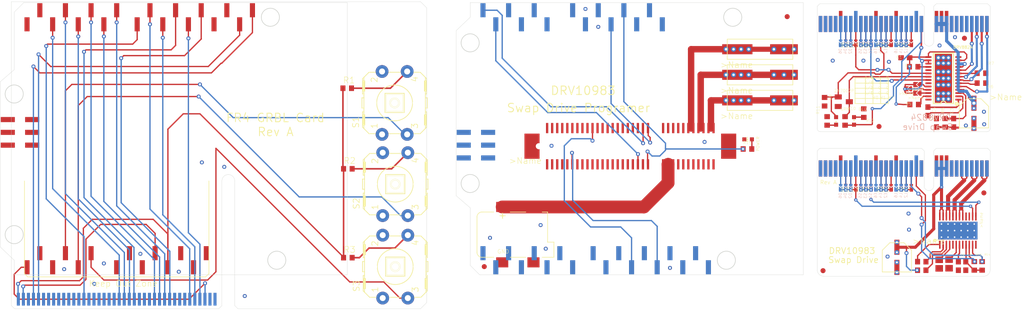
<source format=kicad_pcb>
(kicad_pcb (version 20171130) (host pcbnew "(5.1.10)-1")
  (layers (0 Top signal) (31 Bottom signal) (34 B.Paste user) (35 F.Paste user) (36 B.SilkS user) (37 F.SilkS user) (38 B.Mask user) (39 F.Mask user) (44 Edge.Cuts user))
  (net 0 "")
  (net 1 GND)
  (net 2 VIN)
  (net 3 5V)
  (net 4 3V)
  (net 5 LIM_Z)
  (net 6 SP_PWM)
  (net 7 LIM_Y)
  (net 8 ENBL)
  (net 9 DIR_Z)
  (net 10 DIR_Y)
  (net 11 DIR_X)
  (net 12 STEP_Z)
  (net 13 STEP_Y)
  (net 14 STEP_X)
  (net 15 PROBE)
  (net 16 START/RESUME)
  (net 17 FEED_HOLD)
  (net 18 RESET/ABORT)
  (net 19 SCL)
  (net 20 SDA)
  (net 21 SP_DIR)
  (net 22 LIM_X)
  (net 23 N$2)
  (net 24 N$5)
  (net 25 N$8)
  (net 26 VCC)
  (net 27 A1)
  (net 28 N$6)
  (net 29 A2)
  (net 30 B2)
  (net 31 B1)
  (net 32 N$16)
  (net 33 N$17)
  (net 34 N$18)
  (net 35 N$19)
  (net 36 STEP)
  (net 37 DIR)
  (net 38 GND1)
  (net 39 3.3V)
  (net 40 N$1)
  (net 41 N$3)
  (net 42 N$4)
  (net 43 N$7)
  (net 44 5V1)
  (net 45 VCP)
  (net 46 ENBL-IN)
  (net 47 N$9)
  (net 48 N$10)
  (net 49 ENBL-OUT)
  (net 50 3V1)
  (net 51 U)
  (net 52 V)
  (net 53 W)
  (net 54 GND2)
  (net 55 VCC1)
  (net 56 DIR1)
  (net 57 PWM)
  (net 58 N$11)
  (net 59 N$12)
  (net 60 N$13)
  (net 61 N$14)
  (net 62 N$15)
  (net 63 N$20)
  (net 64 V3P3)
  (net 65 SCL1)
  (net 66 SDA1)
  (net 67 GND3)
  (net 68 VIN1)
  (net 69 5V2)
  (net 70 3V2)
  (net 71 SDA2)
  (net 72 SCL2)
  (net 73 U1)
  (net 74 V1)
  (net 75 W1)
  (net 76 B3)
  (net 77 B4)
  (net 78 B5)
  (net 79 B6)
  (net 80 B7)
  (net 81 DIR2)
  (net 82 PWM1)
  (net 83 VCC2)
  (net 84 N$21)
  (module "4.17 build:FR4_CARD_EDGE" (layer Top) (at 73.4441 135.5136)
    (fp_text reference U$1 hide)
    (fp_text value FR4_CARD_EDGE hide)
    (fp_text user "Keep Out Zone" (at -5.588 -4.318) (layer F.SilkS) (effects (font (size 1.2065 1.2065) (thickness 0.1016)) (justify left bottom)))
    (fp_line (start 60.24 -61.02) (end -20.87 -61.02) (layer Edge.Cuts) (width 0.05))
    (fp_line (start 61.51 -59.75) (end 60.24 -61.02) (layer Edge.Cuts) (width 0.05))
    (fp_line (start 61.51 -1.27) (end 61.51 -59.75) (layer Edge.Cuts) (width 0.05))
    (fp_line (start 60.24 0) (end 61.51 -1.27) (layer Edge.Cuts) (width 0.05))
    (fp_line (start 24.06 0) (end 60.24 0) (layer Edge.Cuts) (width 0.05))
    (fp_line (start 23.41 -0.65) (end 24.06 0) (layer Edge.Cuts) (width 0.05))
    (fp_line (start 23.41 -25.4) (end 23.41 -0.65) (layer Edge.Cuts) (width 0.05))
    (fp_arc (start 22.14 -25.4) (end 22.14 -26.67) (angle 90) (layer Edge.Cuts) (width 0.05))
    (fp_arc (start 22.14 -25.4) (end 20.87 -25.4) (angle 90) (layer Edge.Cuts) (width 0.05))
    (fp_line (start 20.87 -0.64) (end 20.87 -25.4) (layer Edge.Cuts) (width 0.05))
    (fp_line (start 20.23 0) (end 20.87 -0.64) (layer Edge.Cuts) (width 0.05))
    (fp_line (start -20.87 -0.64) (end -20.87 -61.02) (layer Edge.Cuts) (width 0.05))
    (fp_line (start -20.23 0) (end -20.87 -0.64) (layer Edge.Cuts) (width 0.05))
    (fp_line (start 20.23 0) (end -20.23 0) (layer Edge.Cuts) (width 0.05))
    (pad P$40 smd rect (at 19.5 -1.91 180) (size 0.61 2.54) (layers Bottom B.Paste B.Mask))
    (pad P$39 smd rect (at 18.5 -1.91 180) (size 0.61 2.54) (layers Bottom B.Paste B.Mask))
    (pad P$38 smd rect (at 17.5 -1.91 180) (size 0.61 2.54) (layers Bottom B.Paste B.Mask) (net 15 PROBE))
    (pad P$37 smd rect (at 16.5 -1.91 180) (size 0.61 2.54) (layers Bottom B.Paste B.Mask) (net 5 LIM_Z))
    (pad P$36 smd rect (at 15.5 -1.91 180) (size 0.61 2.54) (layers Bottom B.Paste B.Mask) (net 7 LIM_Y))
    (pad P$35 smd rect (at 14.5 -1.91 180) (size 0.61 2.54) (layers Bottom B.Paste B.Mask) (net 22 LIM_X))
    (pad P$34 smd rect (at 13.5 -1.91 180) (size 0.61 2.54) (layers Bottom B.Paste B.Mask) (net 1 GND))
    (pad P$33 smd rect (at 12.5 -1.91 180) (size 0.61 2.54) (layers Bottom B.Paste B.Mask))
    (pad P$32 smd rect (at 11.5 -1.91 180) (size 0.61 2.54) (layers Bottom B.Paste B.Mask))
    (pad P$31 smd rect (at 10.5 -1.91 180) (size 0.61 2.54) (layers Bottom B.Paste B.Mask) (net 21 SP_DIR))
    (pad P$30 smd rect (at 9.5 -1.91 180) (size 0.61 2.54) (layers Bottom B.Paste B.Mask) (net 9 DIR_Z))
    (pad P$29 smd rect (at 8.5 -1.91 180) (size 0.61 2.54) (layers Bottom B.Paste B.Mask) (net 10 DIR_Y))
    (pad P$28 smd rect (at 7.5 -1.91 180) (size 0.61 2.54) (layers Bottom B.Paste B.Mask) (net 11 DIR_X))
    (pad P$27 smd rect (at 6.5 -1.91 180) (size 0.61 2.54) (layers Bottom B.Paste B.Mask) (net 1 GND))
    (pad P$26 smd rect (at 5.5 -1.91 180) (size 0.61 2.54) (layers Bottom B.Paste B.Mask))
    (pad P$25 smd rect (at 4.5 -1.91 180) (size 0.61 2.54) (layers Bottom B.Paste B.Mask))
    (pad P$24 smd rect (at 3.5 -1.91 180) (size 0.61 2.54) (layers Bottom B.Paste B.Mask) (net 6 SP_PWM))
    (pad P$23 smd rect (at 2.5 -1.91 180) (size 0.61 2.54) (layers Bottom B.Paste B.Mask) (net 12 STEP_Z))
    (pad P$22 smd rect (at 1.5 -1.91 180) (size 0.61 2.54) (layers Bottom B.Paste B.Mask) (net 13 STEP_Y))
    (pad P$21 smd rect (at 0.5 -1.91 180) (size 0.61 2.54) (layers Bottom B.Paste B.Mask) (net 14 STEP_X))
    (pad P$20 smd rect (at -0.5 -1.91 180) (size 0.61 2.54) (layers Bottom B.Paste B.Mask) (net 1 GND))
    (pad P$19 smd rect (at -1.5 -1.91 180) (size 0.61 2.54) (layers Bottom B.Paste B.Mask))
    (pad P$18 smd rect (at -2.5 -1.91 180) (size 0.61 2.54) (layers Bottom B.Paste B.Mask))
    (pad P$17 smd rect (at -3.5 -1.91 180) (size 0.61 2.54) (layers Bottom B.Paste B.Mask))
    (pad P$16 smd rect (at -4.5 -1.91 180) (size 0.61 2.54) (layers Bottom B.Paste B.Mask))
    (pad P$15 smd rect (at -5.5 -1.91 180) (size 0.61 2.54) (layers Bottom B.Paste B.Mask))
    (pad P$14 smd rect (at -6.5 -1.91 180) (size 0.61 2.54) (layers Bottom B.Paste B.Mask) (net 8 ENBL))
    (pad P$13 smd rect (at -7.5 -1.91 180) (size 0.61 2.54) (layers Bottom B.Paste B.Mask))
    (pad P$12 smd rect (at -8.5 -1.91 180) (size 0.61 2.54) (layers Bottom B.Paste B.Mask) (net 1 GND))
    (pad P$11 smd rect (at -9.5 -1.91 180) (size 0.61 2.54) (layers Bottom B.Paste B.Mask))
    (pad P$10 smd rect (at -10.5 -1.91 180) (size 0.61 2.54) (layers Bottom B.Paste B.Mask))
    (pad P$9 smd rect (at -11.5 -1.91 180) (size 0.61 2.54) (layers Bottom B.Paste B.Mask))
    (pad P$8 smd rect (at -12.5 -1.91 180) (size 0.61 2.54) (layers Bottom B.Paste B.Mask))
    (pad P$7 smd rect (at -13.5 -1.91 180) (size 0.61 2.54) (layers Bottom B.Paste B.Mask))
    (pad P$6 smd rect (at -14.5 -1.91 180) (size 0.61 2.54) (layers Bottom B.Paste B.Mask))
    (pad P$5 smd rect (at -15.5 -1.91 180) (size 0.61 2.54) (layers Bottom B.Paste B.Mask) (net 20 SDA))
    (pad P$4 smd rect (at -16.5 -1.91 180) (size 0.61 2.54) (layers Bottom B.Paste B.Mask) (net 19 SCL))
    (pad P$3 smd rect (at -17.5 -1.91 180) (size 0.61 2.54) (layers Bottom B.Paste B.Mask) (net 1 GND))
    (pad P$2 smd rect (at -18.5 -1.91 180) (size 0.61 2.54) (layers Bottom B.Paste B.Mask) (net 3 5V))
    (pad P$1 smd rect (at -19.5 -1.91 180) (size 0.61 2.54) (layers Bottom B.Paste B.Mask) (net 4 3V))
  )
  (module "4.17 build:ARDUINOR3_ICSP_SMT" (layer Bottom) (at 119.1641 128.4016 180)
    (fp_text reference M1 hide)
    (fp_text value ARDUINO_R3_ICSPSMT hide)
    (fp_circle (center 66.04 7.62) (end 67.836 7.62) (layer Edge.Cuts) (width 0.127))
    (fp_circle (center 66.04 35.56) (end 67.836 35.56) (layer Edge.Cuts) (width 0.127))
    (fp_circle (center 13.97 2.54) (end 15.766 2.54) (layer Edge.Cuts) (width 0.127))
    (fp_circle (center 15.24 50.8) (end 17.036 50.8) (layer Edge.Cuts) (width 0.127))
    (fp_line (start 0 53.721) (end 0 -0.381) (layer Edge.Cuts) (width 0.05))
    (fp_line (start 64.135 53.721) (end 0 53.721) (layer Edge.Cuts) (width 0.05))
    (fp_line (start 66.04 51.816) (end 64.135 53.721) (layer Edge.Cuts) (width 0.05))
    (fp_line (start 66.04 40.386) (end 66.04 51.816) (layer Edge.Cuts) (width 0.05))
    (fp_line (start 68.834 37.973) (end 66.04 40.386) (layer Edge.Cuts) (width 0.05))
    (fp_line (start 68.834 5.207) (end 68.834 37.973) (layer Edge.Cuts) (width 0.05))
    (fp_line (start 66.04 2.54) (end 68.834 5.207) (layer Edge.Cuts) (width 0.05))
    (fp_line (start 66.04 -0.381) (end 66.04 2.54) (layer Edge.Cuts) (width 0.05))
    (fp_line (start 0 -0.381) (end 66.04 -0.381) (layer Edge.Cuts) (width 0.05))
    (pad "" np_thru_hole circle (at 64.897 26.67 180) (size 2 2) (drill 2) (layers *.Cu *.Mask))
    (pad "" np_thru_hole circle (at 64.897 29.21 180) (size 2 2) (drill 2) (layers *.Cu *.Mask))
    (pad 5V_ICSP smd rect (at 67.31 30.48) (size 2.794 1.016) (layers Top F.Paste F.Mask))
    (pad MOSI smd rect (at 67.31 27.94) (size 2.794 1.016) (layers Top F.Paste F.Mask))
    (pad GND@3 smd rect (at 67.31 25.4) (size 2.794 1.016) (layers Top F.Paste F.Mask))
    (pad RESET_ICSP smd rect (at 62.484 25.4) (size 2.794 1.016) (layers Top F.Paste F.Mask))
    (pad SCK smd rect (at 62.484 27.94) (size 2.794 1.016) (layers Top F.Paste F.Mask))
    (pad MISO smd rect (at 62.484 30.48) (size 2.794 1.016) (layers Top F.Paste F.Mask))
    (pad A0 smd rect (at 50.8 3.937 90) (size 2.794 1.016) (layers Top F.Paste F.Mask) (net 18 RESET/ABORT))
    (pad A1 smd rect (at 53.34 1.143 90) (size 2.794 1.016) (layers Top F.Paste F.Mask) (net 17 FEED_HOLD))
    (pad A2 smd rect (at 55.88 3.937 90) (size 2.794 1.016) (layers Top F.Paste F.Mask) (net 16 START/RESUME))
    (pad A3 smd rect (at 58.42 1.143 90) (size 2.794 1.016) (layers Top F.Paste F.Mask))
    (pad A4 smd rect (at 60.96 3.937 90) (size 2.794 1.016) (layers Top F.Paste F.Mask))
    (pad A5 smd rect (at 63.5 1.143 90) (size 2.794 1.016) (layers Top F.Paste F.Mask) (net 15 PROBE))
    (pad RESERVED smd rect (at 27.94 3.937 90) (size 2.794 1.016) (layers Top F.Paste F.Mask))
    (pad IOREF smd rect (at 30.48 1.143 90) (size 2.794 1.016) (layers Top F.Paste F.Mask))
    (pad RESET smd rect (at 33.02 3.937 90) (size 2.794 1.016) (layers Top F.Paste F.Mask))
    (pad 3V smd rect (at 35.56 1.143 90) (size 2.794 1.016) (layers Top F.Paste F.Mask) (net 4 3V))
    (pad 5V smd rect (at 38.1 3.937 90) (size 2.794 1.016) (layers Top F.Paste F.Mask) (net 3 5V))
    (pad GND@2 smd rect (at 40.64 1.143 90) (size 2.794 1.016) (layers Top F.Paste F.Mask) (net 1 GND))
    (pad GND@1 smd rect (at 43.18 3.937 90) (size 2.794 1.016) (layers Top F.Paste F.Mask) (net 1 GND))
    (pad VIN smd rect (at 45.72 1.143 90) (size 2.794 1.016) (layers Top F.Paste F.Mask) (net 2 VIN))
    (pad SCL smd rect (at 18.796 52.197 90) (size 2.794 1.016) (layers Top F.Paste F.Mask) (net 19 SCL))
    (pad SDA smd rect (at 21.336 49.403 90) (size 2.794 1.016) (layers Top F.Paste F.Mask) (net 20 SDA))
    (pad AREF smd rect (at 23.876 52.197 90) (size 2.794 1.016) (layers Top F.Paste F.Mask))
    (pad GND smd rect (at 26.416 49.403 90) (size 2.794 1.016) (layers Top F.Paste F.Mask) (net 1 GND))
    (pad D13 smd rect (at 28.956 52.197 90) (size 2.794 1.016) (layers Top F.Paste F.Mask) (net 21 SP_DIR))
    (pad D12 smd rect (at 31.496 49.403 90) (size 2.794 1.016) (layers Top F.Paste F.Mask) (net 5 LIM_Z))
    (pad D11 smd rect (at 34.036 52.197 90) (size 2.794 1.016) (layers Top F.Paste F.Mask) (net 6 SP_PWM))
    (pad D10 smd rect (at 36.576 49.403 90) (size 2.794 1.016) (layers Top F.Paste F.Mask) (net 7 LIM_Y))
    (pad D9 smd rect (at 39.116 52.197 90) (size 2.794 1.016) (layers Top F.Paste F.Mask) (net 22 LIM_X))
    (pad D8 smd rect (at 41.656 49.403 90) (size 2.794 1.016) (layers Top F.Paste F.Mask) (net 8 ENBL))
    (pad D7 smd rect (at 45.72 52.197 270) (size 2.794 1.016) (layers Top F.Paste F.Mask) (net 9 DIR_Z))
    (pad D6 smd rect (at 48.26 49.403 270) (size 2.794 1.016) (layers Top F.Paste F.Mask) (net 10 DIR_Y))
    (pad D5 smd rect (at 50.8 52.197 270) (size 2.794 1.016) (layers Top F.Paste F.Mask) (net 11 DIR_X))
    (pad D4 smd rect (at 53.34 49.403 270) (size 2.794 1.016) (layers Top F.Paste F.Mask) (net 12 STEP_Z))
    (pad D3 smd rect (at 55.88 52.197 270) (size 2.794 1.016) (layers Top F.Paste F.Mask) (net 13 STEP_Y))
    (pad D2 smd rect (at 58.42 49.403 270) (size 2.794 1.016) (layers Top F.Paste F.Mask) (net 14 STEP_X))
    (pad D1 smd rect (at 60.96 52.197 270) (size 2.794 1.016) (layers Top F.Paste F.Mask))
    (pad D0 smd rect (at 63.5 49.403 270) (size 2.794 1.016) (layers Top F.Paste F.Mask))
  )
  (module "4.17 build:B3F-40XX-ROUND" (layer Top) (at 128.5621 94.6196 90)
    (fp_text reference S1 (at -5.08 -6.985 90) (layer F.SilkS) (effects (font (size 1.2065 1.2065) (thickness 0.127)) (justify left bottom)))
    (fp_text value "")
    (fp_text user 4 (at 4.064 4.699 90) (layer F.SilkS) (effects (font (size 1.2065 1.2065) (thickness 0.127)) (justify left bottom)))
    (fp_text user 3 (at -5.207 4.699 90) (layer F.SilkS) (effects (font (size 1.2065 1.2065) (thickness 0.127)) (justify left bottom)))
    (fp_text user 2 (at 3.937 -3.302 90) (layer F.SilkS) (effects (font (size 1.2065 1.2065) (thickness 0.127)) (justify left bottom)))
    (fp_text user 1 (at -5.207 -3.302 90) (layer F.SilkS) (effects (font (size 1.2065 1.2065) (thickness 0.127)) (justify left bottom)))
    (pad "" np_thru_hole circle (at 0 -4.4958 90) (size 1.8034 1.8034) (drill 1.8034) (layers *.Cu *.Mask))
    (pad "" np_thru_hole circle (at 0 4.4958 90) (size 1.8034 1.8034) (drill 1.8034) (layers *.Cu *.Mask))
    (pad 2 thru_hole circle (at 6.2484 -2.4892 90) (size 2.54 2.54) (drill 1.1938) (layers *.Cu *.Mask))
    (pad 1 thru_hole circle (at -6.2484 -2.4892 90) (size 2.54 2.54) (drill 1.1938) (layers *.Cu *.Mask) (net 1 GND))
    (pad 4 thru_hole circle (at 6.2484 2.4892 90) (size 2.54 2.54) (drill 1.1938) (layers *.Cu *.Mask) (net 23 N$2))
    (pad 3 thru_hole circle (at -6.2484 2.4892 90) (size 2.54 2.54) (drill 1.1938) (layers *.Cu *.Mask) (net 16 START/RESUME))
  )
  (module "4.17 build:B3F-40XX-ROUND" (layer Top) (at 128.6891 110.7486 90)
    (fp_text reference S2 (at -5.08 -6.985 90) (layer F.SilkS) (effects (font (size 1.2065 1.2065) (thickness 0.127)) (justify left bottom)))
    (fp_text value "")
    (fp_text user 4 (at 4.064 4.699 90) (layer F.SilkS) (effects (font (size 1.2065 1.2065) (thickness 0.127)) (justify left bottom)))
    (fp_text user 3 (at -5.207 4.699 90) (layer F.SilkS) (effects (font (size 1.2065 1.2065) (thickness 0.127)) (justify left bottom)))
    (fp_text user 2 (at 3.937 -3.302 90) (layer F.SilkS) (effects (font (size 1.2065 1.2065) (thickness 0.127)) (justify left bottom)))
    (fp_text user 1 (at -5.207 -3.302 90) (layer F.SilkS) (effects (font (size 1.2065 1.2065) (thickness 0.127)) (justify left bottom)))
    (pad "" np_thru_hole circle (at 0 -4.4958 90) (size 1.8034 1.8034) (drill 1.8034) (layers *.Cu *.Mask))
    (pad "" np_thru_hole circle (at 0 4.4958 90) (size 1.8034 1.8034) (drill 1.8034) (layers *.Cu *.Mask))
    (pad 2 thru_hole circle (at 6.2484 -2.4892 90) (size 2.54 2.54) (drill 1.1938) (layers *.Cu *.Mask))
    (pad 1 thru_hole circle (at -6.2484 -2.4892 90) (size 2.54 2.54) (drill 1.1938) (layers *.Cu *.Mask) (net 1 GND))
    (pad 4 thru_hole circle (at 6.2484 2.4892 90) (size 2.54 2.54) (drill 1.1938) (layers *.Cu *.Mask) (net 24 N$5))
    (pad 3 thru_hole circle (at -6.2484 2.4892 90) (size 2.54 2.54) (drill 1.1938) (layers *.Cu *.Mask) (net 17 FEED_HOLD))
  )
  (module "4.17 build:B3F-40XX-ROUND" (layer Top) (at 128.6891 127.1316 90)
    (fp_text reference S3 (at -5.08 -6.985 90) (layer F.SilkS) (effects (font (size 1.2065 1.2065) (thickness 0.127)) (justify left bottom)))
    (fp_text value "")
    (fp_text user 4 (at 4.064 4.699 90) (layer F.SilkS) (effects (font (size 1.2065 1.2065) (thickness 0.127)) (justify left bottom)))
    (fp_text user 3 (at -5.207 4.699 90) (layer F.SilkS) (effects (font (size 1.2065 1.2065) (thickness 0.127)) (justify left bottom)))
    (fp_text user 2 (at 3.937 -3.302 90) (layer F.SilkS) (effects (font (size 1.2065 1.2065) (thickness 0.127)) (justify left bottom)))
    (fp_text user 1 (at -5.207 -3.302 90) (layer F.SilkS) (effects (font (size 1.2065 1.2065) (thickness 0.127)) (justify left bottom)))
    (pad "" np_thru_hole circle (at 0 -4.4958 90) (size 1.8034 1.8034) (drill 1.8034) (layers *.Cu *.Mask))
    (pad "" np_thru_hole circle (at 0 4.4958 90) (size 1.8034 1.8034) (drill 1.8034) (layers *.Cu *.Mask))
    (pad 2 thru_hole circle (at 6.2484 -2.4892 90) (size 2.54 2.54) (drill 1.1938) (layers *.Cu *.Mask))
    (pad 1 thru_hole circle (at -6.2484 -2.4892 90) (size 2.54 2.54) (drill 1.1938) (layers *.Cu *.Mask) (net 1 GND))
    (pad 4 thru_hole circle (at 6.2484 2.4892 90) (size 2.54 2.54) (drill 1.1938) (layers *.Cu *.Mask) (net 25 N$8))
    (pad 3 thru_hole circle (at -6.2484 2.4892 90) (size 2.54 2.54) (drill 1.1938) (layers *.Cu *.Mask) (net 18 RESET/ABORT))
  )
  (module "4.17 build:R0603" (layer Top) (at 119.1641 91.6986)
    (fp_text reference R1 (at -0.889 -0.889) (layer F.SilkS) (effects (font (size 1.2065 1.2065) (thickness 0.1016)) (justify left bottom)))
    (fp_text value 5k)
    (pad 2 smd rect (at 0.85 0) (size 1 1.1) (layers Top F.Paste F.Mask) (net 23 N$2))
    (pad 1 smd rect (at -0.85 0) (size 1 1.1) (layers Top F.Paste F.Mask) (net 4 3V))
  )
  (module "4.17 build:R0603" (layer Top) (at 119.2911 107.7006)
    (fp_text reference R2 (at -0.889 -0.889) (layer F.SilkS) (effects (font (size 1.2065 1.2065) (thickness 0.1016)) (justify left bottom)))
    (fp_text value 5k)
    (pad 2 smd rect (at 0.85 0) (size 1 1.1) (layers Top F.Paste F.Mask) (net 24 N$5))
    (pad 1 smd rect (at -0.85 0) (size 1 1.1) (layers Top F.Paste F.Mask) (net 4 3V))
  )
  (module "4.17 build:R0603" (layer Top) (at 119.2911 125.3536)
    (fp_text reference R3 (at -0.889 -0.889) (layer F.SilkS) (effects (font (size 1.2065 1.2065) (thickness 0.1016)) (justify left bottom)))
    (fp_text value 5k)
    (pad 2 smd rect (at 0.85 0) (size 1 1.1) (layers Top F.Paste F.Mask) (net 25 N$8))
    (pad 1 smd rect (at -0.85 0) (size 1 1.1) (layers Top F.Paste F.Mask) (net 4 3V))
  )
  (module "4.17 build:PCIE_64_SMART_BOARD" (layer Top) (at 246.6721 74.9346 180)
    (fp_text reference U$2 hide)
    (fp_text value "" hide)
    (fp_line (start 29.65 -8.2) (end 27.6 -8.2) (layer Bottom) (width 0.25))
    (fp_line (start 25.7 -8.2) (end 23.65 -8.2) (layer Bottom) (width 0.25))
    (fp_line (start 22.65 -8.2) (end 20.6 -8.2) (layer Bottom) (width 0.25))
    (fp_line (start 18.65 -8.2) (end 16.6 -8.2) (layer Bottom) (width 0.25))
    (fp_line (start 26.7 -8.2) (end 28.7 -8.2) (layer Top) (width 0.25))
    (fp_line (start 23.7 -8.2) (end 25.7 -8.2) (layer Top) (width 0.25))
    (fp_line (start 21.7 -8.2) (end 19.65 -8.2) (layer Top) (width 0.25))
    (fp_line (start 17.65 -8.2) (end 15.6 -8.2) (layer Top) (width 0.25))
    (fp_line (start 29.65 -5.55) (end 29.65 -7.15) (layer Bottom) (width 0.25))
    (fp_line (start 28.65 -7.15) (end 28.65 -5.55) (layer Bottom) (width 0.25))
    (fp_line (start 27.65 -7.15) (end 27.65 -5.55) (layer Bottom) (width 0.25))
    (fp_line (start 25.65 -7.15) (end 25.65 -5.55) (layer Bottom) (width 0.25))
    (fp_line (start 24.65 -7.15) (end 24.65 -5.55) (layer Bottom) (width 0.25))
    (fp_line (start 23.65 -5.55) (end 23.65 -7.15) (layer Bottom) (width 0.25))
    (fp_line (start 22.65 -7.15) (end 22.65 -5.55) (layer Bottom) (width 0.25))
    (fp_line (start 21.65 -5.55) (end 21.65 -7.15) (layer Bottom) (width 0.25))
    (fp_line (start 20.65 -7.15) (end 20.65 -5.55) (layer Bottom) (width 0.25))
    (fp_line (start 18.65 -7.15) (end 18.65 -5.55) (layer Bottom) (width 0.25))
    (fp_line (start 17.65 -5.55) (end 17.65 -7.15) (layer Bottom) (width 0.25))
    (fp_line (start 16.65 -7.15) (end 16.65 -5.55) (layer Bottom) (width 0.25))
    (fp_line (start 28.65 -7.1) (end 28.65 -5.55) (layer Top) (width 0.25))
    (fp_line (start 28.7 -7.1) (end 28.65 -7.1) (layer Top) (width 0.127))
    (fp_line (start 27.65 -7.15) (end 27.65 -5.55) (layer Top) (width 0.25))
    (fp_line (start 26.65 -7.15) (end 26.65 -5.55) (layer Top) (width 0.25))
    (fp_line (start 25.65 -7.15) (end 25.65 -5.55) (layer Top) (width 0.25))
    (fp_line (start 24.65 -7.15) (end 24.65 -5.55) (layer Top) (width 0.25))
    (fp_line (start 23.65 -7.15) (end 23.65 -5.55) (layer Top) (width 0.25))
    (fp_line (start 21.65 -7.15) (end 21.65 -5.55) (layer Top) (width 0.25))
    (fp_line (start 20.65 -7.15) (end 20.65 -5.55) (layer Top) (width 0.25))
    (fp_line (start 19.65 -7.15) (end 19.65 -5.55) (layer Top) (width 0.25))
    (fp_line (start 17.65 -7.15) (end 17.65 -5.55) (layer Top) (width 0.25))
    (fp_line (start 16.65 -7.15) (end 16.65 -5.55) (layer Top) (width 0.25))
    (fp_line (start 15.65 -7.15) (end 15.65 -5.55) (layer Top) (width 0.25))
    (fp_text user L5 (at 17.9 -8.8 270) (layer F.SilkS) (effects (font (size 0.57912 0.57912) (thickness 0.048768)) (justify left bottom)))
    (fp_text user L3 (at 16.9 -8.8 270) (layer F.SilkS) (effects (font (size 0.57912 0.57912) (thickness 0.048768)) (justify left bottom)))
    (fp_text user L1 (at 15.9 -8.8 270) (layer F.SilkS) (effects (font (size 0.57912 0.57912) (thickness 0.048768)) (justify left bottom)))
    (fp_poly (pts (xy 17.3 -7.35) (xy 17.6 -7.65) (xy 17.7 -7.65) (xy 18 -7.35) (xy 18 -7.1) (xy 17.3 -7.1)) (layer Top) (width 0))
    (fp_poly (pts (xy 16.3 -7.35) (xy 16.6 -7.65) (xy 16.7 -7.65) (xy 17 -7.35) (xy 17 -7.1) (xy 16.3 -7.1)) (layer Top) (width 0))
    (fp_poly (pts (xy 15.3 -7.35) (xy 15.6 -7.65) (xy 15.7 -7.65) (xy 16 -7.35) (xy 16 -7.1) (xy 15.3 -7.1)) (layer Top) (width 0))
    (fp_poly (pts (xy 17.3 -8.6) (xy 17.3 -7.55) (xy 17.6 -7.85) (xy 17.7 -7.85) (xy 18 -7.55) (xy 18 -8.6)) (layer Top) (width 0))
    (fp_poly (pts (xy 16.3 -8.6) (xy 16.3 -7.55) (xy 16.6 -7.85) (xy 16.7 -7.85) (xy 17 -7.55) (xy 17 -8.6)) (layer Top) (width 0))
    (fp_poly (pts (xy 15.3 -8.6) (xy 15.3 -7.55) (xy 15.6 -7.85) (xy 15.7 -7.85) (xy 16 -7.55) (xy 16 -8.6)) (layer Top) (width 0))
    (fp_text user L6 (at 18.4 -8.8 90) (layer B.SilkS) (effects (font (size 0.57912 0.57912) (thickness 0.048768)) (justify left bottom mirror)))
    (fp_text user L4 (at 17.4 -8.8 90) (layer B.SilkS) (effects (font (size 0.57912 0.57912) (thickness 0.048768)) (justify left bottom mirror)))
    (fp_text user L2 (at 16.4 -8.8 90) (layer B.SilkS) (effects (font (size 0.57912 0.57912) (thickness 0.048768)) (justify left bottom mirror)))
    (fp_poly (pts (xy 18.3 -7.35) (xy 18.6 -7.65) (xy 18.7 -7.65) (xy 19 -7.35) (xy 19 -7.1) (xy 18.3 -7.1)) (layer Bottom) (width 0))
    (fp_poly (pts (xy 17.3 -7.35) (xy 17.6 -7.65) (xy 17.7 -7.65) (xy 18 -7.35) (xy 18 -7.1) (xy 17.3 -7.1)) (layer Bottom) (width 0))
    (fp_poly (pts (xy 16.3 -7.35) (xy 16.6 -7.65) (xy 16.7 -7.65) (xy 17 -7.35) (xy 17 -7.1) (xy 16.3 -7.1)) (layer Bottom) (width 0))
    (fp_poly (pts (xy 18.3 -8.6) (xy 18.3 -7.55) (xy 18.6 -7.85) (xy 18.7 -7.85) (xy 19 -7.55) (xy 19 -8.6)) (layer Bottom) (width 0))
    (fp_poly (pts (xy 17.3 -8.6) (xy 17.3 -7.55) (xy 17.6 -7.85) (xy 17.7 -7.85) (xy 18 -7.55) (xy 18 -8.6)) (layer Bottom) (width 0))
    (fp_poly (pts (xy 16.3 -8.6) (xy 16.3 -7.55) (xy 16.6 -7.85) (xy 16.7 -7.85) (xy 17 -7.55) (xy 17 -8.6)) (layer Bottom) (width 0))
    (fp_text user D6 (at 29.4 -8.8 90) (layer B.SilkS) (effects (font (size 0.57912 0.57912) (thickness 0.048768)) (justify left bottom mirror)))
    (fp_text user D4 (at 28.4 -8.8 90) (layer B.SilkS) (effects (font (size 0.57912 0.57912) (thickness 0.048768)) (justify left bottom mirror)))
    (fp_text user D2 (at 27.4 -8.8 90) (layer B.SilkS) (effects (font (size 0.57912 0.57912) (thickness 0.048768)) (justify left bottom mirror)))
    (fp_text user S5 (at 25.4 -8.8 90) (layer B.SilkS) (effects (font (size 0.57912 0.57912) (thickness 0.048768)) (justify left bottom mirror)))
    (fp_text user S3 (at 24.4 -8.8 90) (layer B.SilkS) (effects (font (size 0.57912 0.57912) (thickness 0.048768)) (justify left bottom mirror)))
    (fp_text user S1 (at 23.4 -8.8 90) (layer B.SilkS) (effects (font (size 0.57912 0.57912) (thickness 0.048768)) (justify left bottom mirror)))
    (fp_text user E6 (at 22.4 -8.8 90) (layer B.SilkS) (effects (font (size 0.57912 0.57912) (thickness 0.048768)) (justify left bottom mirror)))
    (fp_text user E4 (at 21.4 -8.8 90) (layer B.SilkS) (effects (font (size 0.57912 0.57912) (thickness 0.048768)) (justify left bottom mirror)))
    (fp_text user E2 (at 20.4 -8.8 90) (layer B.SilkS) (effects (font (size 0.57912 0.57912) (thickness 0.048768)) (justify left bottom mirror)))
    (fp_text user D5 (at 28.9 -8.8 270) (layer F.SilkS) (effects (font (size 0.57912 0.57912) (thickness 0.048768)) (justify left bottom)))
    (fp_text user D3 (at 27.9 -8.8 270) (layer F.SilkS) (effects (font (size 0.57912 0.57912) (thickness 0.048768)) (justify left bottom)))
    (fp_text user D1 (at 26.9 -8.8 270) (layer F.SilkS) (effects (font (size 0.57912 0.57912) (thickness 0.048768)) (justify left bottom)))
    (fp_text user S6 (at 25.9 -8.8 270) (layer F.SilkS) (effects (font (size 0.57912 0.57912) (thickness 0.048768)) (justify left bottom)))
    (fp_text user S4 (at 24.9 -8.8 270) (layer F.SilkS) (effects (font (size 0.57912 0.57912) (thickness 0.048768)) (justify left bottom)))
    (fp_text user S2 (at 23.9 -8.8 270) (layer F.SilkS) (effects (font (size 0.57912 0.57912) (thickness 0.048768)) (justify left bottom)))
    (fp_text user E5 (at 21.9 -8.8 270) (layer F.SilkS) (effects (font (size 0.57912 0.57912) (thickness 0.048768)) (justify left bottom)))
    (fp_text user E3 (at 20.9 -8.8 270) (layer F.SilkS) (effects (font (size 0.57912 0.57912) (thickness 0.048768)) (justify left bottom)))
    (fp_text user E1 (at 19.9 -8.8 270) (layer F.SilkS) (effects (font (size 0.57912 0.57912) (thickness 0.048768)) (justify left bottom)))
    (fp_poly (pts (xy 20.3 -8.6) (xy 20.3 -7.55) (xy 20.6 -7.85) (xy 20.7 -7.85) (xy 21 -7.55) (xy 21 -8.6)) (layer Bottom) (width 0))
    (fp_poly (pts (xy 21.3 -8.6) (xy 21.3 -7.55) (xy 21.6 -7.85) (xy 21.7 -7.85) (xy 22 -7.55) (xy 22 -8.6)) (layer Bottom) (width 0))
    (fp_poly (pts (xy 22.3 -8.6) (xy 22.3 -7.55) (xy 22.6 -7.85) (xy 22.7 -7.85) (xy 23 -7.55) (xy 23 -8.6)) (layer Bottom) (width 0))
    (fp_poly (pts (xy 23.3 -8.6) (xy 23.3 -7.55) (xy 23.6 -7.85) (xy 23.7 -7.85) (xy 24 -7.55) (xy 24 -8.6)) (layer Bottom) (width 0))
    (fp_poly (pts (xy 24.3 -8.6) (xy 24.3 -7.55) (xy 24.6 -7.85) (xy 24.7 -7.85) (xy 25 -7.55) (xy 25 -8.6)) (layer Bottom) (width 0))
    (fp_poly (pts (xy 25.3 -8.6) (xy 25.3 -7.55) (xy 25.6 -7.85) (xy 25.7 -7.85) (xy 26 -7.55) (xy 26 -8.6)) (layer Bottom) (width 0))
    (fp_poly (pts (xy 27.3 -8.6) (xy 27.3 -7.55) (xy 27.6 -7.85) (xy 27.7 -7.85) (xy 28 -7.55) (xy 28 -8.6)) (layer Bottom) (width 0))
    (fp_poly (pts (xy 28.3 -8.6) (xy 28.3 -7.55) (xy 28.6 -7.85) (xy 28.7 -7.85) (xy 29 -7.55) (xy 29 -8.6)) (layer Bottom) (width 0))
    (fp_poly (pts (xy 29.3 -8.6) (xy 29.3 -7.55) (xy 29.6 -7.85) (xy 29.7 -7.85) (xy 30 -7.55) (xy 30 -8.6)) (layer Bottom) (width 0))
    (fp_poly (pts (xy 28.3 -8.6) (xy 28.3 -7.55) (xy 28.6 -7.85) (xy 28.7 -7.85) (xy 29 -7.55) (xy 29 -8.6)) (layer Top) (width 0))
    (fp_poly (pts (xy 27.3 -8.6) (xy 27.3 -7.55) (xy 27.6 -7.85) (xy 27.7 -7.85) (xy 28 -7.55) (xy 28 -8.6)) (layer Top) (width 0))
    (fp_poly (pts (xy 26.3 -8.6) (xy 26.3 -7.55) (xy 26.6 -7.85) (xy 26.7 -7.85) (xy 27 -7.55) (xy 27 -8.6)) (layer Top) (width 0))
    (fp_poly (pts (xy 25.3 -8.6) (xy 25.3 -7.55) (xy 25.6 -7.85) (xy 25.7 -7.85) (xy 26 -7.55) (xy 26 -8.6)) (layer Top) (width 0))
    (fp_poly (pts (xy 24.3 -8.6) (xy 24.3 -7.55) (xy 24.6 -7.85) (xy 24.7 -7.85) (xy 25 -7.55) (xy 25 -8.6)) (layer Top) (width 0))
    (fp_poly (pts (xy 23.3 -8.6) (xy 23.3 -7.55) (xy 23.6 -7.85) (xy 23.7 -7.85) (xy 24 -7.55) (xy 24 -8.6)) (layer Top) (width 0))
    (fp_poly (pts (xy 21.3 -8.6) (xy 21.3 -7.55) (xy 21.6 -7.85) (xy 21.7 -7.85) (xy 22 -7.55) (xy 22 -8.6)) (layer Top) (width 0))
    (fp_poly (pts (xy 20.3 -8.6) (xy 20.3 -7.55) (xy 20.6 -7.85) (xy 20.7 -7.85) (xy 21 -7.55) (xy 21 -8.6)) (layer Top) (width 0))
    (fp_poly (pts (xy 19.3 -8.6) (xy 19.3 -7.55) (xy 19.6 -7.85) (xy 19.7 -7.85) (xy 20 -7.55) (xy 20 -8.6)) (layer Top) (width 0))
    (fp_poly (pts (xy 22.3 -7.35) (xy 22.6 -7.65) (xy 22.7 -7.65) (xy 23 -7.35) (xy 23 -7.1) (xy 22.3 -7.1)) (layer Bottom) (width 0))
    (fp_poly (pts (xy 21.3 -7.35) (xy 21.6 -7.65) (xy 21.7 -7.65) (xy 22 -7.35) (xy 22 -7.1) (xy 21.3 -7.1)) (layer Bottom) (width 0))
    (fp_poly (pts (xy 20.3 -7.35) (xy 20.6 -7.65) (xy 20.7 -7.65) (xy 21 -7.35) (xy 21 -7.1) (xy 20.3 -7.1)) (layer Bottom) (width 0))
    (fp_poly (pts (xy 29.3 -7.35) (xy 29.6 -7.65) (xy 29.7 -7.65) (xy 30 -7.35) (xy 30 -7.1) (xy 29.3 -7.1)) (layer Bottom) (width 0))
    (fp_poly (pts (xy 23.3 -7.35) (xy 23.6 -7.65) (xy 23.7 -7.65) (xy 24 -7.35) (xy 24 -7.1) (xy 23.3 -7.1)) (layer Bottom) (width 0))
    (fp_poly (pts (xy 24.3 -7.35) (xy 24.6 -7.65) (xy 24.7 -7.65) (xy 25 -7.35) (xy 25 -7.1) (xy 24.3 -7.1)) (layer Bottom) (width 0))
    (fp_poly (pts (xy 25.3 -7.35) (xy 25.6 -7.65) (xy 25.7 -7.65) (xy 26 -7.35) (xy 26 -7.1) (xy 25.3 -7.1)) (layer Bottom) (width 0))
    (fp_poly (pts (xy 27.3 -7.35) (xy 27.6 -7.65) (xy 27.7 -7.65) (xy 28 -7.35) (xy 28 -7.1) (xy 27.3 -7.1)) (layer Bottom) (width 0))
    (fp_poly (pts (xy 28.3 -7.35) (xy 28.6 -7.65) (xy 28.7 -7.65) (xy 29 -7.35) (xy 29 -7.1) (xy 28.3 -7.1)) (layer Bottom) (width 0))
    (fp_poly (pts (xy 28.3 -7.35) (xy 28.6 -7.65) (xy 28.7 -7.65) (xy 29 -7.35) (xy 29 -7.05) (xy 28.3 -7.05)) (layer Top) (width 0))
    (fp_poly (pts (xy 27.3 -7.35) (xy 27.6 -7.65) (xy 27.7 -7.65) (xy 28 -7.35) (xy 28 -7.1) (xy 27.3 -7.1)) (layer Top) (width 0))
    (fp_poly (pts (xy 26.3 -7.35) (xy 26.6 -7.65) (xy 26.7 -7.65) (xy 27 -7.35) (xy 27 -7.1) (xy 26.3 -7.1)) (layer Top) (width 0))
    (fp_poly (pts (xy 25.3 -7.35) (xy 25.6 -7.65) (xy 25.7 -7.65) (xy 26 -7.35) (xy 26 -7.1) (xy 25.3 -7.1)) (layer Top) (width 0))
    (fp_poly (pts (xy 24.3 -7.35) (xy 24.6 -7.65) (xy 24.7 -7.65) (xy 25 -7.35) (xy 25 -7.1) (xy 24.3 -7.1)) (layer Top) (width 0))
    (fp_poly (pts (xy 23.3 -7.35) (xy 23.6 -7.65) (xy 23.7 -7.65) (xy 24 -7.35) (xy 24 -7.1) (xy 23.3 -7.1)) (layer Top) (width 0))
    (fp_poly (pts (xy 19.3 -7.35) (xy 19.6 -7.65) (xy 19.7 -7.65) (xy 20 -7.35) (xy 20 -7.1) (xy 19.3 -7.1)) (layer Top) (width 0))
    (fp_poly (pts (xy 20.3 -7.35) (xy 20.6 -7.65) (xy 20.7 -7.65) (xy 21 -7.35) (xy 21 -7.1) (xy 20.3 -7.1)) (layer Top) (width 0))
    (fp_poly (pts (xy 21.3 -7.35) (xy 21.6 -7.65) (xy 21.7 -7.65) (xy 22 -7.35) (xy 22 -7.1) (xy 21.3 -7.1)) (layer Top) (width 0))
    (fp_line (start 34.3 -0.5) (end 34.3 -8.4) (layer Edge.Cuts) (width 0.05))
    (fp_line (start 33.8 0) (end 34.3 -0.5) (layer Edge.Cuts) (width 0.05))
    (fp_line (start 13.6 0) (end 33.8 0) (layer Edge.Cuts) (width 0.05))
    (fp_line (start 13.1 -0.5) (end 13.6 0) (layer Edge.Cuts) (width 0.05))
    (fp_line (start 13.1 -7.45) (end 13.1 -0.5) (layer Edge.Cuts) (width 0.05))
    (fp_arc (start 12.15 -7.45) (end 12.15 -8.4) (angle 90) (layer Edge.Cuts) (width 0.05))
    (fp_arc (start 12.15 -7.45) (end 11.2 -7.45) (angle 90) (layer Edge.Cuts) (width 0.05))
    (fp_line (start 11.2 -0.5) (end 11.2 -7.45) (layer Edge.Cuts) (width 0.05))
    (fp_line (start 10.7 0) (end 11.2 -0.5) (layer Edge.Cuts) (width 0.05))
    (fp_line (start 0.5 0) (end 10.7 0) (layer Edge.Cuts) (width 0.05))
    (fp_line (start 0 -0.5) (end 0.5 0) (layer Edge.Cuts) (width 0.05))
    (fp_line (start 0 -8.4) (end 0 -0.5) (layer Edge.Cuts) (width 0.05))
    (pad P$70 thru_hole circle (at 25.65 -8.25 270) (size 0.3048 0.3048) (drill 0.254) (layers *.Cu *.Mask))
    (pad P$69 thru_hole circle (at 28.65 -8.25 270) (size 0.3048 0.3048) (drill 0.254) (layers *.Cu *.Mask))
    (pad P$68 thru_hole circle (at 27.65 -8.25 270) (size 0.3048 0.3048) (drill 0.254) (layers *.Cu *.Mask))
    (pad P$67 thru_hole circle (at 24.65 -8.25 270) (size 0.3048 0.3048) (drill 0.254) (layers *.Cu *.Mask))
    (pad P$66 thru_hole circle (at 23.65 -8.25 270) (size 0.3048 0.3048) (drill 0.254) (layers *.Cu *.Mask))
    (pad P$65 thru_hole circle (at 20.65 -8.25 270) (size 0.3048 0.3048) (drill 0.254) (layers *.Cu *.Mask))
    (pad P$41 thru_hole circle (at 21.65 -8.25 270) (size 0.3048 0.3048) (drill 0.254) (layers *.Cu *.Mask))
    (pad P$43 thru_hole circle (at 16.65 -8.25 270) (size 0.3048 0.3048) (drill 0.254) (layers *.Cu *.Mask))
    (pad P$42 thru_hole circle (at 17.65 -8.25 270) (size 0.3048 0.3048) (drill 0.254) (layers *.Cu *.Mask))
    (pad P$48@1 smd rect (at 17.65 -8.2 180) (size 0.7 0.4) (layers Top F.Mask))
    (pad P$47@1 smd rect (at 16.65 -8.2 180) (size 0.7 0.4) (layers Top F.Mask))
    (pad P$46@1 smd rect (at 15.65 -8.2 180) (size 0.7 0.4) (layers Top F.Mask))
    (pad P$17@1 smd rect (at 18.65 -8.2) (size 0.7 0.4) (layers Bottom B.Mask))
    (pad P$16@1 smd rect (at 17.65 -8.2) (size 0.7 0.4) (layers Bottom B.Mask))
    (pad P$15@1 smd rect (at 16.65 -8.2) (size 0.7 0.4) (layers Bottom B.Mask))
    (pad P$59@1 smd rect (at 28.65 -8.2 180) (size 0.7 0.4) (layers Top F.Mask))
    (pad P$58@1 smd rect (at 27.65 -8.2 180) (size 0.7 0.4) (layers Top F.Mask))
    (pad P$57@1 smd rect (at 26.65 -8.2 180) (size 0.7 0.4) (layers Top F.Mask) (net 37 DIR))
    (pad P$56@1 smd rect (at 25.65 -8.2 180) (size 0.7 0.4) (layers Top F.Mask))
    (pad P$55@1 smd rect (at 24.65 -8.2 180) (size 0.7 0.4) (layers Top F.Mask))
    (pad P$54@1 smd rect (at 23.65 -8.2 180) (size 0.7 0.4) (layers Top F.Mask))
    (pad P$52@1 smd rect (at 21.65 -8.2 180) (size 0.7 0.4) (layers Top F.Mask))
    (pad P$51@1 smd rect (at 20.65 -8.2 180) (size 0.7 0.4) (layers Top F.Mask))
    (pad P$50@1 smd rect (at 19.65 -8.2 180) (size 0.7 0.4) (layers Top F.Mask) (net 46 ENBL-IN))
    (pad P$28@1 smd rect (at 29.65 -8.2 180) (size 0.7 0.4) (layers Bottom B.Mask))
    (pad P$27@1 smd rect (at 28.65 -8.2 180) (size 0.7 0.4) (layers Bottom B.Mask))
    (pad P$26@1 smd rect (at 27.65 -8.2 180) (size 0.7 0.4) (layers Bottom B.Mask))
    (pad P$24@1 smd rect (at 25.65 -8.2 180) (size 0.7 0.4) (layers Bottom B.Mask))
    (pad P$23@1 smd rect (at 24.65 -8.2 180) (size 0.7 0.4) (layers Bottom B.Mask))
    (pad P$22@1 smd rect (at 23.65 -8.2 180) (size 0.7 0.4) (layers Bottom B.Mask) (net 36 STEP))
    (pad P$21@1 smd rect (at 22.65 -8.2 180) (size 0.7 0.4) (layers Bottom B.Mask))
    (pad P$20@1 smd rect (at 21.65 -8.2 180) (size 0.7 0.4) (layers Bottom B.Mask))
    (pad P$19@1 smd rect (at 20.65 -8.2 180) (size 0.7 0.4) (layers Bottom B.Mask))
    (pad P$64 smd rect (at 33.65 -4) (size 0.7 3.2) (layers Top F.Mask))
    (pad P$63 smd rect (at 32.65 -4) (size 0.7 3.2) (layers Top F.Mask))
    (pad P$62 smd rect (at 31.65 -4) (size 0.7 3.2) (layers Top F.Mask))
    (pad P$61 smd rect (at 30.65 -4) (size 0.7 3.2) (layers Top F.Mask))
    (pad P$60 smd rect (at 29.65 -3.5) (size 0.7 4.2) (layers Top F.Mask) (net 38 GND1))
    (pad P$59 smd rect (at 28.65 -4) (size 0.7 3.2) (layers Top F.Mask))
    (pad P$58 smd rect (at 27.65 -4) (size 0.7 3.2) (layers Top F.Mask))
    (pad P$57 smd rect (at 26.65 -4) (size 0.7 3.2) (layers Top F.Mask))
    (pad P$56 smd rect (at 25.65 -4) (size 0.7 3.2) (layers Top F.Mask))
    (pad P$55 smd rect (at 24.65 -4) (size 0.7 3.2) (layers Top F.Mask))
    (pad P$54 smd rect (at 23.65 -4) (size 0.7 3.2) (layers Top F.Mask))
    (pad P$53 smd rect (at 22.65 -3.5) (size 0.7 4.2) (layers Top F.Mask) (net 38 GND1))
    (pad P$52 smd rect (at 21.65 -4) (size 0.7 3.2) (layers Top F.Mask))
    (pad P$51 smd rect (at 20.65 -4) (size 0.7 3.2) (layers Top F.Mask))
    (pad P$50 smd rect (at 19.65 -4) (size 0.7 3.2) (layers Top F.Mask))
    (pad P$49 smd rect (at 18.65 -3.5) (size 0.7 4.2) (layers Top F.Mask) (net 38 GND1))
    (pad P$48 smd rect (at 17.65 -4) (size 0.7 3.2) (layers Top F.Mask))
    (pad P$47 smd rect (at 16.65 -4) (size 0.7 3.2) (layers Top F.Mask))
    (pad P$46 smd rect (at 15.65 -4) (size 0.7 3.2) (layers Top F.Mask))
    (pad P$45 smd rect (at 14.65 -4) (size 0.7 3.2) (layers Top F.Mask))
    (pad P$44 smd rect (at 13.65 -4) (size 0.7 3.2) (layers Top F.Mask) (net 44 5V1))
    (pad GND@3 smd rect (at 10.65 -3.5) (size 0.7 4.2) (layers Top F.Mask) (net 38 GND1))
    (pad GND@2 smd rect (at 9.65 -3.5) (size 0.7 4.2) (layers Top F.Mask) (net 38 GND1))
    (pad GND@1 smd rect (at 8.65 -3.5) (size 0.7 4.2) (layers Top F.Mask) (net 38 GND1))
    (pad P$40 smd rect (at 7.65 -4) (size 0.7 3.2) (layers Top F.Mask))
    (pad P$39 smd rect (at 6.65 -4) (size 0.7 3.2) (layers Top F.Mask))
    (pad P$38 smd rect (at 5.65 -4) (size 0.7 3.2) (layers Top F.Mask))
    (pad P$37 smd rect (at 4.65 -4) (size 0.7 3.2) (layers Top F.Mask))
    (pad P$36 smd rect (at 3.65 -4) (size 0.7 3.2) (layers Top F.Mask) (net 31 B1))
    (pad P$35 smd rect (at 2.65 -4) (size 0.7 3.2) (layers Top F.Mask) (net 30 B2))
    (pad P$34 smd rect (at 1.65 -4) (size 0.7 3.2) (layers Top F.Mask) (net 29 A2))
    (pad P$33 smd rect (at 0.65 -4) (size 0.7 3.2) (layers Top F.Mask) (net 27 A1))
    (pad P$32 smd rect (at 33.65 -4 180) (size 0.7 3.2) (layers Bottom B.Mask))
    (pad P$31 smd rect (at 32.65 -4 180) (size 0.7 3.2) (layers Bottom B.Mask))
    (pad P$30 smd rect (at 31.65 -4 180) (size 0.7 3.2) (layers Bottom B.Mask))
    (pad P$29 smd rect (at 30.65 -4 180) (size 0.7 3.2) (layers Bottom B.Mask))
    (pad P$28 smd rect (at 29.65 -4 180) (size 0.7 3.2) (layers Bottom B.Mask))
    (pad P$27 smd rect (at 28.65 -4 180) (size 0.7 3.2) (layers Bottom B.Mask))
    (pad P$26 smd rect (at 27.65 -4 180) (size 0.7 3.2) (layers Bottom B.Mask))
    (pad P$25 smd rect (at 26.65 -3.5 180) (size 0.7 4.2) (layers Bottom B.Mask) (net 38 GND1))
    (pad P$24 smd rect (at 25.65 -4 180) (size 0.7 3.2) (layers Bottom B.Mask))
    (pad P$23 smd rect (at 24.65 -4 180) (size 0.7 3.2) (layers Bottom B.Mask))
    (pad P$22 smd rect (at 23.65 -4 180) (size 0.7 3.2) (layers Bottom B.Mask))
    (pad P$21 smd rect (at 22.65 -4 180) (size 0.7 3.2) (layers Bottom B.Mask))
    (pad P$20 smd rect (at 21.65 -4 180) (size 0.7 3.2) (layers Bottom B.Mask))
    (pad P$19 smd rect (at 20.65 -4 180) (size 0.7 3.2) (layers Bottom B.Mask))
    (pad P$18 smd rect (at 19.65 -4 180) (size 0.7 3.2) (layers Bottom B.Mask))
    (pad P$17 smd rect (at 18.65 -4 180) (size 0.7 3.2) (layers Bottom B.Mask))
    (pad P$16 smd rect (at 17.65 -4 180) (size 0.7 3.2) (layers Bottom B.Mask))
    (pad P$15 smd rect (at 16.65 -4 180) (size 0.7 3.2) (layers Bottom B.Mask))
    (pad P$14 smd rect (at 15.65 -4 180) (size 0.7 3.2) (layers Bottom B.Mask))
    (pad P$13 smd rect (at 14.65 -3.5 180) (size 0.7 4.2) (layers Bottom B.Mask) (net 38 GND1))
    (pad P$11 smd rect (at 10.65 -4 180) (size 0.7 3.2) (layers Bottom B.Mask) (net 26 VCC))
    (pad P$10 smd rect (at 9.65 -4 180) (size 0.7 3.2) (layers Bottom B.Mask) (net 26 VCC))
    (pad P$9 smd rect (at 8.65 -4 180) (size 0.7 3.2) (layers Bottom B.Mask) (net 26 VCC))
    (pad P$8 smd rect (at 7.65 -4 180) (size 0.7 3.2) (layers Bottom B.Mask))
    (pad P$7 smd rect (at 6.65 -4 180) (size 0.7 3.2) (layers Bottom B.Mask))
    (pad P$6 smd rect (at 5.65 -4 180) (size 0.7 3.2) (layers Bottom B.Mask))
    (pad P$5 smd rect (at 4.65 -4 180) (size 0.7 3.2) (layers Bottom B.Mask))
    (pad P$4 smd rect (at 3.65 -4 180) (size 0.7 3.2) (layers Bottom B.Mask))
    (pad P$3 smd rect (at 2.65 -4 180) (size 0.7 3.2) (layers Bottom B.Mask))
    (pad P$2 smd rect (at 1.65 -4 180) (size 0.7 3.2) (layers Bottom B.Mask))
    (pad P$12 smd rect (at 13.65 -4 180) (size 0.7 3.2) (layers Bottom B.Mask) (net 50 3V1))
    (pad P$1 smd rect (at 0.65 -4 180) (size 0.7 3.2) (layers Bottom B.Mask))
  )
  (module "4.17 build:HTSSOP-28" (layer Top) (at 237.3975 89.7313 90)
    (fp_text reference DRV8824 (at 5.842 1.905) (layer F.SilkS) (effects (font (size 0.57912 0.57912) (thickness 0.086868)) (justify left bottom)))
    (fp_text value DRV8824)
    (pad GND@17 thru_hole circle (at -1.3 0 90) (size 1.016 1.016) (drill 0.508) (layers *.Cu *.Mask) (net 38 GND1))
    (pad GND@14 thru_hole circle (at -3 0 90) (size 1.016 1.016) (drill 0.508) (layers *.Cu *.Mask) (net 38 GND1))
    (pad GND@16 thru_hole circle (at -1.3 -1 90) (size 1.016 1.016) (drill 0.508) (layers *.Cu *.Mask) (net 38 GND1))
    (pad GND@15 thru_hole circle (at -3 -1 90) (size 1.016 1.016) (drill 0.508) (layers *.Cu *.Mask) (net 38 GND1))
    (pad GND@10 thru_hole circle (at -4.1 -1 90) (size 1.016 1.016) (drill 0.508) (layers *.Cu *.Mask) (net 38 GND1))
    (pad GND@11 thru_hole circle (at -4.1 0 90) (size 1.016 1.016) (drill 0.508) (layers *.Cu *.Mask) (net 38 GND1))
    (pad GND@13 thru_hole circle (at -3 1 90) (size 1.016 1.016) (drill 0.508) (layers *.Cu *.Mask) (net 38 GND1))
    (pad GND@12 thru_hole circle (at -4.1 1 90) (size 1.016 1.016) (drill 0.508) (layers *.Cu *.Mask) (net 38 GND1))
    (pad GND@18 thru_hole circle (at -1.3 1 90) (size 1.016 1.016) (drill 0.508) (layers *.Cu *.Mask) (net 38 GND1))
    (pad GND@30 thru_hole circle (at 4.1 1 90) (size 1.016 1.016) (drill 0.508) (layers *.Cu *.Mask) (net 38 GND1))
    (pad GND@25 thru_hole circle (at 3 1 90) (size 1.016 1.016) (drill 0.508) (layers *.Cu *.Mask) (net 38 GND1))
    (pad GND@24 thru_hole circle (at 1.3 1 90) (size 1.016 1.016) (drill 0.508) (layers *.Cu *.Mask) (net 38 GND1))
    (pad GND@29 thru_hole circle (at 4.1 0 90) (size 1.016 1.016) (drill 0.508) (layers *.Cu *.Mask) (net 38 GND1))
    (pad GND@26 thru_hole circle (at 3 0 90) (size 1.016 1.016) (drill 0.508) (layers *.Cu *.Mask) (net 38 GND1))
    (pad GND@23 thru_hole circle (at 1.3 0 90) (size 1.016 1.016) (drill 0.508) (layers *.Cu *.Mask) (net 38 GND1))
    (pad GND@28 thru_hole circle (at 4.1 -1 90) (size 1.016 1.016) (drill 0.508) (layers *.Cu *.Mask) (net 38 GND1))
    (pad GND@27 thru_hole circle (at 3 -1 90) (size 1.016 1.016) (drill 0.508) (layers *.Cu *.Mask) (net 38 GND1))
    (pad GND@22 thru_hole circle (at 1.3 -1 90) (size 1.016 1.016) (drill 0.508) (layers *.Cu *.Mask) (net 38 GND1))
    (pad GND@19 thru_hole circle (at 0 1 90) (size 1.016 1.016) (drill 0.508) (layers *.Cu *.Mask) (net 38 GND1))
    (pad GND@21 thru_hole circle (at 0 -1 90) (size 1.016 1.016) (drill 0.508) (layers *.Cu *.Mask) (net 38 GND1))
    (pad GND@20 thru_hole circle (at 0 0 90) (size 1.016 1.016) (drill 0.508) (layers *.Cu *.Mask) (net 38 GND1))
    (pad GND@PAD smd rect (at 0 0 90) (size 9.7 3.4) (layers Top F.Mask) (net 38 GND1))
    (pad 15 smd rect (at 4.225 -2.97 90) (size 0.36 1.19) (layers Top F.Paste F.Mask) (net 39 3.3V))
    (pad 16 smd rect (at 3.575 -2.97 90) (size 0.36 1.19) (layers Top F.Paste F.Mask) (net 44 5V1))
    (pad 17 smd rect (at 2.925 -2.97 90) (size 0.36 1.19) (layers Top F.Paste F.Mask) (net 44 5V1))
    (pad 18 smd rect (at 2.275 -2.97 90) (size 0.36 1.19) (layers Top F.Paste F.Mask) (net 43 N$7))
    (pad 19 smd rect (at 1.625 -2.97 90) (size 0.36 1.19) (layers Top F.Paste F.Mask))
    (pad 20 smd rect (at 0.975 -2.97 90) (size 0.36 1.19) (layers Top F.Paste F.Mask) (net 37 DIR))
    (pad 21 smd rect (at 0.325 -2.97 90) (size 0.36 1.19) (layers Top F.Paste F.Mask) (net 49 ENBL-OUT))
    (pad 22 smd rect (at -0.325 -2.97 90) (size 0.36 1.19) (layers Top F.Paste F.Mask) (net 36 STEP))
    (pad 23 smd rect (at -0.975 -2.97 90) (size 0.36 1.19) (layers Top F.Paste F.Mask))
    (pad 24 smd rect (at -1.625 -2.97 90) (size 0.36 1.19) (layers Top F.Paste F.Mask) (net 35 N$19))
    (pad 25 smd rect (at -2.275 -2.97 90) (size 0.36 1.19) (layers Top F.Paste F.Mask) (net 34 N$18))
    (pad 26 smd rect (at -2.925 -2.97 90) (size 0.36 1.19) (layers Top F.Paste F.Mask) (net 33 N$17))
    (pad 27 smd rect (at -3.575 -2.97 90) (size 0.36 1.19) (layers Top F.Paste F.Mask) (net 32 N$16))
    (pad 28 smd rect (at -4.225 -2.97 90) (size 0.36 1.19) (layers Top F.Paste F.Mask) (net 38 GND1))
    (pad 14 smd rect (at 4.225 2.97 90) (size 0.36 1.19) (layers Top F.Paste F.Mask) (net 38 GND1))
    (pad 13 smd rect (at 3.575 2.97 90) (size 0.36 1.19) (layers Top F.Paste F.Mask) (net 39 3.3V))
    (pad 12 smd rect (at 2.925 2.97 90) (size 0.36 1.19) (layers Top F.Paste F.Mask) (net 39 3.3V))
    (pad 11 smd rect (at 2.275 2.97 90) (size 0.36 1.19) (layers Top F.Paste F.Mask) (net 26 VCC))
    (pad 10 smd rect (at 1.625 2.97 90) (size 0.36 1.19) (layers Top F.Paste F.Mask) (net 31 B1))
    (pad 9 smd rect (at 0.975 2.97 90) (size 0.36 1.19) (layers Top F.Paste F.Mask) (net 42 N$4))
    (pad 8 smd rect (at 0.325 2.97 90) (size 0.36 1.19) (layers Top F.Paste F.Mask) (net 30 B2))
    (pad 7 smd rect (at -0.325 2.97 90) (size 0.36 1.19) (layers Top F.Paste F.Mask) (net 29 A2))
    (pad 6 smd rect (at -0.975 2.97 90) (size 0.36 1.19) (layers Top F.Paste F.Mask) (net 28 N$6))
    (pad 5 smd rect (at -1.625 2.97 90) (size 0.36 1.19) (layers Top F.Paste F.Mask) (net 27 A1))
    (pad 4 smd rect (at -2.275 2.97 90) (size 0.36 1.19) (layers Top F.Paste F.Mask) (net 26 VCC))
    (pad 3 smd rect (at -2.925 2.97 90) (size 0.36 1.19) (layers Top F.Paste F.Mask) (net 45 VCP))
    (pad 2 smd rect (at -3.575 2.97 90) (size 0.36 1.19) (layers Top F.Paste F.Mask) (net 41 N$3))
    (pad 1 smd rect (at -4.225 2.97 90) (size 0.36 1.19) (layers Top F.Paste F.Mask) (net 40 N$1))
  )
  (module "4.17 build:C0603" (layer Top) (at 229.8496 85.6387 180)
    (fp_text reference C1 (at 1.8034 -0.2286) (layer F.SilkS) (effects (font (size 0.57912 0.57912) (thickness 0.046329)) (justify left bottom)))
    (fp_text value 4.7uf)
    (pad 2 smd rect (at 0.85 0 180) (size 1.1 1) (layers Top F.Paste F.Mask) (net 38 GND1))
    (pad 1 smd rect (at -0.85 0 180) (size 1.1 1) (layers Top F.Paste F.Mask) (net 39 3.3V))
  )
  (module "4.17 build:R0603" (layer Top) (at 231.4975 87.4313 180)
    (fp_text reference R4 (at 1.778 -0.127) (layer F.SilkS) (effects (font (size 0.57912 0.57912) (thickness 0.046329)) (justify left bottom)))
    (fp_text value 10k)
    (pad 2 smd rect (at 0.85 0 180) (size 1 1.1) (layers Top F.Paste F.Mask) (net 39 3.3V))
    (pad 1 smd rect (at -0.85 0 180) (size 1 1.1) (layers Top F.Paste F.Mask) (net 43 N$7))
  )
  (module "4.17 build:R0603" (layer Top) (at 231.5975 94.9313 180)
    (fp_text reference R5 (at 1.7018 -0.2286) (layer F.SilkS) (effects (font (size 0.57912 0.57912) (thickness 0.046329)) (justify left bottom)))
    (fp_text value 10k)
    (pad 2 smd rect (at 0.85 0 180) (size 1 1.1) (layers Top F.Paste F.Mask) (net 39 3.3V))
    (pad 1 smd rect (at -0.85 0 180) (size 1 1.1) (layers Top F.Paste F.Mask) (net 32 N$16))
  )
  (module "4.17 build:R0603" (layer Top) (at 244.9358 90.6788 180)
    (fp_text reference R6 (at -1.2192 -1.0414) (layer F.SilkS) (effects (font (size 0.57912 0.57912) (thickness 0.046329)) (justify left bottom)))
    (fp_text value "")
    (pad 2 smd rect (at 0.85 0 180) (size 1 1.1) (layers Top F.Paste F.Mask) (net 28 N$6))
    (pad 1 smd rect (at -0.85 0 180) (size 1 1.1) (layers Top F.Paste F.Mask) (net 38 GND1))
  )
  (module "4.17 build:R0603" (layer Top) (at 244.9358 88.7155 180)
    (fp_text reference R7 (at -1.3462 1.6002) (layer F.SilkS) (effects (font (size 0.57912 0.57912) (thickness 0.046329)) (justify left bottom)))
    (fp_text value "")
    (pad 2 smd rect (at 0.85 0 180) (size 1 1.1) (layers Top F.Paste F.Mask) (net 42 N$4))
    (pad 1 smd rect (at -0.85 0 180) (size 1 1.1) (layers Top F.Paste F.Mask) (net 38 GND1))
  )
  (module "4.17 build:C0603" (layer Top) (at 234.3242 96.2908 90)
    (fp_text reference C2 (at -1.7994 0.4174) (layer F.SilkS) (effects (font (size 0.57912 0.57912) (thickness 0.046329)) (justify left bottom)))
    (fp_text value .01uf)
    (pad 2 smd rect (at 0.85 0 90) (size 1.1 1) (layers Top F.Paste F.Mask) (net 40 N$1))
    (pad 1 smd rect (at -0.85 0 90) (size 1.1 1) (layers Top F.Paste F.Mask) (net 41 N$3))
  )
  (module "4.17 build:SELECTIVE_CONNECT" (layer Top) (at 232.8277 92.6551 180)
    (fp_text reference M2 hide)
    (fp_text value SELECTIVE_CONNECT hide)
    (fp_text user >Name (at 2.54 -1.27 180) (layer F.SilkS) (effects (font (size 0.57912 0.57912) (thickness 0.048768)) (justify left bottom)))
    (fp_poly (pts (xy 0.4 -0.5) (xy 0.9 0) (xy 0.4 0.5) (xy 1.4 0.5) (xy 1.4 -0.5)) (layer Top) (width 0))
    (fp_poly (pts (xy -0.2 -0.5) (xy -0.2 0.5) (xy 0.2 0.5) (xy 0.7 0) (xy 0.2 -0.5)) (layer Top) (width 0))
    (pad P$2 smd rect (at 1.2 0 270) (size 1 0.4) (layers Top F.Paste F.Mask) (net 44 5V1))
    (pad P$1 smd rect (at 0 0 270) (size 1 0.4) (layers Top F.Paste F.Mask) (net 33 N$17))
  )
  (module "4.17 build:SELECTIVE_CONNECT" (layer Top) (at 230.9728 91.8183 180)
    (fp_text reference M3 hide)
    (fp_text value SELECTIVE_CONNECT hide)
    (fp_text user >Name (at 2.54 -1.27 180) (layer F.SilkS) (effects (font (size 0.57912 0.57912) (thickness 0.048768)) (justify left bottom)))
    (fp_poly (pts (xy 0.4 -0.5) (xy 0.9 0) (xy 0.4 0.5) (xy 1.4 0.5) (xy 1.4 -0.5)) (layer Top) (width 0))
    (fp_poly (pts (xy -0.2 -0.5) (xy -0.2 0.5) (xy 0.2 0.5) (xy 0.7 0) (xy 0.2 -0.5)) (layer Top) (width 0))
    (pad P$2 smd rect (at 1.2 0 270) (size 1 0.4) (layers Top F.Paste F.Mask) (net 44 5V1))
    (pad P$1 smd rect (at 0 0 270) (size 1 0.4) (layers Top F.Paste F.Mask) (net 34 N$18))
  )
  (module "4.17 build:SELECTIVE_CONNECT" (layer Top) (at 232.8412 90.9692 180)
    (fp_text reference M0 hide)
    (fp_text value SELECTIVE_CONNECT hide)
    (fp_text user >Name (at 2.54 -1.27 180) (layer F.SilkS) (effects (font (size 0.57912 0.57912) (thickness 0.048768)) (justify left bottom)))
    (fp_poly (pts (xy 0.4 -0.5) (xy 0.9 0) (xy 0.4 0.5) (xy 1.4 0.5) (xy 1.4 -0.5)) (layer Top) (width 0))
    (fp_poly (pts (xy -0.2 -0.5) (xy -0.2 0.5) (xy 0.2 0.5) (xy 0.7 0) (xy 0.2 -0.5)) (layer Top) (width 0))
    (pad P$2 smd rect (at 1.2 0 270) (size 1 0.4) (layers Top F.Paste F.Mask) (net 44 5V1))
    (pad P$1 smd rect (at 0 0 270) (size 1 0.4) (layers Top F.Paste F.Mask) (net 35 N$19))
  )
  (module "4.17 build:R0603" (layer Top) (at 237.744 98.5693 90)
    (fp_text reference R8 (at 1.8415 -0.127 90) (layer F.SilkS) (effects (font (size 0.57912 0.57912) (thickness 0.046329)) (justify left bottom)))
    (fp_text value 1m)
    (pad 2 smd rect (at 0.85 0 90) (size 1 1.1) (layers Top F.Paste F.Mask) (net 45 VCP))
    (pad 1 smd rect (at -0.85 0 90) (size 1 1.1) (layers Top F.Paste F.Mask) (net 26 VCC))
  )
  (module "4.17 build:C0603" (layer Top) (at 236.0168 98.5693 90)
    (fp_text reference C4 (at 1.9685 -0.1143 90) (layer F.SilkS) (effects (font (size 0.57912 0.57912) (thickness 0.046329)) (justify left bottom)))
    (fp_text value .1uf)
    (pad 2 smd rect (at 0.85 0 90) (size 1.1 1) (layers Top F.Paste F.Mask) (net 38 GND1))
    (pad 1 smd rect (at -0.85 0 90) (size 1.1 1) (layers Top F.Paste F.Mask) (net 26 VCC))
  )
  (module "4.17 build:C0603" (layer Top) (at 239.4331 98.5693 90)
    (fp_text reference C3 (at 1.778 -0.0381 90) (layer F.SilkS) (effects (font (size 0.57912 0.57912) (thickness 0.046329)) (justify left bottom)))
    (fp_text value .1uf)
    (pad 2 smd rect (at 0.85 0 90) (size 1.1 1) (layers Top F.Paste F.Mask) (net 45 VCP))
    (pad 1 smd rect (at -0.85 0 90) (size 1.1 1) (layers Top F.Paste F.Mask) (net 26 VCC))
  )
  (module "4.17 build:SOT23" (layer Top) (at 217.6399 94.3783 270)
    (fp_text reference 2N7002P (at -1.8415 1.9431) (layer F.SilkS) (effects (font (size 0.57912 0.57912) (thickness 0.046329)) (justify left bottom)))
    (fp_text value "")
    (pad 1 smd rect (at -0.95 1.1 270) (size 1 1.4) (layers Top F.Paste F.Mask) (net 46 ENBL-IN))
    (pad 2 smd rect (at 0.95 1.1 270) (size 1 1.4) (layers Top F.Paste F.Mask) (net 38 GND1))
    (pad 3 smd rect (at 0 -1.1 270) (size 1 1.4) (layers Top F.Paste F.Mask) (net 49 ENBL-OUT))
  )
  (module "4.17 build:R0603" (layer Top) (at 213.8299 94.3783 90)
    (fp_text reference R9 (at 0.254 1.524 90) (layer F.SilkS) (effects (font (size 0.57912 0.57912) (thickness 0.046329)) (justify left bottom)))
    (fp_text value 10k)
    (pad 2 smd rect (at 0.85 0 90) (size 1 1.1) (layers Top F.Paste F.Mask) (net 46 ENBL-IN))
    (pad 1 smd rect (at -0.85 0 90) (size 1 1.1) (layers Top F.Paste F.Mask) (net 38 GND1))
  )
  (module "4.17 build:R0603" (layer Top) (at 217.8939 98.1883 270)
    (fp_text reference R10 (at -2.1209 -0.4445) (layer F.SilkS) (effects (font (size 0.57912 0.57912) (thickness 0.046329)) (justify left bottom)))
    (fp_text value 5k)
    (pad 2 smd rect (at 0.85 0 270) (size 1 1.1) (layers Top F.Paste F.Mask) (net 50 3V1))
    (pad 1 smd rect (at -0.85 0 270) (size 1 1.1) (layers Top F.Paste F.Mask) (net 49 ENBL-OUT))
  )
  (module "4.17 build:CHIPLED_0603" (layer Top) (at 216.1159 98.1883 180)
    (fp_text reference GRN (at -0.8255 1.9939) (layer F.SilkS) (effects (font (size 0.57912 0.57912) (thickness 0.046329)) (justify left bottom)))
    (fp_text value "")
    (pad A smd rect (at 0 0.75 180) (size 0.8 0.8) (layers Top F.Paste F.Mask) (net 46 ENBL-IN))
    (pad C smd rect (at 0 -0.75 180) (size 0.8 0.8) (layers Top F.Paste F.Mask) (net 48 N$10))
  )
  (module "4.17 build:CHIPLED_0603" (layer Top) (at 219.6719 98.1883)
    (fp_text reference BLU (at 0.8509 -1.9685) (layer F.SilkS) (effects (font (size 0.57912 0.57912) (thickness 0.046329)) (justify left bottom)))
    (fp_text value "")
    (pad A smd rect (at 0 0.75) (size 0.8 0.8) (layers Top F.Paste F.Mask) (net 50 3V1))
    (pad C smd rect (at 0 -0.75) (size 0.8 0.8) (layers Top F.Paste F.Mask) (net 47 N$9))
  )
  (module "4.17 build:R0603" (layer Top) (at 214.3379 98.1883 90)
    (fp_text reference R11 (at 1.2954 -1.4986 90) (layer F.SilkS) (effects (font (size 0.57912 0.57912) (thickness 0.046329)) (justify left bottom)))
    (fp_text value 460)
    (pad 2 smd rect (at 0.85 0 90) (size 1 1.1) (layers Top F.Paste F.Mask) (net 38 GND1))
    (pad 1 smd rect (at -0.85 0 90) (size 1 1.1) (layers Top F.Paste F.Mask) (net 48 N$10))
  )
  (module "4.17 build:R0603" (layer Top) (at 221.6023 96.6389 90)
    (fp_text reference R12 (at -1.8415 0.4191) (layer F.SilkS) (effects (font (size 0.57912 0.57912) (thickness 0.046329)) (justify left bottom)))
    (fp_text value 460)
    (pad 2 smd rect (at 0.85 0 90) (size 1 1.1) (layers Top F.Paste F.Mask) (net 38 GND1))
    (pad 1 smd rect (at -0.85 0 90) (size 1 1.1) (layers Top F.Paste F.Mask) (net 47 N$9))
  )
  (module "4.17 build:STEP_DIAGRAM" (layer Top) (at 226.4791 89.6666 180)
    (fp_text reference U$3 hide)
    (fp_text value "" hide)
    (fp_text user 1/1 (at 4.7752 -3.2766 180) (layer F.SilkS) (effects (font (size 0.57912 0.57912) (thickness 0.048768)) (justify left bottom)))
    (fp_text user 1/8 (at 4.7244 -0.2032 180) (layer F.SilkS) (effects (font (size 0.57912 0.57912) (thickness 0.048768)) (justify left bottom)))
    (fp_text user 1/4 (at 4.7244 -1.2192 180) (layer F.SilkS) (effects (font (size 0.57912 0.57912) (thickness 0.048768)) (justify left bottom)))
    (fp_text user 1/2 (at 4.7498 -2.2606 180) (layer F.SilkS) (effects (font (size 0.57912 0.57912) (thickness 0.048768)) (justify left bottom)))
    (fp_text user 1 (at 3.556 -0.254 180) (layer F.SilkS) (effects (font (size 0.57912 0.57912) (thickness 0.048768)) (justify left bottom)))
    (fp_text user 1 (at 2.032 -0.254 180) (layer F.SilkS) (effects (font (size 0.57912 0.57912) (thickness 0.048768)) (justify left bottom)))
    (fp_text user 0 (at 0.508 -0.254 180) (layer F.SilkS) (effects (font (size 0.57912 0.57912) (thickness 0.048768)) (justify left bottom)))
    (fp_text user 1 (at 2.032 -1.27 180) (layer F.SilkS) (effects (font (size 0.57912 0.57912) (thickness 0.048768)) (justify left bottom)))
    (fp_text user 0 (at 3.556 -1.27 180) (layer F.SilkS) (effects (font (size 0.57912 0.57912) (thickness 0.048768)) (justify left bottom)))
    (fp_text user 0 (at 0.508 -1.27 180) (layer F.SilkS) (effects (font (size 0.57912 0.57912) (thickness 0.048768)) (justify left bottom)))
    (fp_text user 1 (at 3.556 -2.286 180) (layer F.SilkS) (effects (font (size 0.57912 0.57912) (thickness 0.048768)) (justify left bottom)))
    (fp_text user 0 (at 2.032 -2.286 180) (layer F.SilkS) (effects (font (size 0.57912 0.57912) (thickness 0.048768)) (justify left bottom)))
    (fp_text user 0 (at 0.508 -2.286 180) (layer F.SilkS) (effects (font (size 0.57912 0.57912) (thickness 0.048768)) (justify left bottom)))
    (fp_text user 0 (at 3.556 -3.302 180) (layer F.SilkS) (effects (font (size 0.57912 0.57912) (thickness 0.048768)) (justify left bottom)))
    (fp_text user 0 (at 2.032 -3.302 180) (layer F.SilkS) (effects (font (size 0.57912 0.57912) (thickness 0.048768)) (justify left bottom)))
    (fp_text user 0 (at 0.508 -3.302 180) (layer F.SilkS) (effects (font (size 0.57912 0.57912) (thickness 0.048768)) (justify left bottom)))
    (fp_text user M0 (at 3.2258 -4.2418 180) (layer F.SilkS) (effects (font (size 0.57912 0.57912) (thickness 0.048768)) (justify left bottom)))
    (fp_text user M1 (at 1.7526 -4.2418 180) (layer F.SilkS) (effects (font (size 0.57912 0.57912) (thickness 0.048768)) (justify left bottom)))
    (fp_text user M2 (at 0.1778 -4.2672 180) (layer F.SilkS) (effects (font (size 0.57912 0.57912) (thickness 0.048768)) (justify left bottom)))
  )
  (module "4.17 build:EEEFK0J220R" (layer Top) (at 243.4463 96.677)
    (fp_text reference U$4 hide)
    (fp_text value EEEFK0J220R hide)
    (fp_text user >Name (at 3 -2.5) (layer F.SilkS) (effects (font (size 1.2065 1.2065) (thickness 0.1016)) (justify left bottom)))
    (pad P$8 thru_hole circle (at 0 3) (size 0.889 0.889) (drill 0.381) (layers *.Cu *.Mask))
    (pad P$6 thru_hole circle (at 0 1) (size 0.889 0.889) (drill 0.381) (layers *.Cu *.Mask))
    (pad P$5 thru_hole circle (at 0 -3) (size 0.889 0.889) (drill 0.381) (layers *.Cu *.Mask))
    (pad P$3 thru_hole circle (at 0 -1) (size 0.889 0.889) (drill 0.381) (layers *.Cu *.Mask))
    (pad P$2 smd rect (at 0 2 90) (size 3 1) (layers Top F.Paste F.Mask) (net 38 GND1))
    (pad P$1 smd rect (at 0 -2 90) (size 3 1) (layers Top F.Paste F.Mask) (net 26 VCC))
  )
  (module "4.17 build:FIDUCIAL_1MM" (layer Top) (at 241.5667 81.7672 180)
    (fp_text reference U$5 hide)
    (fp_text value FIDUCIAL hide)
    (pad 1 smd roundrect (at 0 0 180) (size 1 1) (layers Top F.Mask) (roundrect_rratio 0.5))
  )
  (module "4.17 build:FIDUCIAL_1MM" (layer Top) (at 224.6249 99.2932 180)
    (fp_text reference U$6 hide)
    (fp_text value FIDUCIAL hide)
    (pad 1 smd roundrect (at 0 0 180) (size 1 1) (layers Top F.Mask) (roundrect_rratio 0.5))
  )
  (module "4.17 build:PCIE_64_SMART_BOARD" (layer Top) (at 246.6721 103.6366 180)
    (fp_text reference U$7 hide)
    (fp_text value "" hide)
    (fp_line (start 29.65 -8.2) (end 27.6 -8.2) (layer Bottom) (width 0.25))
    (fp_line (start 25.7 -8.2) (end 23.65 -8.2) (layer Bottom) (width 0.25))
    (fp_line (start 22.65 -8.2) (end 20.6 -8.2) (layer Bottom) (width 0.25))
    (fp_line (start 18.65 -8.2) (end 16.6 -8.2) (layer Bottom) (width 0.25))
    (fp_line (start 26.7 -8.2) (end 28.7 -8.2) (layer Top) (width 0.25))
    (fp_line (start 23.7 -8.2) (end 25.7 -8.2) (layer Top) (width 0.25))
    (fp_line (start 21.7 -8.2) (end 19.65 -8.2) (layer Top) (width 0.25))
    (fp_line (start 17.65 -8.2) (end 15.6 -8.2) (layer Top) (width 0.25))
    (fp_line (start 29.65 -5.55) (end 29.65 -7.15) (layer Bottom) (width 0.25))
    (fp_line (start 28.65 -7.15) (end 28.65 -5.55) (layer Bottom) (width 0.25))
    (fp_line (start 27.65 -7.15) (end 27.65 -5.55) (layer Bottom) (width 0.25))
    (fp_line (start 25.65 -7.15) (end 25.65 -5.55) (layer Bottom) (width 0.25))
    (fp_line (start 24.65 -7.15) (end 24.65 -5.55) (layer Bottom) (width 0.25))
    (fp_line (start 23.65 -5.55) (end 23.65 -7.15) (layer Bottom) (width 0.25))
    (fp_line (start 22.65 -7.15) (end 22.65 -5.55) (layer Bottom) (width 0.25))
    (fp_line (start 21.65 -5.55) (end 21.65 -7.15) (layer Bottom) (width 0.25))
    (fp_line (start 20.65 -7.15) (end 20.65 -5.55) (layer Bottom) (width 0.25))
    (fp_line (start 18.65 -7.15) (end 18.65 -5.55) (layer Bottom) (width 0.25))
    (fp_line (start 17.65 -5.55) (end 17.65 -7.15) (layer Bottom) (width 0.25))
    (fp_line (start 16.65 -7.15) (end 16.65 -5.55) (layer Bottom) (width 0.25))
    (fp_line (start 28.65 -7.1) (end 28.65 -5.55) (layer Top) (width 0.25))
    (fp_line (start 28.7 -7.1) (end 28.65 -7.1) (layer Top) (width 0.127))
    (fp_line (start 27.65 -7.15) (end 27.65 -5.55) (layer Top) (width 0.25))
    (fp_line (start 26.65 -7.15) (end 26.65 -5.55) (layer Top) (width 0.25))
    (fp_line (start 25.65 -7.15) (end 25.65 -5.55) (layer Top) (width 0.25))
    (fp_line (start 24.65 -7.15) (end 24.65 -5.55) (layer Top) (width 0.25))
    (fp_line (start 23.65 -7.15) (end 23.65 -5.55) (layer Top) (width 0.25))
    (fp_line (start 21.65 -7.15) (end 21.65 -5.55) (layer Top) (width 0.25))
    (fp_line (start 20.65 -7.15) (end 20.65 -5.55) (layer Top) (width 0.25))
    (fp_line (start 19.65 -7.15) (end 19.65 -5.55) (layer Top) (width 0.25))
    (fp_line (start 17.65 -7.15) (end 17.65 -5.55) (layer Top) (width 0.25))
    (fp_line (start 16.65 -7.15) (end 16.65 -5.55) (layer Top) (width 0.25))
    (fp_line (start 15.65 -7.15) (end 15.65 -5.55) (layer Top) (width 0.25))
    (fp_text user L5 (at 17.9 -8.8 270) (layer F.SilkS) (effects (font (size 0.57912 0.57912) (thickness 0.048768)) (justify left bottom)))
    (fp_text user L3 (at 16.9 -8.8 270) (layer F.SilkS) (effects (font (size 0.57912 0.57912) (thickness 0.048768)) (justify left bottom)))
    (fp_text user L1 (at 15.9 -8.8 270) (layer F.SilkS) (effects (font (size 0.57912 0.57912) (thickness 0.048768)) (justify left bottom)))
    (fp_poly (pts (xy 17.3 -7.35) (xy 17.6 -7.65) (xy 17.7 -7.65) (xy 18 -7.35) (xy 18 -7.1) (xy 17.3 -7.1)) (layer Top) (width 0))
    (fp_poly (pts (xy 16.3 -7.35) (xy 16.6 -7.65) (xy 16.7 -7.65) (xy 17 -7.35) (xy 17 -7.1) (xy 16.3 -7.1)) (layer Top) (width 0))
    (fp_poly (pts (xy 15.3 -7.35) (xy 15.6 -7.65) (xy 15.7 -7.65) (xy 16 -7.35) (xy 16 -7.1) (xy 15.3 -7.1)) (layer Top) (width 0))
    (fp_poly (pts (xy 17.3 -8.6) (xy 17.3 -7.55) (xy 17.6 -7.85) (xy 17.7 -7.85) (xy 18 -7.55) (xy 18 -8.6)) (layer Top) (width 0))
    (fp_poly (pts (xy 16.3 -8.6) (xy 16.3 -7.55) (xy 16.6 -7.85) (xy 16.7 -7.85) (xy 17 -7.55) (xy 17 -8.6)) (layer Top) (width 0))
    (fp_poly (pts (xy 15.3 -8.6) (xy 15.3 -7.55) (xy 15.6 -7.85) (xy 15.7 -7.85) (xy 16 -7.55) (xy 16 -8.6)) (layer Top) (width 0))
    (fp_text user L6 (at 18.4 -8.8 90) (layer B.SilkS) (effects (font (size 0.57912 0.57912) (thickness 0.048768)) (justify left bottom mirror)))
    (fp_text user L4 (at 17.4 -8.8 90) (layer B.SilkS) (effects (font (size 0.57912 0.57912) (thickness 0.048768)) (justify left bottom mirror)))
    (fp_text user L2 (at 16.4 -8.8 90) (layer B.SilkS) (effects (font (size 0.57912 0.57912) (thickness 0.048768)) (justify left bottom mirror)))
    (fp_poly (pts (xy 18.3 -7.35) (xy 18.6 -7.65) (xy 18.7 -7.65) (xy 19 -7.35) (xy 19 -7.1) (xy 18.3 -7.1)) (layer Bottom) (width 0))
    (fp_poly (pts (xy 17.3 -7.35) (xy 17.6 -7.65) (xy 17.7 -7.65) (xy 18 -7.35) (xy 18 -7.1) (xy 17.3 -7.1)) (layer Bottom) (width 0))
    (fp_poly (pts (xy 16.3 -7.35) (xy 16.6 -7.65) (xy 16.7 -7.65) (xy 17 -7.35) (xy 17 -7.1) (xy 16.3 -7.1)) (layer Bottom) (width 0))
    (fp_poly (pts (xy 18.3 -8.6) (xy 18.3 -7.55) (xy 18.6 -7.85) (xy 18.7 -7.85) (xy 19 -7.55) (xy 19 -8.6)) (layer Bottom) (width 0))
    (fp_poly (pts (xy 17.3 -8.6) (xy 17.3 -7.55) (xy 17.6 -7.85) (xy 17.7 -7.85) (xy 18 -7.55) (xy 18 -8.6)) (layer Bottom) (width 0))
    (fp_poly (pts (xy 16.3 -8.6) (xy 16.3 -7.55) (xy 16.6 -7.85) (xy 16.7 -7.85) (xy 17 -7.55) (xy 17 -8.6)) (layer Bottom) (width 0))
    (fp_text user D6 (at 29.4 -8.8 90) (layer B.SilkS) (effects (font (size 0.57912 0.57912) (thickness 0.048768)) (justify left bottom mirror)))
    (fp_text user D4 (at 28.4 -8.8 90) (layer B.SilkS) (effects (font (size 0.57912 0.57912) (thickness 0.048768)) (justify left bottom mirror)))
    (fp_text user D2 (at 27.4 -8.8 90) (layer B.SilkS) (effects (font (size 0.57912 0.57912) (thickness 0.048768)) (justify left bottom mirror)))
    (fp_text user S5 (at 25.4 -8.8 90) (layer B.SilkS) (effects (font (size 0.57912 0.57912) (thickness 0.048768)) (justify left bottom mirror)))
    (fp_text user S3 (at 24.4 -8.8 90) (layer B.SilkS) (effects (font (size 0.57912 0.57912) (thickness 0.048768)) (justify left bottom mirror)))
    (fp_text user S1 (at 23.4 -8.8 90) (layer B.SilkS) (effects (font (size 0.57912 0.57912) (thickness 0.048768)) (justify left bottom mirror)))
    (fp_text user E6 (at 22.4 -8.8 90) (layer B.SilkS) (effects (font (size 0.57912 0.57912) (thickness 0.048768)) (justify left bottom mirror)))
    (fp_text user E4 (at 21.4 -8.8 90) (layer B.SilkS) (effects (font (size 0.57912 0.57912) (thickness 0.048768)) (justify left bottom mirror)))
    (fp_text user E2 (at 20.4 -8.8 90) (layer B.SilkS) (effects (font (size 0.57912 0.57912) (thickness 0.048768)) (justify left bottom mirror)))
    (fp_text user D5 (at 28.9 -8.8 270) (layer F.SilkS) (effects (font (size 0.57912 0.57912) (thickness 0.048768)) (justify left bottom)))
    (fp_text user D3 (at 27.9 -8.8 270) (layer F.SilkS) (effects (font (size 0.57912 0.57912) (thickness 0.048768)) (justify left bottom)))
    (fp_text user D1 (at 26.9 -8.8 270) (layer F.SilkS) (effects (font (size 0.57912 0.57912) (thickness 0.048768)) (justify left bottom)))
    (fp_text user S6 (at 25.9 -8.8 270) (layer F.SilkS) (effects (font (size 0.57912 0.57912) (thickness 0.048768)) (justify left bottom)))
    (fp_text user S4 (at 24.9 -8.8 270) (layer F.SilkS) (effects (font (size 0.57912 0.57912) (thickness 0.048768)) (justify left bottom)))
    (fp_text user S2 (at 23.9 -8.8 270) (layer F.SilkS) (effects (font (size 0.57912 0.57912) (thickness 0.048768)) (justify left bottom)))
    (fp_text user E5 (at 21.9 -8.8 270) (layer F.SilkS) (effects (font (size 0.57912 0.57912) (thickness 0.048768)) (justify left bottom)))
    (fp_text user E3 (at 20.9 -8.8 270) (layer F.SilkS) (effects (font (size 0.57912 0.57912) (thickness 0.048768)) (justify left bottom)))
    (fp_text user E1 (at 19.9 -8.8 270) (layer F.SilkS) (effects (font (size 0.57912 0.57912) (thickness 0.048768)) (justify left bottom)))
    (fp_poly (pts (xy 20.3 -8.6) (xy 20.3 -7.55) (xy 20.6 -7.85) (xy 20.7 -7.85) (xy 21 -7.55) (xy 21 -8.6)) (layer Bottom) (width 0))
    (fp_poly (pts (xy 21.3 -8.6) (xy 21.3 -7.55) (xy 21.6 -7.85) (xy 21.7 -7.85) (xy 22 -7.55) (xy 22 -8.6)) (layer Bottom) (width 0))
    (fp_poly (pts (xy 22.3 -8.6) (xy 22.3 -7.55) (xy 22.6 -7.85) (xy 22.7 -7.85) (xy 23 -7.55) (xy 23 -8.6)) (layer Bottom) (width 0))
    (fp_poly (pts (xy 23.3 -8.6) (xy 23.3 -7.55) (xy 23.6 -7.85) (xy 23.7 -7.85) (xy 24 -7.55) (xy 24 -8.6)) (layer Bottom) (width 0))
    (fp_poly (pts (xy 24.3 -8.6) (xy 24.3 -7.55) (xy 24.6 -7.85) (xy 24.7 -7.85) (xy 25 -7.55) (xy 25 -8.6)) (layer Bottom) (width 0))
    (fp_poly (pts (xy 25.3 -8.6) (xy 25.3 -7.55) (xy 25.6 -7.85) (xy 25.7 -7.85) (xy 26 -7.55) (xy 26 -8.6)) (layer Bottom) (width 0))
    (fp_poly (pts (xy 27.3 -8.6) (xy 27.3 -7.55) (xy 27.6 -7.85) (xy 27.7 -7.85) (xy 28 -7.55) (xy 28 -8.6)) (layer Bottom) (width 0))
    (fp_poly (pts (xy 28.3 -8.6) (xy 28.3 -7.55) (xy 28.6 -7.85) (xy 28.7 -7.85) (xy 29 -7.55) (xy 29 -8.6)) (layer Bottom) (width 0))
    (fp_poly (pts (xy 29.3 -8.6) (xy 29.3 -7.55) (xy 29.6 -7.85) (xy 29.7 -7.85) (xy 30 -7.55) (xy 30 -8.6)) (layer Bottom) (width 0))
    (fp_poly (pts (xy 28.3 -8.6) (xy 28.3 -7.55) (xy 28.6 -7.85) (xy 28.7 -7.85) (xy 29 -7.55) (xy 29 -8.6)) (layer Top) (width 0))
    (fp_poly (pts (xy 27.3 -8.6) (xy 27.3 -7.55) (xy 27.6 -7.85) (xy 27.7 -7.85) (xy 28 -7.55) (xy 28 -8.6)) (layer Top) (width 0))
    (fp_poly (pts (xy 26.3 -8.6) (xy 26.3 -7.55) (xy 26.6 -7.85) (xy 26.7 -7.85) (xy 27 -7.55) (xy 27 -8.6)) (layer Top) (width 0))
    (fp_poly (pts (xy 25.3 -8.6) (xy 25.3 -7.55) (xy 25.6 -7.85) (xy 25.7 -7.85) (xy 26 -7.55) (xy 26 -8.6)) (layer Top) (width 0))
    (fp_poly (pts (xy 24.3 -8.6) (xy 24.3 -7.55) (xy 24.6 -7.85) (xy 24.7 -7.85) (xy 25 -7.55) (xy 25 -8.6)) (layer Top) (width 0))
    (fp_poly (pts (xy 23.3 -8.6) (xy 23.3 -7.55) (xy 23.6 -7.85) (xy 23.7 -7.85) (xy 24 -7.55) (xy 24 -8.6)) (layer Top) (width 0))
    (fp_poly (pts (xy 21.3 -8.6) (xy 21.3 -7.55) (xy 21.6 -7.85) (xy 21.7 -7.85) (xy 22 -7.55) (xy 22 -8.6)) (layer Top) (width 0))
    (fp_poly (pts (xy 20.3 -8.6) (xy 20.3 -7.55) (xy 20.6 -7.85) (xy 20.7 -7.85) (xy 21 -7.55) (xy 21 -8.6)) (layer Top) (width 0))
    (fp_poly (pts (xy 19.3 -8.6) (xy 19.3 -7.55) (xy 19.6 -7.85) (xy 19.7 -7.85) (xy 20 -7.55) (xy 20 -8.6)) (layer Top) (width 0))
    (fp_poly (pts (xy 22.3 -7.35) (xy 22.6 -7.65) (xy 22.7 -7.65) (xy 23 -7.35) (xy 23 -7.1) (xy 22.3 -7.1)) (layer Bottom) (width 0))
    (fp_poly (pts (xy 21.3 -7.35) (xy 21.6 -7.65) (xy 21.7 -7.65) (xy 22 -7.35) (xy 22 -7.1) (xy 21.3 -7.1)) (layer Bottom) (width 0))
    (fp_poly (pts (xy 20.3 -7.35) (xy 20.6 -7.65) (xy 20.7 -7.65) (xy 21 -7.35) (xy 21 -7.1) (xy 20.3 -7.1)) (layer Bottom) (width 0))
    (fp_poly (pts (xy 29.3 -7.35) (xy 29.6 -7.65) (xy 29.7 -7.65) (xy 30 -7.35) (xy 30 -7.1) (xy 29.3 -7.1)) (layer Bottom) (width 0))
    (fp_poly (pts (xy 23.3 -7.35) (xy 23.6 -7.65) (xy 23.7 -7.65) (xy 24 -7.35) (xy 24 -7.1) (xy 23.3 -7.1)) (layer Bottom) (width 0))
    (fp_poly (pts (xy 24.3 -7.35) (xy 24.6 -7.65) (xy 24.7 -7.65) (xy 25 -7.35) (xy 25 -7.1) (xy 24.3 -7.1)) (layer Bottom) (width 0))
    (fp_poly (pts (xy 25.3 -7.35) (xy 25.6 -7.65) (xy 25.7 -7.65) (xy 26 -7.35) (xy 26 -7.1) (xy 25.3 -7.1)) (layer Bottom) (width 0))
    (fp_poly (pts (xy 27.3 -7.35) (xy 27.6 -7.65) (xy 27.7 -7.65) (xy 28 -7.35) (xy 28 -7.1) (xy 27.3 -7.1)) (layer Bottom) (width 0))
    (fp_poly (pts (xy 28.3 -7.35) (xy 28.6 -7.65) (xy 28.7 -7.65) (xy 29 -7.35) (xy 29 -7.1) (xy 28.3 -7.1)) (layer Bottom) (width 0))
    (fp_poly (pts (xy 28.3 -7.35) (xy 28.6 -7.65) (xy 28.7 -7.65) (xy 29 -7.35) (xy 29 -7.05) (xy 28.3 -7.05)) (layer Top) (width 0))
    (fp_poly (pts (xy 27.3 -7.35) (xy 27.6 -7.65) (xy 27.7 -7.65) (xy 28 -7.35) (xy 28 -7.1) (xy 27.3 -7.1)) (layer Top) (width 0))
    (fp_poly (pts (xy 26.3 -7.35) (xy 26.6 -7.65) (xy 26.7 -7.65) (xy 27 -7.35) (xy 27 -7.1) (xy 26.3 -7.1)) (layer Top) (width 0))
    (fp_poly (pts (xy 25.3 -7.35) (xy 25.6 -7.65) (xy 25.7 -7.65) (xy 26 -7.35) (xy 26 -7.1) (xy 25.3 -7.1)) (layer Top) (width 0))
    (fp_poly (pts (xy 24.3 -7.35) (xy 24.6 -7.65) (xy 24.7 -7.65) (xy 25 -7.35) (xy 25 -7.1) (xy 24.3 -7.1)) (layer Top) (width 0))
    (fp_poly (pts (xy 23.3 -7.35) (xy 23.6 -7.65) (xy 23.7 -7.65) (xy 24 -7.35) (xy 24 -7.1) (xy 23.3 -7.1)) (layer Top) (width 0))
    (fp_poly (pts (xy 19.3 -7.35) (xy 19.6 -7.65) (xy 19.7 -7.65) (xy 20 -7.35) (xy 20 -7.1) (xy 19.3 -7.1)) (layer Top) (width 0))
    (fp_poly (pts (xy 20.3 -7.35) (xy 20.6 -7.65) (xy 20.7 -7.65) (xy 21 -7.35) (xy 21 -7.1) (xy 20.3 -7.1)) (layer Top) (width 0))
    (fp_poly (pts (xy 21.3 -7.35) (xy 21.6 -7.65) (xy 21.7 -7.65) (xy 22 -7.35) (xy 22 -7.1) (xy 21.3 -7.1)) (layer Top) (width 0))
    (fp_line (start 34.3 -0.5) (end 34.3 -8.4) (layer Edge.Cuts) (width 0.05))
    (fp_line (start 33.8 0) (end 34.3 -0.5) (layer Edge.Cuts) (width 0.05))
    (fp_line (start 13.6 0) (end 33.8 0) (layer Edge.Cuts) (width 0.05))
    (fp_line (start 13.1 -0.5) (end 13.6 0) (layer Edge.Cuts) (width 0.05))
    (fp_line (start 13.1 -7.45) (end 13.1 -0.5) (layer Edge.Cuts) (width 0.05))
    (fp_arc (start 12.15 -7.45) (end 12.15 -8.4) (angle 90) (layer Edge.Cuts) (width 0.05))
    (fp_arc (start 12.15 -7.45) (end 11.2 -7.45) (angle 90) (layer Edge.Cuts) (width 0.05))
    (fp_line (start 11.2 -0.5) (end 11.2 -7.45) (layer Edge.Cuts) (width 0.05))
    (fp_line (start 10.7 0) (end 11.2 -0.5) (layer Edge.Cuts) (width 0.05))
    (fp_line (start 0.5 0) (end 10.7 0) (layer Edge.Cuts) (width 0.05))
    (fp_line (start 0 -0.5) (end 0.5 0) (layer Edge.Cuts) (width 0.05))
    (fp_line (start 0 -8.4) (end 0 -0.5) (layer Edge.Cuts) (width 0.05))
    (pad P$70 thru_hole circle (at 25.65 -8.25 270) (size 0.3048 0.3048) (drill 0.254) (layers *.Cu *.Mask))
    (pad P$69 thru_hole circle (at 28.65 -8.25 270) (size 0.3048 0.3048) (drill 0.254) (layers *.Cu *.Mask))
    (pad P$68 thru_hole circle (at 27.65 -8.25 270) (size 0.3048 0.3048) (drill 0.254) (layers *.Cu *.Mask))
    (pad P$67 thru_hole circle (at 24.65 -8.25 270) (size 0.3048 0.3048) (drill 0.254) (layers *.Cu *.Mask))
    (pad P$66 thru_hole circle (at 23.65 -8.25 270) (size 0.3048 0.3048) (drill 0.254) (layers *.Cu *.Mask))
    (pad P$65 thru_hole circle (at 20.65 -8.25 270) (size 0.3048 0.3048) (drill 0.254) (layers *.Cu *.Mask))
    (pad P$41 thru_hole circle (at 21.65 -8.25 270) (size 0.3048 0.3048) (drill 0.254) (layers *.Cu *.Mask))
    (pad P$43 thru_hole circle (at 16.65 -8.25 270) (size 0.3048 0.3048) (drill 0.254) (layers *.Cu *.Mask))
    (pad P$42 thru_hole circle (at 17.65 -8.25 270) (size 0.3048 0.3048) (drill 0.254) (layers *.Cu *.Mask))
    (pad P$48@1 smd rect (at 17.65 -8.2 180) (size 0.7 0.4) (layers Top F.Mask))
    (pad P$47@1 smd rect (at 16.65 -8.2 180) (size 0.7 0.4) (layers Top F.Mask))
    (pad P$46@1 smd rect (at 15.65 -8.2 180) (size 0.7 0.4) (layers Top F.Mask))
    (pad P$17@1 smd rect (at 18.65 -8.2) (size 0.7 0.4) (layers Bottom B.Mask))
    (pad P$16@1 smd rect (at 17.65 -8.2) (size 0.7 0.4) (layers Bottom B.Mask))
    (pad P$15@1 smd rect (at 16.65 -8.2) (size 0.7 0.4) (layers Bottom B.Mask))
    (pad P$59@1 smd rect (at 28.65 -8.2 180) (size 0.7 0.4) (layers Top F.Mask))
    (pad P$58@1 smd rect (at 27.65 -8.2 180) (size 0.7 0.4) (layers Top F.Mask))
    (pad P$57@1 smd rect (at 26.65 -8.2 180) (size 0.7 0.4) (layers Top F.Mask) (net 56 DIR1))
    (pad P$56@1 smd rect (at 25.65 -8.2 180) (size 0.7 0.4) (layers Top F.Mask))
    (pad P$55@1 smd rect (at 24.65 -8.2 180) (size 0.7 0.4) (layers Top F.Mask))
    (pad P$54@1 smd rect (at 23.65 -8.2 180) (size 0.7 0.4) (layers Top F.Mask))
    (pad P$52@1 smd rect (at 21.65 -8.2 180) (size 0.7 0.4) (layers Top F.Mask))
    (pad P$51@1 smd rect (at 20.65 -8.2 180) (size 0.7 0.4) (layers Top F.Mask))
    (pad P$50@1 smd rect (at 19.65 -8.2 180) (size 0.7 0.4) (layers Top F.Mask))
    (pad P$28@1 smd rect (at 29.65 -8.2 180) (size 0.7 0.4) (layers Bottom B.Mask))
    (pad P$27@1 smd rect (at 28.65 -8.2 180) (size 0.7 0.4) (layers Bottom B.Mask))
    (pad P$26@1 smd rect (at 27.65 -8.2 180) (size 0.7 0.4) (layers Bottom B.Mask))
    (pad P$24@1 smd rect (at 25.65 -8.2 180) (size 0.7 0.4) (layers Bottom B.Mask))
    (pad P$23@1 smd rect (at 24.65 -8.2 180) (size 0.7 0.4) (layers Bottom B.Mask))
    (pad P$22@1 smd rect (at 23.65 -8.2 180) (size 0.7 0.4) (layers Bottom B.Mask) (net 57 PWM))
    (pad P$21@1 smd rect (at 22.65 -8.2 180) (size 0.7 0.4) (layers Bottom B.Mask))
    (pad P$20@1 smd rect (at 21.65 -8.2 180) (size 0.7 0.4) (layers Bottom B.Mask))
    (pad P$19@1 smd rect (at 20.65 -8.2 180) (size 0.7 0.4) (layers Bottom B.Mask))
    (pad P$64 smd rect (at 33.65 -4) (size 0.7 3.2) (layers Top F.Mask))
    (pad P$63 smd rect (at 32.65 -4) (size 0.7 3.2) (layers Top F.Mask))
    (pad P$62 smd rect (at 31.65 -4) (size 0.7 3.2) (layers Top F.Mask))
    (pad P$61 smd rect (at 30.65 -4) (size 0.7 3.2) (layers Top F.Mask))
    (pad P$60 smd rect (at 29.65 -3.5) (size 0.7 4.2) (layers Top F.Mask) (net 54 GND2))
    (pad P$59 smd rect (at 28.65 -4) (size 0.7 3.2) (layers Top F.Mask))
    (pad P$58 smd rect (at 27.65 -4) (size 0.7 3.2) (layers Top F.Mask))
    (pad P$57 smd rect (at 26.65 -4) (size 0.7 3.2) (layers Top F.Mask))
    (pad P$56 smd rect (at 25.65 -4) (size 0.7 3.2) (layers Top F.Mask))
    (pad P$55 smd rect (at 24.65 -4) (size 0.7 3.2) (layers Top F.Mask))
    (pad P$54 smd rect (at 23.65 -4) (size 0.7 3.2) (layers Top F.Mask))
    (pad P$53 smd rect (at 22.65 -3.5) (size 0.7 4.2) (layers Top F.Mask) (net 54 GND2))
    (pad P$52 smd rect (at 21.65 -4) (size 0.7 3.2) (layers Top F.Mask))
    (pad P$51 smd rect (at 20.65 -4) (size 0.7 3.2) (layers Top F.Mask))
    (pad P$50 smd rect (at 19.65 -4) (size 0.7 3.2) (layers Top F.Mask))
    (pad P$49 smd rect (at 18.65 -3.5) (size 0.7 4.2) (layers Top F.Mask) (net 54 GND2))
    (pad P$48 smd rect (at 17.65 -4) (size 0.7 3.2) (layers Top F.Mask))
    (pad P$47 smd rect (at 16.65 -4) (size 0.7 3.2) (layers Top F.Mask))
    (pad P$46 smd rect (at 15.65 -4) (size 0.7 3.2) (layers Top F.Mask))
    (pad P$45 smd rect (at 14.65 -4) (size 0.7 3.2) (layers Top F.Mask) (net 65 SCL1))
    (pad P$44 smd rect (at 13.65 -4) (size 0.7 3.2) (layers Top F.Mask))
    (pad GND@3 smd rect (at 10.65 -3.5) (size 0.7 4.2) (layers Top F.Mask) (net 54 GND2))
    (pad GND@2 smd rect (at 9.65 -3.5) (size 0.7 4.2) (layers Top F.Mask) (net 54 GND2))
    (pad GND@1 smd rect (at 8.65 -3.5) (size 0.7 4.2) (layers Top F.Mask) (net 54 GND2))
    (pad P$40 smd rect (at 7.65 -4) (size 0.7 3.2) (layers Top F.Mask))
    (pad P$39 smd rect (at 6.65 -4) (size 0.7 3.2) (layers Top F.Mask))
    (pad P$38 smd rect (at 5.65 -4) (size 0.7 3.2) (layers Top F.Mask) (net 53 W))
    (pad P$37 smd rect (at 4.65 -4) (size 0.7 3.2) (layers Top F.Mask) (net 53 W))
    (pad P$36 smd rect (at 3.65 -4) (size 0.7 3.2) (layers Top F.Mask) (net 52 V))
    (pad P$35 smd rect (at 2.65 -4) (size 0.7 3.2) (layers Top F.Mask) (net 52 V))
    (pad P$34 smd rect (at 1.65 -4) (size 0.7 3.2) (layers Top F.Mask) (net 51 U))
    (pad P$33 smd rect (at 0.65 -4) (size 0.7 3.2) (layers Top F.Mask) (net 51 U))
    (pad P$32 smd rect (at 33.65 -4 180) (size 0.7 3.2) (layers Bottom B.Mask))
    (pad P$31 smd rect (at 32.65 -4 180) (size 0.7 3.2) (layers Bottom B.Mask))
    (pad P$30 smd rect (at 31.65 -4 180) (size 0.7 3.2) (layers Bottom B.Mask))
    (pad P$29 smd rect (at 30.65 -4 180) (size 0.7 3.2) (layers Bottom B.Mask))
    (pad P$28 smd rect (at 29.65 -4 180) (size 0.7 3.2) (layers Bottom B.Mask))
    (pad P$27 smd rect (at 28.65 -4 180) (size 0.7 3.2) (layers Bottom B.Mask))
    (pad P$26 smd rect (at 27.65 -4 180) (size 0.7 3.2) (layers Bottom B.Mask))
    (pad P$25 smd rect (at 26.65 -3.5 180) (size 0.7 4.2) (layers Bottom B.Mask) (net 54 GND2))
    (pad P$24 smd rect (at 25.65 -4 180) (size 0.7 3.2) (layers Bottom B.Mask))
    (pad P$23 smd rect (at 24.65 -4 180) (size 0.7 3.2) (layers Bottom B.Mask))
    (pad P$22 smd rect (at 23.65 -4 180) (size 0.7 3.2) (layers Bottom B.Mask))
    (pad P$21 smd rect (at 22.65 -4 180) (size 0.7 3.2) (layers Bottom B.Mask))
    (pad P$20 smd rect (at 21.65 -4 180) (size 0.7 3.2) (layers Bottom B.Mask))
    (pad P$19 smd rect (at 20.65 -4 180) (size 0.7 3.2) (layers Bottom B.Mask))
    (pad P$18 smd rect (at 19.65 -4 180) (size 0.7 3.2) (layers Bottom B.Mask))
    (pad P$17 smd rect (at 18.65 -4 180) (size 0.7 3.2) (layers Bottom B.Mask))
    (pad P$16 smd rect (at 17.65 -4 180) (size 0.7 3.2) (layers Bottom B.Mask))
    (pad P$15 smd rect (at 16.65 -4 180) (size 0.7 3.2) (layers Bottom B.Mask))
    (pad P$14 smd rect (at 15.65 -4 180) (size 0.7 3.2) (layers Bottom B.Mask) (net 66 SDA1))
    (pad P$13 smd rect (at 14.65 -3.5 180) (size 0.7 4.2) (layers Bottom B.Mask) (net 54 GND2))
    (pad P$11 smd rect (at 10.65 -4 180) (size 0.7 3.2) (layers Bottom B.Mask) (net 55 VCC1))
    (pad P$10 smd rect (at 9.65 -4 180) (size 0.7 3.2) (layers Bottom B.Mask) (net 55 VCC1))
    (pad P$9 smd rect (at 8.65 -4 180) (size 0.7 3.2) (layers Bottom B.Mask) (net 55 VCC1))
    (pad P$8 smd rect (at 7.65 -4 180) (size 0.7 3.2) (layers Bottom B.Mask))
    (pad P$7 smd rect (at 6.65 -4 180) (size 0.7 3.2) (layers Bottom B.Mask))
    (pad P$6 smd rect (at 5.65 -4 180) (size 0.7 3.2) (layers Bottom B.Mask))
    (pad P$5 smd rect (at 4.65 -4 180) (size 0.7 3.2) (layers Bottom B.Mask))
    (pad P$4 smd rect (at 3.65 -4 180) (size 0.7 3.2) (layers Bottom B.Mask))
    (pad P$3 smd rect (at 2.65 -4 180) (size 0.7 3.2) (layers Bottom B.Mask))
    (pad P$2 smd rect (at 1.65 -4 180) (size 0.7 3.2) (layers Bottom B.Mask))
    (pad P$12 smd rect (at 13.65 -4 180) (size 0.7 3.2) (layers Bottom B.Mask))
    (pad P$1 smd rect (at 0.65 -4 180) (size 0.7 3.2) (layers Bottom B.Mask))
  )
  (module "4.17 build:HTSS0P-24" (layer Top) (at 240.2621 119.9766)
    (fp_text reference U$8 hide)
    (fp_text value DRV10983 hide)
    (fp_text user >Name (at 5 -0.5 90) (layer F.SilkS) (effects (font (size 0.57912 0.57912) (thickness 0.048768)) (justify left bottom)))
    (pad GND@20 thru_hole circle (at 3.25 1.3) (size 0.808 0.808) (drill 0.3) (layers *.Cu *.Mask) (net 54 GND2))
    (pad GND@19 thru_hole circle (at 1.95 1.3) (size 0.808 0.808) (drill 0.3) (layers *.Cu *.Mask) (net 54 GND2))
    (pad GND@18 thru_hole circle (at 0.65 1.3) (size 0.808 0.808) (drill 0.3) (layers *.Cu *.Mask) (net 54 GND2))
    (pad GND@17 thru_hole circle (at -0.65 1.3) (size 0.808 0.808) (drill 0.3) (layers *.Cu *.Mask) (net 54 GND2))
    (pad GND@16 thru_hole circle (at -1.95 1.3) (size 0.808 0.808) (drill 0.3) (layers *.Cu *.Mask) (net 54 GND2))
    (pad GND@15 thru_hole circle (at -3.25 1.3) (size 0.808 0.808) (drill 0.3) (layers *.Cu *.Mask) (net 54 GND2))
    (pad GND@14 thru_hole circle (at -3.25 0) (size 0.808 0.808) (drill 0.3) (layers *.Cu *.Mask) (net 54 GND2))
    (pad GND@13 thru_hole circle (at -1.95 0) (size 0.808 0.808) (drill 0.3) (layers *.Cu *.Mask) (net 54 GND2))
    (pad GND@12 thru_hole circle (at -0.65 0) (size 0.808 0.808) (drill 0.3) (layers *.Cu *.Mask) (net 54 GND2))
    (pad GND@11 thru_hole circle (at 0.65 0) (size 0.808 0.808) (drill 0.3) (layers *.Cu *.Mask) (net 54 GND2))
    (pad GND@10 thru_hole circle (at 1.95 0) (size 0.808 0.808) (drill 0.3) (layers *.Cu *.Mask) (net 54 GND2))
    (pad GND@9 thru_hole circle (at 3.25 0) (size 0.808 0.808) (drill 0.3) (layers *.Cu *.Mask) (net 54 GND2))
    (pad GND@8 thru_hole circle (at 3.25 -1.3) (size 0.808 0.808) (drill 0.3) (layers *.Cu *.Mask) (net 54 GND2))
    (pad GND@7 thru_hole circle (at 1.95 -1.3) (size 0.808 0.808) (drill 0.3) (layers *.Cu *.Mask) (net 54 GND2))
    (pad GND@6 thru_hole circle (at 0.65 -1.3) (size 0.808 0.808) (drill 0.3) (layers *.Cu *.Mask) (net 54 GND2))
    (pad GND@5 thru_hole circle (at -0.65 -1.3) (size 0.808 0.808) (drill 0.3) (layers *.Cu *.Mask) (net 54 GND2))
    (pad GND@4 thru_hole circle (at -1.95 -1.3) (size 0.808 0.808) (drill 0.3) (layers *.Cu *.Mask) (net 54 GND2))
    (pad GND@3 thru_hole circle (at -3.25 -1.3) (size 0.808 0.808) (drill 0.3) (layers *.Cu *.Mask) (net 54 GND2))
    (pad GND smd rect (at 0 0 180) (size 7.8 3.5) (layers Bottom B.Mask) (net 54 GND2))
    (pad GND@1 smd rect (at 0 0) (size 7.8 3.5) (layers Top F.Mask) (net 54 GND2))
    (pad P$24 smd rect (at -3.575 -2.8) (size 0.3 1.6) (layers Top F.Paste F.Mask) (net 55 VCC1))
    (pad P$23 smd rect (at -2.925 -2.8) (size 0.3 1.6) (layers Top F.Paste F.Mask) (net 55 VCC1))
    (pad P$22 smd rect (at -2.275 -2.8) (size 0.3 1.6) (layers Top F.Paste F.Mask) (net 53 W))
    (pad P$21 smd rect (at -1.625 -2.8) (size 0.3 1.6) (layers Top F.Paste F.Mask) (net 53 W))
    (pad P$20 smd rect (at -0.975 -2.8) (size 0.3 1.6) (layers Top F.Paste F.Mask) (net 52 V))
    (pad P$19 smd rect (at -0.325 -2.8) (size 0.3 1.6) (layers Top F.Paste F.Mask) (net 52 V))
    (pad P$18 smd rect (at 0.325 -2.8) (size 0.3 1.6) (layers Top F.Paste F.Mask) (net 51 U))
    (pad P$17 smd rect (at 0.975 -2.8) (size 0.3 1.6) (layers Top F.Paste F.Mask) (net 51 U))
    (pad P$16 smd rect (at 1.625 -2.8) (size 0.3 1.6) (layers Top F.Paste F.Mask) (net 54 GND2))
    (pad P$15 smd rect (at 2.275 -2.8) (size 0.3 1.6) (layers Top F.Paste F.Mask) (net 54 GND2))
    (pad P$14 smd rect (at 2.925 -2.8) (size 0.3 1.6) (layers Top F.Paste F.Mask) (net 56 DIR1))
    (pad P$13 smd rect (at 3.575 -2.8) (size 0.3 1.6) (layers Top F.Paste F.Mask) (net 57 PWM))
    (pad P$12 smd rect (at 3.575 2.8) (size 0.3 1.6) (layers Top F.Paste F.Mask))
    (pad P$11 smd rect (at 2.925 2.8) (size 0.3 1.6) (layers Top F.Paste F.Mask) (net 66 SDA1))
    (pad P$10 smd rect (at 2.275 2.8) (size 0.3 1.6) (layers Top F.Paste F.Mask) (net 65 SCL1))
    (pad P$9 smd rect (at 1.625 2.8) (size 0.3 1.6) (layers Top F.Paste F.Mask) (net 64 V3P3))
    (pad P$8 smd rect (at 0.975 2.8) (size 0.3 1.6) (layers Top F.Paste F.Mask) (net 54 GND2))
    (pad P$7 smd rect (at 0.325 2.8) (size 0.3 1.6) (layers Top F.Paste F.Mask) (net 63 N$20))
    (pad P$6 smd rect (at -0.325 2.8) (size 0.3 1.6) (layers Top F.Paste F.Mask) (net 61 N$14))
    (pad P$5 smd rect (at -0.975 2.8) (size 0.3 1.6) (layers Top F.Paste F.Mask) (net 54 GND2))
    (pad P$4 smd rect (at -1.625 2.8) (size 0.3 1.6) (layers Top F.Paste F.Mask) (net 62 N$15))
    (pad P$3 smd rect (at -2.275 2.8) (size 0.3 1.6) (layers Top F.Paste F.Mask) (net 60 N$13))
    (pad P$2 smd rect (at -2.925 2.8) (size 0.3 1.6) (layers Top F.Paste F.Mask) (net 59 N$12))
    (pad P$1 smd rect (at -3.575 2.8) (size 0.3 1.6) (layers Top F.Paste F.Mask) (net 58 N$11))
  )
  (module "4.17 build:C0603" (layer Top) (at 232.2721 126.9966 90)
    (fp_text reference C5 (at 1.998 0.299) (layer F.SilkS) (effects (font (size 0.38608 0.38608) (thickness 0.038608)) (justify left bottom)))
    (fp_text value .1uf)
    (pad 2 smd rect (at 0.85 0 90) (size 1.1 1) (layers Top F.Paste F.Mask) (net 58 N$11))
    (pad 1 smd rect (at -0.85 0 90) (size 1.1 1) (layers Top F.Paste F.Mask) (net 55 VCC1))
  )
  (module "4.17 build:C0603" (layer Top) (at 233.9321 126.9966 90)
    (fp_text reference C6 (at 2.008 0.339) (layer F.SilkS) (effects (font (size 0.38608 0.38608) (thickness 0.038608)) (justify left bottom)))
    (fp_text value .1uf)
    (pad 2 smd rect (at 0.85 0 90) (size 1.1 1) (layers Top F.Paste F.Mask) (net 59 N$12))
    (pad 1 smd rect (at -0.85 0 90) (size 1.1 1) (layers Top F.Paste F.Mask) (net 60 N$13))
  )
  (module "4.17 build:C0805" (layer Top) (at 238.5221 126.5966 90)
    (fp_text reference C7 (at 2.094 0.399) (layer F.SilkS) (effects (font (size 0.38608 0.38608) (thickness 0.038608)) (justify left bottom)))
    (fp_text value 10uf)
    (pad 2 smd rect (at 0.85 0 90) (size 1.3 1.5) (layers Top F.Paste F.Mask) (net 61 N$14))
    (pad 1 smd rect (at -0.85 0 90) (size 1.3 1.5) (layers Top F.Paste F.Mask) (net 54 GND2))
  )
  (module "4.17 build:C0805" (layer Top) (at 236.5621 126.6266 270)
    (fp_text reference L1 (at -2.084 -0.309) (layer F.SilkS) (effects (font (size 0.38608 0.38608) (thickness 0.038608)) (justify left bottom)))
    (fp_text value 47uh)
    (pad 2 smd rect (at 0.85 0 270) (size 1.3 1.5) (layers Top F.Paste F.Mask) (net 54 GND2))
    (pad 1 smd rect (at -0.85 0 270) (size 1.3 1.5) (layers Top F.Paste F.Mask) (net 62 N$15))
  )
  (module "4.17 build:C0603" (layer Top) (at 241.8321 126.9966 90)
    (fp_text reference C8 (at 2.008 0.339) (layer F.SilkS) (effects (font (size 0.38608 0.38608) (thickness 0.038608)) (justify left bottom)))
    (fp_text value 1uf)
    (pad 2 smd rect (at 0.85 0 90) (size 1.1 1) (layers Top F.Paste F.Mask) (net 64 V3P3))
    (pad 1 smd rect (at -0.85 0 90) (size 1.1 1) (layers Top F.Paste F.Mask) (net 54 GND2))
  )
  (module "4.17 build:C0603" (layer Top) (at 240.3621 126.9966 90)
    (fp_text reference C9 (at 1.938 0.409) (layer F.SilkS) (effects (font (size 0.38608 0.38608) (thickness 0.038608)) (justify left bottom)))
    (fp_text value 1uf)
    (pad 2 smd rect (at 0.85 0 90) (size 1.1 1) (layers Top F.Paste F.Mask) (net 63 N$20))
    (pad 1 smd rect (at -0.85 0 90) (size 1.1 1) (layers Top F.Paste F.Mask) (net 54 GND2))
  )
  (module "4.17 build:R0603" (layer Top) (at 243.5221 126.9866 90)
    (fp_text reference R13 (at 1.961 0.289) (layer F.SilkS) (effects (font (size 0.38608 0.38608) (thickness 0.038608)) (justify left bottom)))
    (fp_text value 5k)
    (pad 2 smd rect (at 0.85 0 90) (size 1 1.1) (layers Top F.Paste F.Mask) (net 65 SCL1))
    (pad 1 smd rect (at -0.85 0 90) (size 1 1.1) (layers Top F.Paste F.Mask) (net 64 V3P3))
  )
  (module "4.17 build:R0603" (layer Top) (at 245.0721 126.9866 90)
    (fp_text reference R14 (at 2.011 0.439) (layer F.SilkS) (effects (font (size 0.38608 0.38608) (thickness 0.038608)) (justify left bottom)))
    (fp_text value 5k)
    (pad 2 smd rect (at 0.85 0 90) (size 1 1.1) (layers Top F.Paste F.Mask) (net 66 SDA1))
    (pad 1 smd rect (at -0.85 0 90) (size 1 1.1) (layers Top F.Paste F.Mask) (net 64 V3P3))
  )
  (module "4.17 build:EEEFK0J220R" (layer Top) (at 228.1721 125.2866)
    (fp_text reference U$9 hide)
    (fp_text value 10uf hide)
    (fp_text user >Name (at 3 -2.5) (layer F.SilkS) (effects (font (size 1.2065 1.2065) (thickness 0.1016)) (justify left bottom)))
    (pad P$8 thru_hole circle (at 0 3) (size 0.889 0.889) (drill 0.381) (layers *.Cu *.Mask))
    (pad P$6 thru_hole circle (at 0 1) (size 0.889 0.889) (drill 0.381) (layers *.Cu *.Mask))
    (pad P$5 thru_hole circle (at 0 -3) (size 0.889 0.889) (drill 0.381) (layers *.Cu *.Mask))
    (pad P$3 thru_hole circle (at 0 -1) (size 0.889 0.889) (drill 0.381) (layers *.Cu *.Mask))
    (pad P$2 smd rect (at 0 2 90) (size 3 1) (layers Top F.Paste F.Mask) (net 54 GND2))
    (pad P$1 smd rect (at 0 -2 90) (size 3 1) (layers Top F.Paste F.Mask) (net 55 VCC1))
  )
  (module "4.17 build:FIDUCIAL_1MM" (layer Top) (at 213.5221 127.9366 180)
    (fp_text reference U$10 hide)
    (fp_text value FIDUCIAL hide)
    (pad 1 smd roundrect (at 0 0 180) (size 1 1) (layers Top F.Mask) (roundrect_rratio 0.5))
  )
  (module "4.17 build:FIDUCIAL_1MM" (layer Top) (at 245.4221 112.4866 180)
    (fp_text reference U$11 hide)
    (fp_text value FIDUCIAL hide)
    (pad 1 smd roundrect (at 0 0 180) (size 1 1) (layers Top F.Mask) (roundrect_rratio 0.5))
  )
  (module "4.17 build:ARDUINOR3_ICSP_SMT" (layer Top) (at 209.5881 75.0616 180)
    (fp_text reference M4 hide)
    (fp_text value ARDUINO_R3_ICSPSMT hide)
    (fp_circle (center 66.04 -7.62) (end 67.836 -7.62) (layer Edge.Cuts) (width 0.127))
    (fp_circle (center 66.04 -35.56) (end 67.836 -35.56) (layer Edge.Cuts) (width 0.127))
    (fp_circle (center 13.97 -2.54) (end 15.766 -2.54) (layer Edge.Cuts) (width 0.127))
    (fp_circle (center 15.24 -50.8) (end 17.036 -50.8) (layer Edge.Cuts) (width 0.127))
    (fp_line (start 0 -53.721) (end 0 0.381) (layer Edge.Cuts) (width 0.05))
    (fp_line (start 64.135 -53.721) (end 0 -53.721) (layer Edge.Cuts) (width 0.05))
    (fp_line (start 66.04 -51.816) (end 64.135 -53.721) (layer Edge.Cuts) (width 0.05))
    (fp_line (start 66.04 -40.386) (end 66.04 -51.816) (layer Edge.Cuts) (width 0.05))
    (fp_line (start 68.834 -37.973) (end 66.04 -40.386) (layer Edge.Cuts) (width 0.05))
    (fp_line (start 68.834 -5.207) (end 68.834 -37.973) (layer Edge.Cuts) (width 0.05))
    (fp_line (start 66.04 -2.54) (end 68.834 -5.207) (layer Edge.Cuts) (width 0.05))
    (fp_line (start 66.04 0.381) (end 66.04 -2.54) (layer Edge.Cuts) (width 0.05))
    (fp_line (start 0 0.381) (end 66.04 0.381) (layer Edge.Cuts) (width 0.05))
    (pad "" np_thru_hole circle (at 64.897 -26.67 180) (size 2 2) (drill 2) (layers *.Cu *.Mask))
    (pad "" np_thru_hole circle (at 64.897 -29.21 180) (size 2 2) (drill 2) (layers *.Cu *.Mask))
    (pad 5V_ICSP smd rect (at 67.31 -30.48) (size 2.794 1.016) (layers Bottom B.Paste B.Mask))
    (pad MOSI smd rect (at 67.31 -27.94) (size 2.794 1.016) (layers Bottom B.Paste B.Mask))
    (pad GND@3 smd rect (at 67.31 -25.4) (size 2.794 1.016) (layers Bottom B.Paste B.Mask))
    (pad RESET_ICSP smd rect (at 62.484 -25.4) (size 2.794 1.016) (layers Bottom B.Paste B.Mask))
    (pad SCK smd rect (at 62.484 -27.94) (size 2.794 1.016) (layers Bottom B.Paste B.Mask))
    (pad MISO smd rect (at 62.484 -30.48) (size 2.794 1.016) (layers Bottom B.Paste B.Mask))
    (pad A0 smd rect (at 50.8 -3.937 270) (size 2.794 1.016) (layers Bottom B.Paste B.Mask))
    (pad A1 smd rect (at 53.34 -1.143 270) (size 2.794 1.016) (layers Bottom B.Paste B.Mask))
    (pad A2 smd rect (at 55.88 -3.937 270) (size 2.794 1.016) (layers Bottom B.Paste B.Mask))
    (pad A3 smd rect (at 58.42 -1.143 270) (size 2.794 1.016) (layers Bottom B.Paste B.Mask))
    (pad A4 smd rect (at 60.96 -3.937 270) (size 2.794 1.016) (layers Bottom B.Paste B.Mask) (net 71 SDA2))
    (pad A5 smd rect (at 63.5 -1.143 270) (size 2.794 1.016) (layers Bottom B.Paste B.Mask) (net 72 SCL2))
    (pad RESERVED smd rect (at 27.94 -3.937 270) (size 2.794 1.016) (layers Bottom B.Paste B.Mask))
    (pad IOREF smd rect (at 30.48 -1.143 270) (size 2.794 1.016) (layers Bottom B.Paste B.Mask))
    (pad RESET smd rect (at 33.02 -3.937 270) (size 2.794 1.016) (layers Bottom B.Paste B.Mask))
    (pad 3V smd rect (at 35.56 -1.143 270) (size 2.794 1.016) (layers Bottom B.Paste B.Mask) (net 70 3V2))
    (pad 5V smd rect (at 38.1 -3.937 270) (size 2.794 1.016) (layers Bottom B.Paste B.Mask) (net 69 5V2))
    (pad GND@2 smd rect (at 40.64 -1.143 270) (size 2.794 1.016) (layers Bottom B.Paste B.Mask) (net 67 GND3))
    (pad GND@1 smd rect (at 43.18 -3.937 270) (size 2.794 1.016) (layers Bottom B.Paste B.Mask) (net 67 GND3))
    (pad VIN smd rect (at 45.72 -1.143 270) (size 2.794 1.016) (layers Bottom B.Paste B.Mask) (net 68 VIN1))
    (pad SCL smd rect (at 18.796 -52.197 270) (size 2.794 1.016) (layers Bottom B.Paste B.Mask))
    (pad SDA smd rect (at 21.336 -49.403 270) (size 2.794 1.016) (layers Bottom B.Paste B.Mask))
    (pad AREF smd rect (at 23.876 -52.197 270) (size 2.794 1.016) (layers Bottom B.Paste B.Mask))
    (pad GND smd rect (at 26.416 -49.403 270) (size 2.794 1.016) (layers Bottom B.Paste B.Mask) (net 67 GND3))
    (pad D13 smd rect (at 28.956 -52.197 270) (size 2.794 1.016) (layers Bottom B.Paste B.Mask) (net 81 DIR2))
    (pad D12 smd rect (at 31.496 -49.403 270) (size 2.794 1.016) (layers Bottom B.Paste B.Mask))
    (pad D11 smd rect (at 34.036 -52.197 270) (size 2.794 1.016) (layers Bottom B.Paste B.Mask) (net 82 PWM1))
    (pad D10 smd rect (at 36.576 -49.403 270) (size 2.794 1.016) (layers Bottom B.Paste B.Mask))
    (pad D9 smd rect (at 39.116 -52.197 270) (size 2.794 1.016) (layers Bottom B.Paste B.Mask))
    (pad D8 smd rect (at 41.656 -49.403 270) (size 2.794 1.016) (layers Bottom B.Paste B.Mask))
    (pad D7 smd rect (at 45.72 -52.197 90) (size 2.794 1.016) (layers Bottom B.Paste B.Mask))
    (pad D6 smd rect (at 48.26 -49.403 90) (size 2.794 1.016) (layers Bottom B.Paste B.Mask))
    (pad D5 smd rect (at 50.8 -52.197 90) (size 2.794 1.016) (layers Bottom B.Paste B.Mask))
    (pad D4 smd rect (at 53.34 -49.403 90) (size 2.794 1.016) (layers Bottom B.Paste B.Mask))
    (pad D3 smd rect (at 55.88 -52.197 90) (size 2.794 1.016) (layers Bottom B.Paste B.Mask))
    (pad D2 smd rect (at 58.42 -49.403 90) (size 2.794 1.016) (layers Bottom B.Paste B.Mask))
    (pad D1 smd rect (at 60.96 -52.197 90) (size 2.794 1.016) (layers Bottom B.Paste B.Mask))
    (pad D0 smd rect (at 63.5 -49.403 90) (size 2.794 1.016) (layers Bottom B.Paste B.Mask))
  )
  (module "4.17 build:10076266-100CLF" (layer Top) (at 191.8081 106.8116 180)
    (fp_text reference U$12 hide)
    (fp_text value 10061913-101CLF hide)
    (fp_text user >Name (at 40.64 0 180) (layer F.SilkS) (effects (font (size 1.2065 1.2065) (thickness 0.1016)) (justify left bottom)))
    (pad P$64 smd rect (at 33 7.2 270) (size 2.032 0.4572) (layers Top F.Paste F.Mask))
    (pad P$63 smd rect (at 32 7.2 270) (size 2.032 0.4572) (layers Top F.Paste F.Mask))
    (pad P$62 smd rect (at 31 7.2 270) (size 2.032 0.4572) (layers Top F.Paste F.Mask))
    (pad P$61 smd rect (at 30 7.2 270) (size 2.032 0.4572) (layers Top F.Paste F.Mask))
    (pad P$60 smd rect (at 29 7.2 270) (size 2.032 0.4572) (layers Top F.Paste F.Mask) (net 67 GND3))
    (pad P$59 smd rect (at 28 7.2 270) (size 2.032 0.4572) (layers Top F.Paste F.Mask))
    (pad P$58 smd rect (at 27 7.2 270) (size 2.032 0.4572) (layers Top F.Paste F.Mask))
    (pad P$57 smd rect (at 26 7.2 270) (size 2.032 0.4572) (layers Top F.Paste F.Mask))
    (pad P$56 smd rect (at 25 7.2 270) (size 2.032 0.4572) (layers Top F.Paste F.Mask))
    (pad P$55 smd rect (at 24 7.2 270) (size 2.032 0.4572) (layers Top F.Paste F.Mask) (net 82 PWM1))
    (pad P$54 smd rect (at 23 7.2 270) (size 2.032 0.4572) (layers Top F.Paste F.Mask))
    (pad P$53 smd rect (at 22 7.2 270) (size 2.032 0.4572) (layers Top F.Paste F.Mask) (net 67 GND3))
    (pad P$52 smd rect (at 21 7.2 270) (size 2.032 0.4572) (layers Top F.Paste F.Mask))
    (pad P$51 smd rect (at 20 7.2 270) (size 2.032 0.4572) (layers Top F.Paste F.Mask))
    (pad P$50 smd rect (at 19 7.2 270) (size 2.032 0.4572) (layers Top F.Paste F.Mask))
    (pad P$49 smd rect (at 18 7.2 270) (size 2.032 0.4572) (layers Top F.Paste F.Mask) (net 67 GND3))
    (pad P$48 smd rect (at 17 7.2 270) (size 2.032 0.4572) (layers Top F.Paste F.Mask))
    (pad P$47 smd rect (at 16 7.2 270) (size 2.032 0.4572) (layers Top F.Paste F.Mask))
    (pad P$46 smd rect (at 15 7.2 270) (size 2.032 0.4572) (layers Top F.Paste F.Mask))
    (pad P$45 smd rect (at 14 7.2 270) (size 2.032 0.4572) (layers Top F.Paste F.Mask) (net 72 SCL2))
    (pad P$44 smd rect (at 13 7.2 270) (size 2.032 0.4572) (layers Top F.Paste F.Mask) (net 69 5V2))
    (pad P$43 smd rect (at 10 7.2 270) (size 2.032 0.4572) (layers Top F.Paste F.Mask) (net 67 GND3))
    (pad P$42 smd rect (at 9 7.2 270) (size 2.032 0.4572) (layers Top F.Paste F.Mask) (net 67 GND3))
    (pad P$41 smd rect (at 8 7.2 270) (size 2.032 0.4572) (layers Top F.Paste F.Mask) (net 67 GND3))
    (pad P$40 smd rect (at 7 7.2 270) (size 2.032 0.4572) (layers Top F.Paste F.Mask))
    (pad P$39 smd rect (at 6 7.2 270) (size 2.032 0.4572) (layers Top F.Paste F.Mask))
    (pad P$38 smd rect (at 5 7.2 270) (size 2.032 0.4572) (layers Top F.Paste F.Mask) (net 75 W1))
    (pad P$37 smd rect (at 4 7.2 270) (size 2.032 0.4572) (layers Top F.Paste F.Mask) (net 75 W1))
    (pad P$36 smd rect (at 3 7.2 270) (size 2.032 0.4572) (layers Top F.Paste F.Mask) (net 74 V1))
    (pad P$35 smd rect (at 2 7.2 270) (size 2.032 0.4572) (layers Top F.Paste F.Mask) (net 74 V1))
    (pad P$34 smd rect (at 1 7.2 270) (size 2.032 0.4572) (layers Top F.Paste F.Mask) (net 73 U1))
    (pad P$33 smd rect (at 0 7.2 270) (size 2.032 0.4572) (layers Top F.Paste F.Mask) (net 73 U1))
    (pad P$32 smd rect (at 33 0 270) (size 2.032 0.4572) (layers Top F.Paste F.Mask))
    (pad "" np_thru_hole circle (at 34.65 3.6 180) (size 1.2 1.2) (drill 1.2) (layers *.Cu *.Mask))
    (pad "" np_thru_hole circle (at 11.5 3.6 180) (size 1.2 1.2) (drill 1.2) (layers *.Cu *.Mask))
    (pad SOLDER-NAIL@2 smd rect (at 36 3.6 180) (size 3 5) (layers Top F.Paste F.Mask))
    (pad SOLDER-NAIL@1 smd rect (at -3 3.6 180) (size 3 5) (layers Top F.Paste F.Mask))
    (pad P$31 smd rect (at 32 0 270) (size 2.032 0.4572) (layers Top F.Paste F.Mask))
    (pad P$30 smd rect (at 31 0 270) (size 2.032 0.4572) (layers Top F.Paste F.Mask))
    (pad P$29 smd rect (at 30 0 270) (size 2.032 0.4572) (layers Top F.Paste F.Mask))
    (pad P$28 smd rect (at 29 0 270) (size 2.032 0.4572) (layers Top F.Paste F.Mask))
    (pad P$27 smd rect (at 28 0 270) (size 2.032 0.4572) (layers Top F.Paste F.Mask) (net 81 DIR2))
    (pad P$26 smd rect (at 27 0 270) (size 2.032 0.4572) (layers Top F.Paste F.Mask))
    (pad P$25 smd rect (at 26 0 270) (size 2.032 0.4572) (layers Top F.Paste F.Mask) (net 67 GND3))
    (pad P$24 smd rect (at 25 0 270) (size 2.032 0.4572) (layers Top F.Paste F.Mask))
    (pad P$23 smd rect (at 24 0 270) (size 2.032 0.4572) (layers Top F.Paste F.Mask))
    (pad P$22 smd rect (at 23 0 270) (size 2.032 0.4572) (layers Top F.Paste F.Mask))
    (pad P$21 smd rect (at 22 0 270) (size 2.032 0.4572) (layers Top F.Paste F.Mask))
    (pad P$20 smd rect (at 21 0 270) (size 2.032 0.4572) (layers Top F.Paste F.Mask))
    (pad P$19 smd rect (at 20 0 270) (size 2.032 0.4572) (layers Top F.Paste F.Mask))
    (pad P$18 smd rect (at 19 0 270) (size 2.032 0.4572) (layers Top F.Paste F.Mask))
    (pad P$17 smd rect (at 18 0 270) (size 2.032 0.4572) (layers Top F.Paste F.Mask))
    (pad P$16 smd rect (at 17 0 270) (size 2.032 0.4572) (layers Top F.Paste F.Mask))
    (pad P$15 smd rect (at 16 0 270) (size 2.032 0.4572) (layers Top F.Paste F.Mask))
    (pad P$14 smd rect (at 15 0 270) (size 2.032 0.4572) (layers Top F.Paste F.Mask) (net 71 SDA2))
    (pad P$13 smd rect (at 14 0 270) (size 2.032 0.4572) (layers Top F.Paste F.Mask) (net 67 GND3))
    (pad P$12 smd rect (at 13 0 270) (size 2.032 0.4572) (layers Top F.Paste F.Mask) (net 70 3V2))
    (pad P$11 smd rect (at 10 0 270) (size 2.032 0.4572) (layers Top F.Paste F.Mask) (net 83 VCC2))
    (pad P$10 smd rect (at 9 0 270) (size 2.032 0.4572) (layers Top F.Paste F.Mask) (net 83 VCC2))
    (pad P$9 smd rect (at 8 0 270) (size 2.032 0.4572) (layers Top F.Paste F.Mask) (net 83 VCC2))
    (pad P$8 smd rect (at 7 0 270) (size 2.032 0.4572) (layers Top F.Paste F.Mask))
    (pad P$7 smd rect (at 6 0 270) (size 2.032 0.4572) (layers Top F.Paste F.Mask))
    (pad P$6 smd rect (at 5 0 270) (size 2.032 0.4572) (layers Top F.Paste F.Mask))
    (pad P$5 smd rect (at 4 0 270) (size 2.032 0.4572) (layers Top F.Paste F.Mask) (net 80 B7))
    (pad P$4 smd rect (at 3 0 270) (size 2.032 0.4572) (layers Top F.Paste F.Mask) (net 79 B6))
    (pad P$3 smd rect (at 2 0 270) (size 2.032 0.4572) (layers Top F.Paste F.Mask) (net 78 B5))
    (pad P$2 smd rect (at 1 0 270) (size 2.032 0.4572) (layers Top F.Paste F.Mask) (net 77 B4))
    (pad P$1 smd rect (at 0 0 270) (size 2.032 0.4572) (layers Top F.Paste F.Mask) (net 76 B3))
  )
  (module "4.17 build:104188-0110" (layer Top) (at 205.7781 94.1116 180)
    (fp_text reference YELLOW hide)
    (fp_text value 104188-0110 hide)
    (fp_line (start 0 0) (end 9.5 0) (layer Top) (width 1.016))
    (fp_text user >Name (at 12.7 -3.81 180) (layer F.SilkS) (effects (font (size 1.2065 1.2065) (thickness 0.1016)) (justify left bottom)))
    (pad 1@10 thru_hole circle (at 11.5 0 180) (size 1.008 1.008) (drill 0.5) (layers *.Cu *.Mask))
    (pad 1@9 thru_hole circle (at 10 0 180) (size 1.008 1.008) (drill 0.5) (layers *.Cu *.Mask))
    (pad 1@7 thru_hole circle (at 8.5 0 180) (size 1.008 1.008) (drill 0.5) (layers *.Cu *.Mask))
    (pad 1@6 thru_hole circle (at 7 0 180) (size 1.008 1.008) (drill 0.5) (layers *.Cu *.Mask))
    (pad 1@5 thru_hole circle (at 2 0 180) (size 1.008 1.008) (drill 0.5) (layers *.Cu *.Mask))
    (pad 1@4 thru_hole circle (at 0 0 180) (size 1.008 1.008) (drill 0.5) (layers *.Cu *.Mask))
    (pad 1@3 thru_hole circle (at -2 0 180) (size 1.008 1.008) (drill 0.5) (layers *.Cu *.Mask))
    (pad 1@2 smd rect (at 9.25 0 180) (size 6 2) (layers Top F.Paste F.Mask))
    (pad 1@1 smd rect (at 0 0 180) (size 5.5 2) (layers Top F.Paste F.Mask) (net 73 U1))
  )
  (module "4.17 build:104188-0110" (layer Top) (at 205.7781 89.0316 180)
    (fp_text reference RED hide)
    (fp_text value 104188-0110 hide)
    (fp_line (start 0 0) (end 9.5 0) (layer Top) (width 1.016))
    (fp_text user >Name (at 12.7 -3.81 180) (layer F.SilkS) (effects (font (size 1.2065 1.2065) (thickness 0.1016)) (justify left bottom)))
    (pad 1@10 thru_hole circle (at 11.5 0 180) (size 1.008 1.008) (drill 0.5) (layers *.Cu *.Mask))
    (pad 1@9 thru_hole circle (at 10 0 180) (size 1.008 1.008) (drill 0.5) (layers *.Cu *.Mask))
    (pad 1@7 thru_hole circle (at 8.5 0 180) (size 1.008 1.008) (drill 0.5) (layers *.Cu *.Mask))
    (pad 1@6 thru_hole circle (at 7 0 180) (size 1.008 1.008) (drill 0.5) (layers *.Cu *.Mask))
    (pad 1@5 thru_hole circle (at 2 0 180) (size 1.008 1.008) (drill 0.5) (layers *.Cu *.Mask))
    (pad 1@4 thru_hole circle (at 0 0 180) (size 1.008 1.008) (drill 0.5) (layers *.Cu *.Mask))
    (pad 1@3 thru_hole circle (at -2 0 180) (size 1.008 1.008) (drill 0.5) (layers *.Cu *.Mask))
    (pad 1@2 smd rect (at 9.25 0 180) (size 6 2) (layers Top F.Paste F.Mask))
    (pad 1@1 smd rect (at 0 0 180) (size 5.5 2) (layers Top F.Paste F.Mask) (net 74 V1))
  )
  (module "4.17 build:104188-0110" (layer Top) (at 205.7781 83.9516 180)
    (fp_text reference BLACK hide)
    (fp_text value 104188-0110 hide)
    (fp_line (start 0 0) (end 9.5 0) (layer Top) (width 1.016))
    (fp_text user >Name (at 12.7 -3.81 180) (layer F.SilkS) (effects (font (size 1.2065 1.2065) (thickness 0.1016)) (justify left bottom)))
    (pad 1@10 thru_hole circle (at 11.5 0 180) (size 1.008 1.008) (drill 0.5) (layers *.Cu *.Mask))
    (pad 1@9 thru_hole circle (at 10 0 180) (size 1.008 1.008) (drill 0.5) (layers *.Cu *.Mask))
    (pad 1@7 thru_hole circle (at 8.5 0 180) (size 1.008 1.008) (drill 0.5) (layers *.Cu *.Mask))
    (pad 1@6 thru_hole circle (at 7 0 180) (size 1.008 1.008) (drill 0.5) (layers *.Cu *.Mask))
    (pad 1@5 thru_hole circle (at 2 0 180) (size 1.008 1.008) (drill 0.5) (layers *.Cu *.Mask))
    (pad 1@4 thru_hole circle (at 0 0 180) (size 1.008 1.008) (drill 0.5) (layers *.Cu *.Mask))
    (pad 1@3 thru_hole circle (at -2 0 180) (size 1.008 1.008) (drill 0.5) (layers *.Cu *.Mask))
    (pad 1@2 smd rect (at 9.25 0 180) (size 6 2) (layers Top F.Paste F.Mask))
    (pad 1@1 smd rect (at 0 0 180) (size 5.5 2) (layers Top F.Paste F.Mask) (net 75 W1))
  )
  (module "4.17 build:DCJACK_2MM_SMT" (layer Top) (at 149.8981 120.7816)
    (fp_text reference CN1 hide)
    (fp_text value "" hide)
    (fp_text user GND (at -1.016 3.81) (layer F.SilkS) (effects (font (size 0.77216 0.77216) (thickness 0.065024)) (justify left bottom)))
    (fp_text user + (at 0.762 -2.794 90) (layer F.SilkS) (effects (font (size 1.35128 1.35128) (thickness 0.170688)) (justify left bottom)))
    (pad "" np_thru_hole circle (at 4.5 0) (size 1.8 1.8) (drill 1.8) (layers *.Cu *.Mask))
    (pad "" np_thru_hole circle (at 0 0) (size 1.6 1.6) (drill 1.6) (layers *.Cu *.Mask))
    (pad GND smd rect (at 0 5.5) (size 2.4 2) (layers Top F.Paste F.Mask) (net 67 GND3))
    (pad GNDBREAK smd rect (at 6.2 5.5) (size 2.4 2) (layers Top F.Paste F.Mask) (net 67 GND3))
    (pad PWR2 smd rect (at 6.2 -5.5) (size 2.4 2) (layers Top F.Paste F.Mask))
    (pad PWR1 smd rect (at 0 -5.5) (size 2.4 2) (layers Top F.Paste F.Mask) (net 83 VCC2))
  )
  (module "4.17 build:R0603" (layer Top) (at 198.5391 103.7636)
    (fp_text reference R15 (at -0.889 -0.889) (layer F.SilkS) (effects (font (size 0.57912 0.57912) (thickness 0.046329)) (justify left bottom)))
    (fp_text value 460)
    (pad 2 smd rect (at 0.85 0) (size 1 1.1) (layers Top F.Paste F.Mask) (net 84 N$21))
    (pad 1 smd rect (at -0.85 0) (size 1 1.1) (layers Top F.Paste F.Mask) (net 70 3V2))
  )
  (module "4.17 build:CHIP-LED0603" (layer Top) (at 198.6661 101.8586 90)
    (fp_text reference POWER (at -2.413 2.286 90) (layer F.SilkS) (effects (font (size 0.57912 0.57912) (thickness 0.057912)) (justify left bottom)))
    (fp_text value "")
    (pad A smd rect (at 0 0.75 90) (size 0.8 0.8) (layers Top F.Paste F.Mask) (net 84 N$21))
    (pad C smd rect (at 0 -0.75 90) (size 0.8 0.8) (layers Top F.Paste F.Mask) (net 67 GND3))
  )
  (module "4.17 build:FIDUCIAL_1MM" (layer Top) (at 206.4131 77.4746 180)
    (fp_text reference U$13 hide)
    (fp_text value FIDUCIAL hide)
    (pad 1 smd roundrect (at 0 0 180) (size 1 1) (layers Top F.Mask) (roundrect_rratio 0.5))
  )
  (module "4.17 build:FIDUCIAL_1MM" (layer Top) (at 146.3421 127.1316 180)
    (fp_text reference U$14 hide)
    (fp_text value FIDUCIAL hide)
    (pad 1 smd roundrect (at 0 0 180) (size 1 1) (layers Top F.Mask) (roundrect_rratio 0.5))
  )
  (gr_text "FR4 GRBL Card" (at 95.0341 98.5566) (layer F.SilkS) (effects (font (size 1.6891 1.6891) (thickness 0.1778)) (justify left bottom)))
  (gr_text "Rev A" (at 101.2571 101.3506) (layer F.SilkS) (effects (font (size 1.6891 1.6891) (thickness 0.1778)) (justify left bottom)))
  (gr_line (start 246.6721 83.3346) (end 246.6721 99.6996) (layer Edge.Cuts) (width 0.05))
  (gr_arc (start 246.0371 99.6996) (end 246.6721 99.6996) (angle 90) (layer Edge.Cuts) (width 0.05))
  (gr_line (start 246.0371 100.3346) (end 213.0071 100.3346) (layer Edge.Cuts) (width 0.05))
  (gr_arc (start 213.0071 99.6996) (end 213.0071 100.3346) (angle 90) (layer Edge.Cuts) (width 0.05))
  (gr_line (start 212.3721 99.6996) (end 212.3721 83.3346) (layer Edge.Cuts) (width 0.05))
  (gr_text "Swap Drive" (at 229.2223 98.6836) (layer B.SilkS) (effects (font (size 1.2065 1.2065) (thickness 0.127)) (justify right top mirror)))
  (gr_text DRV8824 (at 230.7971 96.804) (layer B.SilkS) (effects (font (size 1.2065 1.2065) (thickness 0.127)) (justify right top mirror)))
  (gr_line (start 212.3721 112.0366) (end 212.3721 127.7666) (layer Edge.Cuts) (width 0.05))
  (gr_arc (start 213.6421 127.7666) (end 212.3721 127.7666) (angle -90) (layer Edge.Cuts) (width 0.05))
  (gr_line (start 213.6421 129.0366) (end 245.4021 129.0366) (layer Edge.Cuts) (width 0.05))
  (gr_arc (start 245.4021 127.7666) (end 245.4021 129.0366) (angle -90) (layer Edge.Cuts) (width 0.05))
  (gr_line (start 246.6721 127.7666) (end 246.6721 112.0366) (layer Edge.Cuts) (width 0.05))
  (gr_text "Swap Drive" (at 224.6721 125.0866) (layer F.SilkS) (effects (font (size 1.2065 1.2065) (thickness 0.1524)) (justify right top)))
  (gr_text DRV10983 (at 223.9721 123.2866) (layer F.SilkS) (effects (font (size 1.2065 1.2065) (thickness 0.1524)) (justify right top)))
  (gr_text "Rev A" (at 216.2721 109.9366) (layer F.SilkS) (effects (font (size 0.77216 0.77216) (thickness 0.08128)) (justify right top)))
  (gr_text "Swap Drive Programer " (at 180.6321 94.6196) (layer F.SilkS) (effects (font (size 1.6891 1.6891) (thickness 0.1778)) (justify right top)))
  (gr_text DRV10983 (at 172.5041 91.1906) (layer F.SilkS) (effects (font (size 1.6891 1.6891) (thickness 0.1778)) (justify right top)))
  (via (at 98.8441 132.9736) (size 0.7874) (drill 0.381) (layers Top Bottom) (net 1))
  (via (at 85.7631 128.1476) (size 0.7874) (drill 0.381) (layers Top Bottom) (net 1))
  (via (at 78.1431 124.5916) (size 0.7874) (drill 0.381) (layers Top Bottom) (net 1))
  (via (at 68.9991 130.5606) (size 0.7874) (drill 0.381) (layers Top Bottom) (net 1))
  (via (at 70.9041 126.4966) (size 0.7874) (drill 0.381) (layers Top Bottom) (net 1))
  (via (at 63.0301 127.6396) (size 0.7874) (drill 0.381) (layers Top Bottom) (net 1))
  (via (at 94.7801 107.3196) (size 0.7874) (drill 0.381) (layers Top Bottom) (net 1))
  (via (at 90.3351 106.4306) (size 0.7874) (drill 0.381) (layers Top Bottom) (net 1))
  (segment (start 81.0641 124.4646) (end 81.0641 120.5276) (width 0.254) (layer Top) (net 3))
  (segment (start 81.0641 120.5276) (end 79.2861 118.7496) (width 0.254) (layer Top) (net 3))
  (segment (start 79.2861 118.7496) (end 70.2691 118.7496) (width 0.254) (layer Top) (net 3))
  (segment (start 70.2691 118.7496) (end 67.3481 121.6706) (width 0.254) (layer Top) (net 3))
  (segment (start 67.3481 121.6706) (end 67.3481 129.6716) (width 0.254) (layer Top) (net 3))
  (segment (start 67.3481 129.6716) (end 66.2051 130.8146) (width 0.254) (layer Top) (net 3))
  (segment (start 66.2051 130.8146) (end 55.1561 130.8146) (width 0.254) (layer Top) (net 3))
  (segment (start 55.1561 130.8146) (end 54.9021 131.0686) (width 0.254) (layer Top) (net 3))
  (via (at 54.9021 131.0686) (size 0.7874) (drill 0.381) (layers Top Bottom) (net 3))
  (segment (start 54.9021 131.0686) (end 54.9021 133.5616) (width 0.254) (layer Bottom) (net 3))
  (segment (start 54.9021 133.5616) (end 54.9441 133.6036) (width 0.254) (layer Bottom) (net 3))
  (segment (start 118.4411 125.3536) (end 118.4411 107.7006) (width 0.3048) (layer Top) (net 4))
  (segment (start 118.4411 107.7006) (end 118.3141 107.7006) (width 0.3048) (layer Top) (net 4))
  (segment (start 118.3141 107.7006) (end 118.3141 91.6986) (width 0.3048) (layer Top) (net 4))
  (segment (start 118.4411 125.3536) (end 118.4411 125.2656) (width 0.254) (layer Top) (net 4))
  (segment (start 118.4411 125.2656) (end 89.9541 96.7786) (width 0.254) (layer Top) (net 4))
  (segment (start 89.9541 96.7786) (end 86.6521 96.7786) (width 0.254) (layer Top) (net 4))
  (segment (start 86.6521 96.7786) (end 83.6041 99.8266) (width 0.254) (layer Top) (net 4))
  (segment (start 83.6041 99.8266) (end 83.6041 127.2586) (width 0.254) (layer Top) (net 4))
  (segment (start 83.6041 127.2586) (end 83.6041 120.6546) (width 0.254) (layer Top) (net 4))
  (segment (start 83.6041 120.6546) (end 80.6831 117.7336) (width 0.254) (layer Top) (net 4))
  (segment (start 80.6831 117.7336) (end 68.6181 117.7336) (width 0.254) (layer Top) (net 4))
  (segment (start 68.6181 117.7336) (end 66.8401 119.5116) (width 0.254) (layer Top) (net 4))
  (segment (start 66.8401 119.5116) (end 66.8401 129.1636) (width 0.254) (layer Top) (net 4))
  (segment (start 66.8401 129.1636) (end 66.0781 129.9256) (width 0.254) (layer Top) (net 4))
  (segment (start 66.0781 129.9256) (end 54.5211 129.9256) (width 0.254) (layer Top) (net 4))
  (segment (start 54.5211 129.9256) (end 53.8861 130.5606) (width 0.254) (layer Top) (net 4))
  (via (at 53.8861 130.5606) (size 0.7874) (drill 0.381) (layers Top Bottom) (net 4))
  (segment (start 53.8861 130.5606) (end 53.8861 133.5456) (width 0.254) (layer Bottom) (net 4))
  (segment (start 53.8861 133.5456) (end 53.9441 133.6036) (width 0.254) (layer Bottom) (net 4))
  (segment (start 87.6681 78.9986) (end 87.6681 81.7926) (width 0.254) (layer Top) (net 5))
  (via (at 87.6681 81.7926) (size 0.7874) (drill 0.381) (layers Top Bottom) (net 5))
  (segment (start 87.6681 81.7926) (end 87.6681 120.4006) (width 0.254) (layer Bottom) (net 5))
  (segment (start 87.6681 120.4006) (end 89.9541 122.6866) (width 0.254) (layer Bottom) (net 5))
  (segment (start 89.9541 122.6866) (end 89.9541 133.5936) (width 0.254) (layer Bottom) (net 5))
  (segment (start 89.9541 133.5936) (end 89.9441 133.6036) (width 0.254) (layer Bottom) (net 5))
  (segment (start 85.1281 76.2046) (end 85.1281 83.1896) (width 0.254) (layer Top) (net 6))
  (segment (start 85.1281 83.1896) (end 84.2391 84.0786) (width 0.254) (layer Top) (net 6))
  (segment (start 84.2391 84.0786) (end 67.3481 84.0786) (width 0.254) (layer Top) (net 6))
  (segment (start 67.3481 84.0786) (end 66.9671 84.4596) (width 0.254) (layer Top) (net 6))
  (via (at 66.9671 84.4596) (size 0.7874) (drill 0.381) (layers Top Bottom) (net 6))
  (segment (start 66.9671 84.4596) (end 66.9671 113.4156) (width 0.254) (layer Bottom) (net 6))
  (segment (start 66.9671 113.4156) (end 76.8731 123.3216) (width 0.254) (layer Bottom) (net 6))
  (segment (start 76.8731 123.3216) (end 76.8731 133.5326) (width 0.254) (layer Bottom) (net 6))
  (segment (start 76.8731 133.5326) (end 76.9441 133.6036) (width 0.254) (layer Bottom) (net 6))
  (segment (start 82.5881 78.9986) (end 82.5881 81.6656) (width 0.254) (layer Top) (net 7))
  (via (at 82.5881 81.6656) (size 0.7874) (drill 0.381) (layers Top Bottom) (net 7))
  (segment (start 82.5881 81.6656) (end 82.5881 116.8446) (width 0.254) (layer Bottom) (net 7))
  (segment (start 82.5881 116.8446) (end 88.9381 123.1946) (width 0.254) (layer Bottom) (net 7))
  (segment (start 88.9381 123.1946) (end 88.9381 133.5976) (width 0.254) (layer Bottom) (net 7))
  (segment (start 88.9381 133.5976) (end 88.9441 133.6036) (width 0.254) (layer Bottom) (net 7))
  (segment (start 77.5081 78.9986) (end 77.5081 82.0466) (width 0.254) (layer Top) (net 8))
  (segment (start 77.5081 82.0466) (end 76.6191 82.9356) (width 0.254) (layer Top) (net 8))
  (segment (start 76.6191 82.9356) (end 59.7281 82.9356) (width 0.254) (layer Top) (net 8))
  (segment (start 59.7281 82.9356) (end 59.4741 83.3166) (width 0.254) (layer Top) (net 8))
  (via (at 59.4741 83.3166) (size 0.7874) (drill 0.381) (layers Top Bottom) (net 8))
  (segment (start 59.4741 83.3166) (end 59.4741 113.6696) (width 0.254) (layer Bottom) (net 8))
  (segment (start 59.4741 113.6696) (end 66.9671 121.1626) (width 0.254) (layer Bottom) (net 8))
  (segment (start 66.9671 121.1626) (end 66.9671 133.5806) (width 0.254) (layer Bottom) (net 8))
  (segment (start 66.9671 133.5806) (end 66.9441 133.6036) (width 0.254) (layer Bottom) (net 8))
  (segment (start 73.4441 76.2046) (end 73.4441 78.6176) (width 0.254) (layer Top) (net 9))
  (via (at 73.4441 78.6176) (size 0.7874) (drill 0.381) (layers Top Bottom) (net 9))
  (segment (start 73.4441 78.6176) (end 73.4441 115.0666) (width 0.254) (layer Bottom) (net 9))
  (segment (start 73.4441 115.0666) (end 82.9691 124.5916) (width 0.254) (layer Bottom) (net 9))
  (segment (start 82.9691 124.5916) (end 82.9691 133.5786) (width 0.254) (layer Bottom) (net 9))
  (segment (start 82.9691 133.5786) (end 82.9441 133.6036) (width 0.254) (layer Bottom) (net 9))
  (segment (start 70.9041 78.9986) (end 70.9041 81.4116) (width 0.254) (layer Top) (net 10))
  (via (at 70.9041 81.4116) (size 0.7874) (drill 0.381) (layers Top Bottom) (net 10))
  (segment (start 70.9041 81.4116) (end 70.9041 114.1776) (width 0.254) (layer Bottom) (net 10))
  (segment (start 70.9041 114.1776) (end 81.9531 125.2266) (width 0.254) (layer Bottom) (net 10))
  (segment (start 81.9531 125.2266) (end 81.9531 133.5946) (width 0.254) (layer Bottom) (net 10))
  (segment (start 81.9531 133.5946) (end 81.9441 133.6036) (width 0.254) (layer Bottom) (net 10))
  (segment (start 68.3641 76.2046) (end 68.3641 78.6176) (width 0.254) (layer Top) (net 11))
  (via (at 68.3641 78.6176) (size 0.7874) (drill 0.381) (layers Top Bottom) (net 11))
  (segment (start 68.3641 78.6176) (end 68.3641 113.1616) (width 0.254) (layer Bottom) (net 11))
  (segment (start 68.3641 113.1616) (end 80.9371 125.7346) (width 0.254) (layer Bottom) (net 11))
  (segment (start 80.9371 125.7346) (end 80.9371 133.5966) (width 0.254) (layer Bottom) (net 11))
  (segment (start 80.9371 133.5966) (end 80.9441 133.6036) (width 0.254) (layer Bottom) (net 11))
  (segment (start 65.8241 78.9986) (end 65.8241 81.4116) (width 0.254) (layer Top) (net 12))
  (via (at 65.8241 81.4116) (size 0.7874) (drill 0.381) (layers Top Bottom) (net 12))
  (segment (start 65.8241 81.4116) (end 65.8241 113.6696) (width 0.254) (layer Bottom) (net 12))
  (segment (start 65.8241 113.6696) (end 75.9841 123.8296) (width 0.254) (layer Bottom) (net 12))
  (segment (start 75.9841 123.8296) (end 75.9841 133.5636) (width 0.254) (layer Bottom) (net 12))
  (segment (start 75.9841 133.5636) (end 75.9441 133.6036) (width 0.254) (layer Bottom) (net 12))
  (segment (start 63.2841 76.2046) (end 63.2841 78.6176) (width 0.254) (layer Top) (net 13))
  (via (at 63.2841 78.6176) (size 0.7874) (drill 0.381) (layers Top Bottom) (net 13))
  (segment (start 63.2841 78.6176) (end 63.2841 112.6536) (width 0.254) (layer Bottom) (net 13))
  (segment (start 63.2841 112.6536) (end 74.9681 124.3376) (width 0.254) (layer Bottom) (net 13))
  (segment (start 74.9681 124.3376) (end 74.9681 133.5796) (width 0.254) (layer Bottom) (net 13))
  (segment (start 74.9681 133.5796) (end 74.9441 133.6036) (width 0.254) (layer Bottom) (net 13))
  (segment (start 60.7441 78.9986) (end 60.7441 81.6656) (width 0.254) (layer Top) (net 14))
  (via (at 60.7441 81.6656) (size 0.7874) (drill 0.381) (layers Top Bottom) (net 14))
  (segment (start 60.7441 81.6656) (end 60.7441 111.6376) (width 0.254) (layer Bottom) (net 14))
  (segment (start 60.7441 111.6376) (end 73.9521 124.8456) (width 0.254) (layer Bottom) (net 14))
  (segment (start 73.9521 124.8456) (end 73.9521 133.5956) (width 0.254) (layer Bottom) (net 14))
  (segment (start 73.9521 133.5956) (end 73.9441 133.6036) (width 0.254) (layer Bottom) (net 14))
  (segment (start 55.6641 127.2586) (end 54.5211 127.2586) (width 0.254) (layer Top) (net 15))
  (segment (start 54.5211 127.2586) (end 53.1241 128.6556) (width 0.254) (layer Top) (net 15))
  (segment (start 53.1241 128.6556) (end 53.1241 132.5926) (width 0.254) (layer Top) (net 15))
  (segment (start 53.1241 132.5926) (end 54.1401 133.6086) (width 0.254) (layer Top) (net 15))
  (segment (start 54.1401 133.6086) (end 87.7951 133.6086) (width 0.254) (layer Top) (net 15))
  (segment (start 87.7951 133.6086) (end 90.9701 130.4336) (width 0.254) (layer Top) (net 15))
  (via (at 90.9701 130.4336) (size 0.7874) (drill 0.381) (layers Top Bottom) (net 15))
  (segment (start 90.9701 130.4336) (end 90.9701 133.5776) (width 0.254) (layer Bottom) (net 15))
  (segment (start 90.9701 133.5776) (end 90.9441 133.6036) (width 0.254) (layer Bottom) (net 15))
  (segment (start 131.0513 100.868) (end 130.6195 100.868) (width 0.254) (layer Bottom) (net 16))
  (segment (start 130.6195 100.868) (end 127.2921 97.5406) (width 0.254) (layer Bottom) (net 16))
  (segment (start 127.2921 97.5406) (end 96.5581 97.5406) (width 0.254) (layer Bottom) (net 16))
  (segment (start 96.5581 97.5406) (end 89.9541 90.9366) (width 0.254) (layer Bottom) (net 16))
  (via (at 89.9541 90.9366) (size 0.7874) (drill 0.381) (layers Top Bottom) (net 16))
  (segment (start 89.9541 90.9366) (end 64.5541 90.9366) (width 0.254) (layer Top) (net 16))
  (segment (start 64.5541 90.9366) (end 63.2841 92.2066) (width 0.254) (layer Top) (net 16))
  (segment (start 63.2841 92.2066) (end 63.2841 124.4646) (width 0.254) (layer Top) (net 16))
  (segment (start 131.1783 116.997) (end 129.7305 116.997) (width 0.254) (layer Bottom) (net 17))
  (segment (start 129.7305 116.997) (end 126.0221 113.2886) (width 0.254) (layer Bottom) (net 17))
  (segment (start 126.0221 113.2886) (end 109.6391 113.2886) (width 0.254) (layer Bottom) (net 17))
  (segment (start 109.6391 113.2886) (end 89.7001 93.3496) (width 0.254) (layer Bottom) (net 17))
  (via (at 89.7001 93.3496) (size 0.7874) (drill 0.381) (layers Top Bottom) (net 17))
  (segment (start 89.7001 93.3496) (end 67.6021 93.3496) (width 0.254) (layer Top) (net 17))
  (segment (start 67.6021 93.3496) (end 65.8241 95.1276) (width 0.254) (layer Top) (net 17))
  (segment (start 65.8241 95.1276) (end 65.8241 127.2586) (width 0.254) (layer Top) (net 17))
  (segment (start 131.1783 133.38) (end 129.6035 133.38) (width 0.254) (layer Top) (net 18))
  (segment (start 129.6035 133.38) (end 126.4031 130.1796) (width 0.254) (layer Top) (net 18))
  (segment (start 126.4031 130.1796) (end 119.6721 130.1796) (width 0.254) (layer Top) (net 18))
  (segment (start 119.6721 130.1796) (end 93.1291 103.6366) (width 0.254) (layer Top) (net 18))
  (segment (start 93.1291 103.6366) (end 93.1291 128.1476) (width 0.254) (layer Top) (net 18))
  (segment (start 93.1291 128.1476) (end 91.4781 129.7986) (width 0.254) (layer Top) (net 18))
  (segment (start 91.4781 129.7986) (end 70.9041 129.7986) (width 0.254) (layer Top) (net 18))
  (segment (start 70.9041 129.7986) (end 68.3641 127.2586) (width 0.254) (layer Top) (net 18))
  (segment (start 68.3641 127.2586) (end 68.3641 124.4646) (width 0.254) (layer Top) (net 18))
  (segment (start 100.3681 76.2046) (end 100.3681 80.6496) (width 0.254) (layer Top) (net 19))
  (segment (start 100.3681 80.6496) (end 94.2721 86.7456) (width 0.254) (layer Top) (net 19))
  (segment (start 94.2721 86.7456) (end 94.1451 86.7456) (width 0.254) (layer Top) (net 19))
  (segment (start 94.1451 86.7456) (end 92.2401 88.6506) (width 0.254) (layer Top) (net 19))
  (segment (start 92.2401 88.6506) (end 58.2041 88.6506) (width 0.254) (layer Top) (net 19))
  (segment (start 58.2041 88.6506) (end 56.9341 87.3806) (width 0.254) (layer Top) (net 19))
  (via (at 56.9341 87.3806) (size 0.7874) (drill 0.381) (layers Top Bottom) (net 19))
  (segment (start 56.9341 87.3806) (end 56.9341 133.5936) (width 0.254) (layer Bottom) (net 19))
  (segment (start 56.9341 133.5936) (end 56.9441 133.6036) (width 0.254) (layer Bottom) (net 19))
  (segment (start 97.8281 78.9986) (end 97.8281 81.1576) (width 0.254) (layer Top) (net 20))
  (segment (start 97.8281 81.1576) (end 91.6051 87.3806) (width 0.254) (layer Top) (net 20))
  (segment (start 91.6051 87.3806) (end 60.3631 87.3806) (width 0.254) (layer Top) (net 20))
  (segment (start 60.3631 87.3806) (end 57.9501 84.9676) (width 0.254) (layer Top) (net 20))
  (via (at 57.9501 84.9676) (size 0.7874) (drill 0.381) (layers Top Bottom) (net 20))
  (segment (start 57.9501 84.9676) (end 57.9501 133.5976) (width 0.254) (layer Bottom) (net 20))
  (segment (start 57.9501 133.5976) (end 57.9441 133.6036) (width 0.254) (layer Bottom) (net 20))
  (segment (start 90.2081 76.2046) (end 90.2081 81.9196) (width 0.254) (layer Top) (net 21))
  (segment (start 90.2081 81.9196) (end 86.9061 85.2216) (width 0.254) (layer Top) (net 21))
  (segment (start 86.9061 85.2216) (end 74.8411 85.2216) (width 0.254) (layer Top) (net 21))
  (segment (start 74.8411 85.2216) (end 74.3331 85.7296) (width 0.254) (layer Top) (net 21))
  (via (at 74.3331 85.7296) (size 0.7874) (drill 0.381) (layers Top Bottom) (net 21))
  (segment (start 74.3331 85.7296) (end 74.3331 114.4316) (width 0.254) (layer Bottom) (net 21))
  (segment (start 74.3331 114.4316) (end 83.9851 124.0836) (width 0.254) (layer Bottom) (net 21))
  (segment (start 83.9851 124.0836) (end 83.9851 133.5626) (width 0.254) (layer Bottom) (net 21))
  (segment (start 83.9851 133.5626) (end 83.9441 133.6036) (width 0.254) (layer Bottom) (net 21))
  (segment (start 80.0481 76.2046) (end 80.0481 78.9986) (width 0.254) (layer Top) (net 22))
  (via (at 80.0481 78.9986) (size 0.7874) (drill 0.381) (layers Top Bottom) (net 22))
  (segment (start 80.0481 78.9986) (end 80.0481 115.7016) (width 0.254) (layer Bottom) (net 22))
  (segment (start 80.0481 115.7016) (end 87.9221 123.5756) (width 0.254) (layer Bottom) (net 22))
  (segment (start 87.9221 123.5756) (end 87.9221 133.5816) (width 0.254) (layer Bottom) (net 22))
  (segment (start 87.9221 133.5816) (end 87.9441 133.6036) (width 0.254) (layer Bottom) (net 22))
  (segment (start 120.0141 91.6986) (end 127.7239 91.6986) (width 0.3048) (layer Top) (net 23))
  (segment (start 127.7239 91.6986) (end 131.0513 88.3712) (width 0.3048) (layer Top) (net 23))
  (segment (start 120.1411 107.7006) (end 127.9779 107.7006) (width 0.3048) (layer Top) (net 24))
  (segment (start 127.9779 107.7006) (end 131.1783 104.5002) (width 0.3048) (layer Top) (net 24))
  (segment (start 120.1411 125.3536) (end 121.5771 125.3536) (width 0.3048) (layer Top) (net 25))
  (segment (start 121.5771 125.3536) (end 123.4821 123.4486) (width 0.3048) (layer Top) (net 25))
  (segment (start 123.4821 123.4486) (end 128.6129 123.4486) (width 0.3048) (layer Top) (net 25))
  (segment (start 128.6129 123.4486) (end 131.1783 120.8832) (width 0.3048) (layer Top) (net 25))
  (segment (start 240.5888 92.2955) (end 240.3221 92.0288) (width 0.6096) (layer Bottom) (net 26))
  (segment (start 240.3221 92.0288) (end 240.3475 86.6821) (width 0.6096) (layer Bottom) (net 26))
  (segment (start 240.3475 86.6821) (end 240.3221 84.5993) (width 0.6096) (layer Bottom) (net 26))
  (segment (start 240.3221 84.5993) (end 238.0361 82.3133) (width 0.6096) (layer Bottom) (net 26))
  (segment (start 238.0361 82.3133) (end 238.0361 78.9486) (width 0.6096) (layer Bottom) (net 26))
  (segment (start 238.0361 78.9486) (end 238.0221 78.9346) (width 0.6096) (layer Bottom) (net 26))
  (segment (start 240.3675 87.4563) (end 241.1862 87.4563) (width 0.254) (layer Top) (net 26))
  (segment (start 241.1862 87.4563) (end 241.6175 86.8726) (width 0.254) (layer Top) (net 26))
  (via (at 241.6175 86.8726) (size 0.7874) (drill 0.381) (layers Top Bottom) (net 26))
  (segment (start 241.6175 86.8726) (end 240.5253 86.8599) (width 0.6096) (layer Bottom) (net 26))
  (segment (start 240.5253 86.8599) (end 240.3475 86.6821) (width 0.6096) (layer Bottom) (net 26))
  (segment (start 239.4331 99.4193) (end 239.4331 99.5218) (width 0.4064) (layer Top) (net 26))
  (segment (start 239.4331 99.5218) (end 240.3983 99.5218) (width 0.4064) (layer Top) (net 26))
  (segment (start 236.0168 99.4193) (end 237.744 99.4193) (width 0.4064) (layer Top) (net 26))
  (segment (start 237.744 99.4193) (end 239.4331 99.4193) (width 0.4064) (layer Top) (net 26))
  (segment (start 236.0221 78.9346) (end 237.0221 78.9346) (width 0.8128) (layer Bottom) (net 26))
  (segment (start 237.0221 78.9346) (end 238.0221 78.9346) (width 0.8128) (layer Bottom) (net 26))
  (segment (start 240.5888 92.2955) (end 241.9604 92.2955) (width 0.6096) (layer Bottom) (net 26))
  (segment (start 241.9604 92.2955) (end 243.4463 94.6704) (width 0.6096) (layer Bottom) (net 26))
  (via (at 243.4463 94.6704) (size 1.0064) (drill 0.6) (layers Top Bottom) (net 26))
  (segment (start 243.4463 94.6704) (end 243.4463 94.677) (width 0.6096) (layer Top) (net 26))
  (segment (start 240.3675 92.0063) (end 241.415231 92.0063) (width 0.3048) (layer Top) (net 26))
  (segment (start 241.415231 92.0063) (end 242.388231 92.9793) (width 0.3048) (layer Top) (net 26))
  (segment (start 242.388231 92.9793) (end 242.388231 93.612332) (width 0.3048) (layer Top) (net 26))
  (segment (start 242.388231 93.612332) (end 243.4463 94.6704) (width 0.3048) (layer Top) (net 26))
  (segment (start 240.3675 91.3563) (end 241.9229 91.3563) (width 0.254) (layer Top) (net 27))
  (via (at 244.0432 92.359) (size 0.7874) (drill 0.381) (layers Top Bottom) (net 27))
  (segment (start 244.0432 92.359) (end 246.1006 92.359) (width 0.4064) (layer Bottom) (net 27))
  (segment (start 246.1006 92.359) (end 246.0752 81.5005) (width 0.4064) (layer Bottom) (net 27))
  (segment (start 246.0752 81.5005) (end 246.0244 81.4497) (width 0.4064) (layer Bottom) (net 27))
  (via (at 246.0244 81.4497) (size 0.7874) (drill 0.381) (layers Top Bottom) (net 27))
  (segment (start 246.0244 81.4497) (end 246.0244 78.9369) (width 0.4064) (layer Top) (net 27))
  (segment (start 246.0244 78.9369) (end 246.0221 78.9346) (width 0.4064) (layer Top) (net 27))
  (segment (start 241.9229 91.3563) (end 243.4971 92.359) (width 0.254) (layer Top) (net 27))
  (segment (start 243.4971 92.359) (end 244.0432 92.359) (width 0.254) (layer Top) (net 27))
  (segment (start 243.7535 90.7063) (end 244.0858 90.6788) (width 0.254) (layer Top) (net 28))
  (segment (start 240.3675 90.7063) (end 242.327 90.7063) (width 0.254) (layer Top) (net 28))
  (segment (start 242.327 90.7063) (end 242.7605 90.9112) (width 0.254) (layer Top) (net 28))
  (segment (start 242.7605 90.9112) (end 243.574 90.9112) (width 0.254) (layer Top) (net 28))
  (segment (start 243.574 90.9112) (end 244.0858 90.6788) (width 0.254) (layer Top) (net 28))
  (segment (start 240.3675 90.0563) (end 241.2579 90.0563) (width 0.254) (layer Top) (net 29))
  (segment (start 241.2579 90.0563) (end 241.3889 90.1873) (width 0.254) (layer Top) (net 29))
  (segment (start 241.3889 90.1873) (end 242.6589 90.1873) (width 0.254) (layer Top) (net 29))
  (segment (start 242.6589 90.1873) (end 242.951 89.8952) (width 0.254) (layer Top) (net 29))
  (via (at 242.951 89.8952) (size 0.7874) (drill 0.381) (layers Top Bottom) (net 29))
  (segment (start 242.951 89.8952) (end 242.9637 89.8952) (width 0.4064) (layer Bottom) (net 29))
  (segment (start 242.9637 89.8952) (end 245.0211 87.8378) (width 0.4064) (layer Bottom) (net 29))
  (segment (start 245.0211 87.8378) (end 244.9957 82.8467) (width 0.4064) (layer Bottom) (net 29))
  (via (at 244.9957 82.8467) (size 0.7874) (drill 0.381) (layers Top Bottom) (net 29))
  (segment (start 244.9957 82.8467) (end 244.9957 78.961) (width 0.4064) (layer Top) (net 29))
  (segment (start 244.9957 78.961) (end 245.0221 78.9346) (width 0.4064) (layer Top) (net 29))
  (segment (start 240.3675 89.4063) (end 241.5349 89.4063) (width 0.254) (layer Top) (net 30))
  (segment (start 241.5349 89.4063) (end 241.8588 89.4634) (width 0.254) (layer Top) (net 30))
  (via (at 241.8588 89.4634) (size 0.7874) (drill 0.381) (layers Top Bottom) (net 30))
  (segment (start 241.8588 89.4634) (end 244.0305 87.3171) (width 0.4064) (layer Bottom) (net 30))
  (segment (start 244.0305 87.3171) (end 244.0051 81.5005) (width 0.4064) (layer Bottom) (net 30))
  (segment (start 244.0051 81.5005) (end 244.0178 81.4878) (width 0.4064) (layer Bottom) (net 30))
  (via (at 244.0178 81.4878) (size 0.7874) (drill 0.381) (layers Top Bottom) (net 30))
  (segment (start 244.0178 81.4878) (end 244.0178 78.9389) (width 0.4064) (layer Top) (net 30))
  (segment (start 244.0178 78.9389) (end 244.0221 78.9346) (width 0.4064) (layer Top) (net 30))
  (segment (start 240.3675 88.1063) (end 241.7808 88.1063) (width 0.254) (layer Top) (net 31))
  (segment (start 241.7808 88.1063) (end 243.0399 86.8472) (width 0.254) (layer Top) (net 31))
  (via (at 243.0399 86.8472) (size 0.7874) (drill 0.381) (layers Top Bottom) (net 31))
  (segment (start 243.0399 86.8472) (end 243.0145 82.8467) (width 0.4064) (layer Bottom) (net 31))
  (segment (start 243.0145 82.8467) (end 243.0272 82.834) (width 0.4064) (layer Bottom) (net 31))
  (via (at 243.0272 82.834) (size 0.7874) (drill 0.381) (layers Top Bottom) (net 31))
  (segment (start 243.0272 82.834) (end 243.0272 78.9397) (width 0.4064) (layer Top) (net 31))
  (segment (start 243.0272 78.9397) (end 243.0221 78.9346) (width 0.4064) (layer Top) (net 31))
  (segment (start 234.4275 93.3063) (end 233.4543 93.2809) (width 0.254) (layer Top) (net 32))
  (segment (start 233.4543 93.2809) (end 232.9293 93.8059) (width 0.254) (layer Top) (net 32))
  (segment (start 232.9293 93.8059) (end 232.9293 94.7797) (width 0.254) (layer Top) (net 32))
  (segment (start 232.9293 94.7797) (end 232.4475 94.9313) (width 0.254) (layer Top) (net 32))
  (segment (start 234.4275 92.6563) (end 232.4987 92.6563) (width 0.254) (layer Top) (net 33))
  (segment (start 232.4987 92.6563) (end 232.8277 92.6551) (width 0.254) (layer Top) (net 33))
  (segment (start 234.4275 92.0063) (end 233.5432 92.0063) (width 0.254) (layer Top) (net 34))
  (segment (start 233.5432 92.0063) (end 233.3498 91.8129) (width 0.254) (layer Top) (net 34))
  (segment (start 233.3498 91.8129) (end 230.9782 91.8129) (width 0.254) (layer Top) (net 34))
  (segment (start 230.9782 91.8129) (end 230.9728 91.8183) (width 0.254) (layer Top) (net 34))
  (segment (start 234.4275 91.3563) (end 233.7441 91.3563) (width 0.254) (layer Top) (net 35))
  (segment (start 233.7441 91.3563) (end 233.3371 90.9493) (width 0.254) (layer Top) (net 35))
  (segment (start 233.3371 90.9493) (end 232.4911 90.9493) (width 0.254) (layer Top) (net 35))
  (segment (start 232.4911 90.9493) (end 232.8412 90.9692) (width 0.254) (layer Top) (net 35))
  (segment (start 234.4275 90.0563) (end 227.3975 90.0563) (width 0.254) (layer Top) (net 36))
  (segment (start 227.3975 90.0563) (end 227.1522 90.2381) (width 0.254) (layer Top) (net 36))
  (via (at 227.1522 90.2381) (size 0.7874) (drill 0.381) (layers Top Bottom) (net 36))
  (segment (start 227.1522 90.2381) (end 224.0788 90.2381) (width 0.254) (layer Bottom) (net 36))
  (segment (start 224.0788 90.2381) (end 223.012 89.1713) (width 0.254) (layer Bottom) (net 36))
  (segment (start 223.012 81.2447) (end 223.0221 83.1346) (width 0.254) (layer Bottom) (net 36))
  (segment (start 223.012 89.1713) (end 223.012 85.4756) (width 0.254) (layer Bottom) (net 36))
  (segment (start 223.0221 84.2717) (end 223.012 85.4756) (width 0.254) (layer Bottom) (net 36))
  (segment (start 223.0221 84.2717) (end 223.0221 83.1346) (width 0.254) (layer Bottom) (net 36))
  (segment (start 234.398 88.7268) (end 227.2157 88.7268) (width 0.254) (layer Top) (net 37))
  (segment (start 227.2157 88.7268) (end 226.5045 88.0283) (width 0.254) (layer Top) (net 37))
  (via (at 226.5045 88.0283) (size 0.7874) (drill 0.381) (layers Top Bottom) (net 37))
  (segment (start 226.5045 88.0283) (end 226.5807 88.0283) (width 0.254) (layer Bottom) (net 37))
  (segment (start 226.5807 88.0283) (end 224.3074 88.041) (width 0.254) (layer Bottom) (net 37))
  (via (at 224.3074 88.041) (size 0.7874) (drill 0.381) (layers Top Bottom) (net 37))
  (segment (start 224.3074 88.041) (end 220.6117 88.0283) (width 0.254) (layer Top) (net 37))
  (segment (start 220.6117 88.0283) (end 220.0275 87.4568) (width 0.254) (layer Top) (net 37))
  (segment (start 220.0275 87.4568) (end 220.0275 85.1073) (width 0.254) (layer Top) (net 37))
  (segment (start 220.0221 84.0605) (end 220.0275 85.1073) (width 0.254) (layer Top) (net 37))
  (segment (start 220.0221 84.0605) (end 220.0221 83.1346) (width 0.254) (layer Top) (net 37))
  (segment (start 234.398 88.7268) (end 234.4275 88.7563) (width 0.254) (layer Top) (net 37))
  (via (at 215.4464 86.2146) (size 0.7874) (drill 0.381) (layers Top Bottom) (net 38))
  (via (at 239.6923 81.5576) (size 0.7874) (drill 0.381) (layers Top Bottom) (net 38))
  (via (at 221.5313 86.2185) (size 0.7874) (drill 0.381) (layers Top Bottom) (net 38))
  (via (at 224.3761 86.0788) (size 0.7874) (drill 0.381) (layers Top Bottom) (net 38))
  (via (at 236.6316 83.2086) (size 0.7874) (drill 0.381) (layers Top Bottom) (net 38))
  (via (at 226.5859 86.4471) (size 0.7874) (drill 0.381) (layers Top Bottom) (net 38))
  (via (at 245.4835 98.855) (size 0.7874) (drill 0.381) (layers Top Bottom) (net 38))
  (via (at 245.4327 96.3658) (size 0.7874) (drill 0.381) (layers Top Bottom) (net 38))
  (via (at 241.8513 99.109) (size 0.7874) (drill 0.381) (layers Top Bottom) (net 38))
  (segment (start 234.4275 85.5063) (end 230.7725 85.5063) (width 0.254) (layer Top) (net 39))
  (segment (start 230.7725 85.5063) (end 230.6996 85.6387) (width 0.254) (layer Top) (net 39))
  (segment (start 230.6996 85.6387) (end 230.6975 87.3813) (width 0.254) (layer Top) (net 39))
  (segment (start 240.3675 86.8063) (end 240.3675 86.1563) (width 0.254) (layer Top) (net 39))
  (segment (start 240.3675 86.1563) (end 241.5718 86.1563) (width 0.254) (layer Top) (net 39))
  (segment (start 241.5718 86.1563) (end 242.0112 85.7169) (width 0.254) (layer Top) (net 39))
  (segment (start 234.4293 85.5045) (end 234.4275 85.5063) (width 0.254) (layer Top) (net 39))
  (segment (start 234.4293 85.5045) (end 234.4293 84.8025) (width 0.254) (layer Top) (net 39))
  (segment (start 234.4293 84.8025) (end 234.7468 84.485) (width 0.254) (layer Top) (net 39))
  (segment (start 234.7468 84.485) (end 241.5032 84.485) (width 0.254) (layer Top) (net 39))
  (segment (start 241.5032 84.485) (end 242.0112 84.993) (width 0.254) (layer Top) (net 39))
  (segment (start 242.0112 84.993) (end 242.0112 85.7169) (width 0.254) (layer Top) (net 39))
  (segment (start 230.7475 94.9313) (end 229.4578 94.9313) (width 0.254) (layer Top) (net 39))
  (segment (start 229.4578 94.9313) (end 228.0285 94.8228) (width 0.254) (layer Top) (net 39))
  (via (at 228.0285 94.8228) (size 0.6604) (drill 0.254) (layers Top Bottom) (net 39))
  (segment (start 228.0285 94.8228) (end 228.0539 91.47) (width 0.254) (layer Bottom) (net 39))
  (segment (start 228.0539 91.47) (end 230.6701 88.8792) (width 0.254) (layer Bottom) (net 39))
  (segment (start 230.6701 88.8792) (end 230.6701 87.3806) (width 0.254) (layer Bottom) (net 39))
  (via (at 230.6701 87.3806) (size 0.6604) (drill 0.254) (layers Top Bottom) (net 39))
  (segment (start 230.6701 87.3806) (end 230.6701 87.4539) (width 0.254) (layer Top) (net 39))
  (segment (start 230.6701 87.4539) (end 230.6475 87.4313) (width 0.254) (layer Top) (net 39))
  (segment (start 240.3675 93.9563) (end 240.3675 95.0822) (width 0.3048) (layer Top) (net 40))
  (segment (start 240.3675 95.0822) (end 239.9665 95.4832) (width 0.3048) (layer Top) (net 40))
  (segment (start 239.9665 95.4832) (end 234.3666 95.4832) (width 0.3048) (layer Top) (net 40))
  (segment (start 234.3666 95.4832) (end 234.3242 95.4408) (width 0.3048) (layer Top) (net 40))
  (segment (start 240.3675 93.3063) (end 241.117 93.3063) (width 0.254) (layer Top) (net 41))
  (segment (start 241.117 93.3063) (end 241.2365 93.4258) (width 0.254) (layer Top) (net 41))
  (segment (start 241.2365 93.4258) (end 241.2365 95.661) (width 0.254) (layer Top) (net 41))
  (segment (start 241.2365 95.661) (end 240.3221 96.5754) (width 0.254) (layer Top) (net 41))
  (segment (start 240.3221 96.5754) (end 234.8896 96.5754) (width 0.254) (layer Top) (net 41))
  (segment (start 234.8896 96.5754) (end 234.3242 97.1408) (width 0.254) (layer Top) (net 41))
  (segment (start 240.3675 88.7563) (end 243.7783 88.7563) (width 0.254) (layer Top) (net 42))
  (segment (start 243.7783 88.7563) (end 244.0858 88.7155) (width 0.254) (layer Top) (net 42))
  (segment (start 234.4275 87.4563) (end 232.3725 87.4563) (width 0.254) (layer Top) (net 43))
  (segment (start 232.3725 87.4563) (end 232.3475 87.4313) (width 0.254) (layer Top) (net 43))
  (segment (start 234.4275 86.8063) (end 234.4275 86.1563) (width 0.254) (layer Top) (net 44))
  (segment (start 233.0221 78.9346) (end 233.0221 82.9585) (width 0.3048) (layer Top) (net 44))
  (segment (start 233.0221 82.9585) (end 233.0069 83.6595) (width 0.3048) (layer Top) (net 44))
  (via (at 233.0069 83.6595) (size 0.7874) (drill 0.381) (layers Top Bottom) (net 44))
  (segment (start 233.0069 83.6595) (end 232.5497 85.6661) (width 0.3048) (layer Bottom) (net 44))
  (segment (start 232.5497 85.6661) (end 233.1593 86.2757) (width 0.3048) (layer Bottom) (net 44))
  (via (at 233.1593 86.2757) (size 0.7874) (drill 0.381) (layers Top Bottom) (net 44))
  (segment (start 233.1593 86.2757) (end 233.426 86.2757) (width 0.3048) (layer Top) (net 44))
  (segment (start 233.426 86.2757) (end 233.5403 86.1614) (width 0.3048) (layer Top) (net 44))
  (segment (start 233.5403 86.1614) (end 234.4224 86.1614) (width 0.3048) (layer Top) (net 44))
  (segment (start 234.4224 86.1614) (end 234.4275 86.1563) (width 0.3048) (layer Top) (net 44))
  (segment (start 231.6277 92.6551) (end 229.9883 92.6805) (width 0.254) (layer Top) (net 44))
  (segment (start 229.9883 92.6805) (end 229.7938 92.486) (width 0.254) (layer Top) (net 44))
  (segment (start 229.7938 92.486) (end 229.7938 91.8139) (width 0.254) (layer Top) (net 44))
  (segment (start 229.7938 91.8139) (end 229.7728 91.8183) (width 0.254) (layer Top) (net 44))
  (segment (start 231.6412 90.9692) (end 229.8628 90.9692) (width 0.254) (layer Top) (net 44))
  (segment (start 229.8628 90.9692) (end 229.8192 91.0128) (width 0.254) (layer Top) (net 44))
  (segment (start 229.8192 91.0128) (end 229.8192 91.7123) (width 0.254) (layer Top) (net 44))
  (segment (start 229.8192 91.7123) (end 229.7728 91.8183) (width 0.254) (layer Top) (net 44))
  (segment (start 233.1593 86.2757) (end 233.1593 91.0255) (width 0.254) (layer Bottom) (net 44))
  (segment (start 233.1593 91.0255) (end 232.3592 91.8256) (width 0.254) (layer Bottom) (net 44))
  (segment (start 232.3592 91.8256) (end 229.7684 91.851) (width 0.254) (layer Bottom) (net 44))
  (via (at 229.7684 91.851) (size 0.6604) (drill 0.254) (layers Top Bottom) (net 44))
  (segment (start 229.7684 91.851) (end 229.5642 91.8383) (width 0.254) (layer Top) (net 44))
  (segment (start 229.5642 91.8383) (end 229.7728 91.8183) (width 0.254) (layer Top) (net 44))
  (segment (start 237.744 97.7193) (end 239.4331 97.7193) (width 0.4064) (layer Top) (net 45))
  (segment (start 240.3675 92.6563) (end 241.2798 92.6563) (width 0.254) (layer Top) (net 45))
  (segment (start 241.2798 92.6563) (end 241.8207 93.1972) (width 0.254) (layer Top) (net 45))
  (segment (start 241.8207 93.1972) (end 241.8207 97.1596) (width 0.254) (layer Top) (net 45))
  (segment (start 241.8207 97.1596) (end 241.261 97.7193) (width 0.254) (layer Top) (net 45))
  (segment (start 241.261 97.7193) (end 239.4331 97.7193) (width 0.254) (layer Top) (net 45))
  (segment (start 216.5399 93.4283) (end 215.4301 93.4283) (width 0.254) (layer Top) (net 46))
  (segment (start 215.4301 93.4283) (end 213.9299 93.4283) (width 0.254) (layer Top) (net 46))
  (segment (start 213.9299 93.4283) (end 213.8299 93.5283) (width 0.254) (layer Top) (net 46))
  (segment (start 216.1159 97.4383) (end 216.1159 97.2104) (width 0.254) (layer Top) (net 46))
  (segment (start 216.1159 97.2104) (end 215.1761 96.2706) (width 0.254) (layer Top) (net 46))
  (segment (start 215.1761 96.2706) (end 215.1761 93.6823) (width 0.254) (layer Top) (net 46))
  (segment (start 215.1761 93.6823) (end 215.4301 93.4283) (width 0.254) (layer Top) (net 46))
  (segment (start 216.5399 93.4283) (end 216.5399 90.5888) (width 0.254) (layer Top) (net 46))
  (segment (start 216.5399 90.5888) (end 218.4781 88.6506) (width 0.254) (layer Top) (net 46))
  (segment (start 218.4781 88.6506) (end 223.6851 88.6506) (width 0.254) (layer Top) (net 46))
  (segment (start 223.6851 88.6506) (end 223.9391 88.9046) (width 0.254) (layer Top) (net 46))
  (segment (start 223.9391 88.9046) (end 224.8281 88.9046) (width 0.254) (layer Top) (net 46))
  (segment (start 224.8281 88.9046) (end 225.5901 88.1426) (width 0.254) (layer Top) (net 46))
  (segment (start 225.5901 88.1426) (end 225.5901 84.8406) (width 0.254) (layer Top) (net 46))
  (segment (start 225.5901 84.8406) (end 224.9551 84.2056) (width 0.254) (layer Top) (net 46))
  (segment (start 224.9551 84.2056) (end 224.9551 83.1516) (width 0.254) (layer Top) (net 46))
  (segment (start 224.9551 83.1516) (end 224.9721 83.1346) (width 0.254) (layer Top) (net 46))
  (segment (start 219.6719 97.4383) (end 221.5517 97.4383) (width 0.254) (layer Top) (net 47))
  (segment (start 221.5517 97.4383) (end 221.6023 97.4889) (width 0.254) (layer Top) (net 47))
  (segment (start 214.3379 99.0383) (end 216.0159 99.0383) (width 0.254) (layer Top) (net 48))
  (segment (start 216.0159 99.0383) (end 216.1159 98.9383) (width 0.254) (layer Top) (net 48))
  (segment (start 218.7399 94.3783) (end 218.7399 96.4923) (width 0.254) (layer Top) (net 49))
  (segment (start 218.7399 96.4923) (end 217.8939 97.3383) (width 0.254) (layer Top) (net 49))
  (segment (start 234.4275 89.4063) (end 219.5004 89.4063) (width 0.254) (layer Top) (net 49))
  (segment (start 219.5004 89.4063) (end 218.7321 90.1746) (width 0.254) (layer Top) (net 49))
  (segment (start 218.7321 90.1746) (end 218.7321 94.3705) (width 0.254) (layer Top) (net 49))
  (segment (start 218.7321 94.3705) (end 218.7399 94.3783) (width 0.254) (layer Top) (net 49))
  (segment (start 217.8939 99.0383) (end 219.5719 99.0383) (width 0.254) (layer Top) (net 50))
  (segment (start 219.5719 99.0383) (end 219.6719 98.9383) (width 0.254) (layer Top) (net 50))
  (segment (start 219.6719 98.9383) (end 223.1764 98.9383) (width 0.254) (layer Top) (net 50))
  (segment (start 223.1764 98.9383) (end 223.3041 98.8106) (width 0.254) (layer Top) (net 50))
  (segment (start 223.3041 98.8106) (end 223.3041 95.7626) (width 0.254) (layer Top) (net 50))
  (via (at 223.3041 95.7626) (size 0.6604) (drill 0.254) (layers Top Bottom) (net 50))
  (segment (start 223.3041 95.7626) (end 224.9551 95.7626) (width 0.254) (layer Bottom) (net 50))
  (segment (start 224.9551 95.7626) (end 227.4951 93.2226) (width 0.254) (layer Bottom) (net 50))
  (segment (start 227.4951 93.2226) (end 227.4951 91.3176) (width 0.254) (layer Bottom) (net 50))
  (segment (start 227.4951 91.3176) (end 229.1461 89.6666) (width 0.254) (layer Bottom) (net 50))
  (segment (start 229.1461 89.6666) (end 229.1461 86.3646) (width 0.254) (layer Bottom) (net 50))
  (segment (start 229.1461 86.3646) (end 232.9561 82.5546) (width 0.254) (layer Bottom) (net 50))
  (segment (start 232.9561 82.5546) (end 232.9561 79.0006) (width 0.254) (layer Bottom) (net 50))
  (segment (start 232.9561 79.0006) (end 233.0221 78.9346) (width 0.254) (layer Bottom) (net 50))
  (segment (start 245.0221 107.6366) (end 245.0221 109.4866) (width 0.254) (layer Top) (net 51))
  (segment (start 245.0221 109.4866) (end 245.5221 109.9866) (width 0.254) (layer Top) (net 51))
  (segment (start 246.0221 107.6366) (end 246.0221 109.4866) (width 0.254) (layer Top) (net 51))
  (segment (start 246.0221 109.4866) (end 245.5221 109.9866) (width 0.254) (layer Top) (net 51))
  (segment (start 240.5871 117.1766) (end 240.5871 115.9216) (width 0.254) (layer Top) (net 51))
  (segment (start 240.5871 115.9216) (end 240.9221 115.5866) (width 0.254) (layer Top) (net 51))
  (segment (start 241.2371 117.1766) (end 241.2371 115.9016) (width 0.254) (layer Top) (net 51))
  (segment (start 241.2371 115.9016) (end 240.9221 115.5866) (width 0.254) (layer Top) (net 51))
  (segment (start 245.5221 109.9866) (end 240.9221 114.5866) (width 0.8128) (layer Top) (net 51))
  (segment (start 240.9221 114.5866) (end 240.9221 115.5866) (width 0.8128) (layer Top) (net 51))
  (segment (start 243.0221 107.6366) (end 243.0221 109.4866) (width 0.254) (layer Top) (net 52))
  (segment (start 243.0221 109.4866) (end 243.5221 109.9866) (width 0.254) (layer Top) (net 52))
  (segment (start 244.0221 107.6366) (end 244.0221 109.4866) (width 0.254) (layer Top) (net 52))
  (segment (start 244.0221 109.4866) (end 243.5221 109.9866) (width 0.254) (layer Top) (net 52))
  (segment (start 239.2871 117.1766) (end 239.2871 115.9216) (width 0.254) (layer Top) (net 52))
  (segment (start 239.2871 115.9216) (end 239.6221 115.5866) (width 0.254) (layer Top) (net 52))
  (segment (start 239.9371 117.1766) (end 239.9371 115.9016) (width 0.254) (layer Top) (net 52))
  (segment (start 239.9371 115.9016) (end 239.6221 115.5866) (width 0.254) (layer Top) (net 52))
  (segment (start 243.5221 109.9866) (end 239.6221 113.8866) (width 0.8128) (layer Top) (net 52))
  (segment (start 239.6221 113.8866) (end 239.6221 115.5866) (width 0.8128) (layer Top) (net 52))
  (segment (start 241.0221 107.6366) (end 241.0221 109.4866) (width 0.254) (layer Top) (net 53))
  (segment (start 241.0221 109.4866) (end 241.5221 109.9866) (width 0.254) (layer Top) (net 53))
  (segment (start 242.0221 107.6366) (end 242.0221 109.4866) (width 0.254) (layer Top) (net 53))
  (segment (start 242.0221 109.4866) (end 241.5221 109.9866) (width 0.254) (layer Top) (net 53))
  (segment (start 237.9871 117.1766) (end 237.9871 115.9216) (width 0.254) (layer Top) (net 53))
  (segment (start 237.9871 115.9216) (end 238.3221 115.5866) (width 0.254) (layer Top) (net 53))
  (segment (start 238.6371 117.1766) (end 238.6371 115.9016) (width 0.254) (layer Top) (net 53))
  (segment (start 238.6371 115.9016) (end 238.3221 115.5866) (width 0.254) (layer Top) (net 53))
  (segment (start 241.5221 109.9866) (end 238.3221 113.1866) (width 0.8128) (layer Top) (net 53))
  (segment (start 238.3221 113.1866) (end 238.3221 115.5866) (width 0.8128) (layer Top) (net 53))
  (via (at 226.3221 125.1366) (size 0.7874) (drill 0.381) (layers Top Bottom) (net 54))
  (via (at 230.4721 116.5866) (size 0.7874) (drill 0.381) (layers Top Bottom) (net 54))
  (via (at 230.5721 119.7866) (size 0.7874) (drill 0.381) (layers Top Bottom) (net 54))
  (segment (start 237.0221 115.6066) (end 237.0221 115.4666) (width 0.254) (layer Top) (net 55))
  (segment (start 237.0221 115.4666) (end 237.0221 111.3266) (width 0.6096) (layer Top) (net 55))
  (via (at 237.0221 111.3266) (size 0.6604) (drill 0.254) (layers Top Bottom) (net 55))
  (segment (start 237.0221 111.3266) (end 237.0221 107.6366) (width 0.6096) (layer Bottom) (net 55))
  (segment (start 236.6871 117.1766) (end 236.6871 115.9416) (width 0.254) (layer Top) (net 55))
  (segment (start 236.6871 115.9416) (end 237.0221 115.6066) (width 0.254) (layer Top) (net 55))
  (segment (start 237.3371 117.1766) (end 237.3371 115.9216) (width 0.254) (layer Top) (net 55))
  (segment (start 237.3371 115.9216) (end 237.0221 115.6066) (width 0.254) (layer Top) (net 55))
  (segment (start 228.1721 123.2866) (end 230.0721 123.2866) (width 0.6096) (layer Top) (net 55))
  (segment (start 230.0721 123.2866) (end 231.8221 123.2866) (width 0.6096) (layer Top) (net 55))
  (segment (start 231.8221 123.2866) (end 235.4721 119.6366) (width 0.6096) (layer Top) (net 55))
  (segment (start 235.4721 119.6366) (end 235.4721 112.8766) (width 0.6096) (layer Top) (net 55))
  (segment (start 235.4721 112.8766) (end 237.0221 111.3266) (width 0.6096) (layer Top) (net 55))
  (segment (start 232.2721 127.8466) (end 232.1821 127.8466) (width 0.254) (layer Top) (net 55))
  (segment (start 232.1821 127.8466) (end 232.1721 127.8366) (width 0.254) (layer Top) (net 55))
  (via (at 232.1721 127.8366) (size 0.7874) (drill 0.381) (layers Top Bottom) (net 55))
  (segment (start 232.1721 127.8366) (end 230.8221 127.8366) (width 0.254) (layer Bottom) (net 55))
  (segment (start 230.8221 127.8366) (end 230.0721 127.0866) (width 0.254) (layer Bottom) (net 55))
  (segment (start 230.0721 127.0866) (end 230.0721 124.4366) (width 0.254) (layer Bottom) (net 55))
  (via (at 230.0721 124.4366) (size 0.7874) (drill 0.381) (layers Top Bottom) (net 55))
  (segment (start 230.0721 124.4366) (end 230.0721 123.2866) (width 0.254) (layer Top) (net 55))
  (segment (start 238.0221 107.6366) (end 237.0221 107.6366) (width 0.6096) (layer Bottom) (net 55))
  (segment (start 237.0221 107.6366) (end 236.0221 107.6366) (width 0.6096) (layer Bottom) (net 55))
  (segment (start 243.1871 117.1766) (end 243.1871 115.5516) (width 0.254) (layer Top) (net 56))
  (segment (start 243.1871 115.5516) (end 242.7721 115.1366) (width 0.254) (layer Top) (net 56))
  (via (at 242.7721 115.1366) (size 0.6604) (drill 0.254) (layers Top Bottom) (net 56))
  (segment (start 242.7721 115.1366) (end 221.2721 115.1366) (width 0.254) (layer Bottom) (net 56))
  (segment (start 221.2721 115.1366) (end 220.0221 113.8866) (width 0.254) (layer Bottom) (net 56))
  (via (at 220.0221 113.8866) (size 0.6604) (drill 0.254) (layers Top Bottom) (net 56))
  (segment (start 220.0221 113.8866) (end 220.0221 111.8366) (width 0.254) (layer Top) (net 56))
  (segment (start 243.8371 117.1766) (end 243.8371 114.9516) (width 0.254) (layer Top) (net 57))
  (segment (start 243.8371 114.9516) (end 244.4221 114.3366) (width 0.254) (layer Top) (net 57))
  (via (at 244.4221 114.3366) (size 0.6604) (drill 0.254) (layers Top Bottom) (net 57))
  (segment (start 244.4221 114.3366) (end 223.5721 114.3366) (width 0.254) (layer Bottom) (net 57))
  (segment (start 223.5721 114.3366) (end 223.0221 113.7866) (width 0.254) (layer Bottom) (net 57))
  (via (at 223.0221 113.7866) (size 0.6604) (drill 0.254) (layers Top Bottom) (net 57))
  (segment (start 232.2721 126.1466) (end 232.2721 124.9866) (width 0.254) (layer Top) (net 58))
  (segment (start 232.2721 124.9866) (end 234.5221 122.7366) (width 0.254) (layer Top) (net 58))
  (segment (start 234.5221 122.7366) (end 236.6471 122.7366) (width 0.254) (layer Top) (net 58))
  (segment (start 236.6471 122.7366) (end 236.6871 122.7766) (width 0.254) (layer Top) (net 58))
  (segment (start 233.9321 126.1466) (end 234.7721 125.3066) (width 0.254) (layer Top) (net 59))
  (segment (start 234.7721 125.3066) (end 234.7721 124.6366) (width 0.254) (layer Top) (net 59))
  (segment (start 234.7721 124.6366) (end 235.2221 124.1866) (width 0.254) (layer Top) (net 59))
  (segment (start 235.2221 124.1866) (end 236.8721 124.1866) (width 0.254) (layer Top) (net 59))
  (segment (start 236.8721 124.1866) (end 237.3371 123.7216) (width 0.254) (layer Top) (net 59))
  (segment (start 237.3371 123.7216) (end 237.3371 122.7766) (width 0.254) (layer Top) (net 59))
  (segment (start 233.9321 127.8466) (end 235.2221 126.5566) (width 0.254) (layer Top) (net 60))
  (segment (start 235.2221 126.5566) (end 235.2221 124.8866) (width 0.254) (layer Top) (net 60))
  (segment (start 235.2221 124.8866) (end 235.4721 124.6366) (width 0.254) (layer Top) (net 60))
  (segment (start 235.4721 124.6366) (end 237.0721 124.6366) (width 0.254) (layer Top) (net 60))
  (segment (start 237.0721 124.6366) (end 237.9871 123.7216) (width 0.254) (layer Top) (net 60))
  (segment (start 237.9871 123.7216) (end 237.9871 122.7766) (width 0.254) (layer Top) (net 60))
  (segment (start 238.5221 125.7466) (end 239.9371 124.3316) (width 0.254) (layer Top) (net 61))
  (segment (start 239.9371 124.3316) (end 239.9371 122.7766) (width 0.254) (layer Top) (net 61))
  (segment (start 236.5621 125.7766) (end 238.6371 123.7016) (width 0.254) (layer Top) (net 62))
  (segment (start 238.6371 123.7016) (end 238.6371 122.7766) (width 0.254) (layer Top) (net 62))
  (segment (start 240.5871 122.7766) (end 240.5871 124.5216) (width 0.254) (layer Top) (net 63))
  (segment (start 240.5871 124.5216) (end 240.3721 124.7366) (width 0.254) (layer Top) (net 63))
  (segment (start 240.3721 124.7366) (end 240.3721 126.1366) (width 0.254) (layer Top) (net 63))
  (segment (start 240.3721 126.1366) (end 240.3621 126.1466) (width 0.254) (layer Top) (net 63))
  (segment (start 243.5221 127.8366) (end 245.0721 127.8366) (width 0.254) (layer Top) (net 64))
  (segment (start 241.8871 122.7766) (end 241.8871 126.0916) (width 0.254) (layer Top) (net 64))
  (segment (start 241.8871 126.0916) (end 241.8321 126.1466) (width 0.254) (layer Top) (net 64))
  (segment (start 241.8321 126.1466) (end 242.2821 126.5966) (width 0.254) (layer Top) (net 64))
  (segment (start 242.2821 126.5966) (end 242.9721 127.3366) (width 0.254) (layer Top) (net 64))
  (segment (start 242.9721 127.3366) (end 243.3721 127.6866) (width 0.254) (layer Top) (net 64))
  (segment (start 243.3721 127.6866) (end 243.5221 127.8366) (width 0.254) (layer Top) (net 64))
  (segment (start 243.5871 126.0716) (end 243.5221 126.1366) (width 0.254) (layer Top) (net 65))
  (segment (start 243.5871 126.0716) (end 243.5871 126.1516) (width 0.254) (layer Top) (net 65))
  (segment (start 243.5871 126.1516) (end 243.5721 126.1366) (width 0.254) (layer Top) (net 65))
  (via (at 243.5721 126.1366) (size 0.7874) (drill 0.381) (layers Top Bottom) (net 65))
  (segment (start 243.5721 126.1366) (end 243.5721 125.8366) (width 0.254) (layer Bottom) (net 65))
  (segment (start 243.5721 125.8366) (end 243.2721 125.5366) (width 0.254) (layer Bottom) (net 65))
  (segment (start 243.2721 125.5366) (end 234.6221 125.5366) (width 0.254) (layer Bottom) (net 65))
  (segment (start 234.6221 125.5366) (end 233.0721 123.9866) (width 0.254) (layer Bottom) (net 65))
  (segment (start 233.0721 123.9866) (end 233.0721 118.7866) (width 0.254) (layer Bottom) (net 65))
  (via (at 233.0721 118.7866) (size 0.7874) (drill 0.381) (layers Top Bottom) (net 65))
  (segment (start 233.0721 118.7866) (end 233.8221 118.0366) (width 0.254) (layer Top) (net 65))
  (segment (start 233.8221 118.0366) (end 233.8221 112.9366) (width 0.254) (layer Top) (net 65))
  (segment (start 233.8221 112.9366) (end 232.0221 111.1366) (width 0.254) (layer Top) (net 65))
  (segment (start 232.0221 111.1366) (end 232.0221 107.6366) (width 0.254) (layer Top) (net 65))
  (segment (start 242.5371 122.7766) (end 242.5221 122.7916) (width 0.254) (layer Top) (net 65))
  (segment (start 242.5221 122.7916) (end 242.5221 125.0866) (width 0.254) (layer Top) (net 65))
  (segment (start 242.5221 125.0866) (end 243.5721 126.1366) (width 0.254) (layer Top) (net 65))
  (segment (start 245.0721 125.9366) (end 245.0721 126.1366) (width 0.254) (layer Top) (net 66))
  (via (at 245.0721 126.1366) (size 0.7874) (drill 0.381) (layers Top Bottom) (net 66))
  (segment (start 245.0721 126.1366) (end 245.0721 125.2366) (width 0.254) (layer Bottom) (net 66))
  (segment (start 245.0721 125.2366) (end 244.7221 124.8866) (width 0.254) (layer Bottom) (net 66))
  (segment (start 244.7221 124.8866) (end 235.4221 124.8866) (width 0.254) (layer Bottom) (net 66))
  (segment (start 235.4221 124.8866) (end 233.8221 123.2866) (width 0.254) (layer Bottom) (net 66))
  (segment (start 233.8221 123.2866) (end 233.8221 118.3866) (width 0.254) (layer Bottom) (net 66))
  (segment (start 233.8221 118.3866) (end 233.0721 117.4866) (width 0.254) (layer Bottom) (net 66))
  (via (at 233.0721 117.4866) (size 0.7874) (drill 0.381) (layers Top Bottom) (net 66))
  (segment (start 233.0721 117.4866) (end 233.0721 113.2866) (width 0.254) (layer Top) (net 66))
  (segment (start 233.0721 113.2866) (end 232.4221 112.6366) (width 0.254) (layer Top) (net 66))
  (via (at 232.4221 112.6366) (size 0.7874) (drill 0.381) (layers Top Bottom) (net 66))
  (segment (start 232.4221 112.6366) (end 231.0221 111.2366) (width 0.254) (layer Bottom) (net 66))
  (segment (start 231.0221 111.2366) (end 231.0221 107.6366) (width 0.254) (layer Bottom) (net 66))
  (segment (start 243.1871 122.7766) (end 243.1871 124.4516) (width 0.254) (layer Top) (net 66))
  (segment (start 243.1871 124.4516) (end 243.6221 124.8866) (width 0.254) (layer Top) (net 66))
  (segment (start 243.6221 124.8866) (end 244.7221 124.8866) (width 0.254) (layer Top) (net 66))
  (segment (start 244.7221 124.8866) (end 245.0721 125.2366) (width 0.254) (layer Top) (net 66))
  (segment (start 245.0721 125.2366) (end 245.0721 126.1366) (width 0.254) (layer Top) (net 66))
  (via (at 166.4081 75.9506) (size 0.7874) (drill 0.381) (layers Top Bottom) (net 67))
  (via (at 190.0301 102.3666) (size 0.7874) (drill 0.381) (layers Top Bottom) (net 67))
  (via (at 159.6771 103.1286) (size 0.7874) (drill 0.381) (layers Top Bottom) (net 67))
  (via (at 147.4851 121.4166) (size 0.7874) (drill 0.381) (layers Top Bottom) (net 67))
  (via (at 157.5181 118.8766) (size 0.7874) (drill 0.381) (layers Top Bottom) (net 67))
  (via (at 158.5341 123.5756) (size 0.7874) (drill 0.381) (layers Top Bottom) (net 67))
  (via (at 168.9481 79.5066) (size 0.7874) (drill 0.381) (layers Top Bottom) (net 67))
  (via (at 183.1721 127.3856) (size 0.7874) (drill 0.381) (layers Top Bottom) (net 67))
  (segment (start 171.4881 78.9986) (end 171.4881 94.7466) (width 0.254) (layer Bottom) (net 69))
  (segment (start 171.4881 94.7466) (end 179.2351 102.4936) (width 0.254) (layer Bottom) (net 69))
  (via (at 179.2351 102.4936) (size 0.7874) (drill 0.381) (layers Top Bottom) (net 69))
  (segment (start 179.2351 102.4936) (end 179.2351 101.4776) (width 0.254) (layer Top) (net 69))
  (segment (start 179.2351 101.4776) (end 178.8541 101.0966) (width 0.254) (layer Top) (net 69))
  (segment (start 178.8541 101.0966) (end 178.8541 99.6576) (width 0.254) (layer Top) (net 69))
  (segment (start 178.8541 99.6576) (end 178.8081 99.6116) (width 0.254) (layer Top) (net 69))
  (segment (start 174.0281 76.2046) (end 174.0281 94.3656) (width 0.254) (layer Bottom) (net 70))
  (segment (start 174.0281 94.3656) (end 182.2831 102.6206) (width 0.254) (layer Bottom) (net 70))
  (segment (start 182.2831 102.6206) (end 182.2831 103.6366) (width 0.254) (layer Bottom) (net 70))
  (segment (start 182.2831 103.6366) (end 182.2831 104.0176) (width 0.254) (layer Bottom) (net 70))
  (segment (start 182.2831 104.0176) (end 181.1401 105.1606) (width 0.254) (layer Bottom) (net 70))
  (segment (start 181.1401 105.1606) (end 179.6161 105.1606) (width 0.254) (layer Bottom) (net 70))
  (segment (start 179.6161 105.1606) (end 178.7271 104.2716) (width 0.254) (layer Bottom) (net 70))
  (via (at 178.7271 104.2716) (size 0.7874) (drill 0.381) (layers Top Bottom) (net 70))
  (segment (start 178.7271 104.2716) (end 178.7271 106.7306) (width 0.254) (layer Top) (net 70))
  (segment (start 178.7271 106.7306) (end 178.8081 106.8116) (width 0.254) (layer Top) (net 70))
  (segment (start 197.6891 103.7636) (end 197.6501 103.7636) (width 0.254) (layer Top) (net 70))
  (via (at 197.6501 103.7636) (size 0.7874) (drill 0.381) (layers Top Bottom) (net 70))
  (segment (start 197.6501 103.7636) (end 182.4101 103.7636) (width 0.254) (layer Bottom) (net 70))
  (segment (start 182.4101 103.7636) (end 182.2831 103.6366) (width 0.254) (layer Bottom) (net 70))
  (segment (start 148.6281 78.9986) (end 148.6281 86.2376) (width 0.254) (layer Bottom) (net 71))
  (segment (start 148.6281 86.2376) (end 158.9151 96.5246) (width 0.254) (layer Bottom) (net 71))
  (segment (start 158.9151 96.5246) (end 168.5671 96.5246) (width 0.254) (layer Bottom) (net 71))
  (segment (start 168.5671 96.5246) (end 176.8221 104.7796) (width 0.254) (layer Bottom) (net 71))
  (via (at 176.8221 104.7796) (size 0.7874) (drill 0.381) (layers Top Bottom) (net 71))
  (segment (start 176.8221 104.7796) (end 176.8221 106.7976) (width 0.254) (layer Top) (net 71))
  (segment (start 176.8221 106.7976) (end 176.8081 106.8116) (width 0.254) (layer Top) (net 71))
  (segment (start 146.0881 76.2046) (end 148.8821 76.2046) (width 0.254) (layer Bottom) (net 72))
  (segment (start 148.8821 76.2046) (end 149.8981 77.2206) (width 0.254) (layer Bottom) (net 72))
  (segment (start 149.8981 77.2206) (end 149.8981 85.7296) (width 0.254) (layer Bottom) (net 72))
  (segment (start 149.8981 85.7296) (end 159.5501 95.3816) (width 0.254) (layer Bottom) (net 72))
  (segment (start 159.5501 95.3816) (end 170.5991 95.3816) (width 0.254) (layer Bottom) (net 72))
  (segment (start 170.5991 95.3816) (end 177.8381 102.6206) (width 0.254) (layer Bottom) (net 72))
  (via (at 177.8381 102.6206) (size 0.7874) (drill 0.381) (layers Top Bottom) (net 72))
  (segment (start 177.8381 102.6206) (end 177.8381 99.6416) (width 0.254) (layer Top) (net 72))
  (segment (start 177.8381 99.6416) (end 177.8081 99.6116) (width 0.254) (layer Top) (net 72))
  (segment (start 205.7781 94.1116) (end 191.3001 94.1116) (width 1.27) (layer Top) (net 73))
  (segment (start 191.3001 94.1116) (end 191.3001 99.5726) (width 1.27) (layer Top) (net 73))
  (segment (start 191.3001 99.5726) (end 191.3001 99.6996) (width 1.27) (layer Top) (net 73))
  (segment (start 191.8081 99.6116) (end 191.3001 99.6116) (width 0.254) (layer Top) (net 73))
  (segment (start 190.8081 99.6116) (end 191.3001 99.6116) (width 0.254) (layer Top) (net 73))
  (segment (start 191.3001 99.6116) (end 191.3001 99.5726) (width 0.254) (layer Top) (net 73))
  (segment (start 205.7781 89.0316) (end 189.2681 89.0316) (width 1.27) (layer Top) (net 74))
  (segment (start 189.2681 89.0316) (end 189.2681 99.6996) (width 1.27) (layer Top) (net 74))
  (segment (start 189.8081 99.6116) (end 188.8081 99.6116) (width 0.254) (layer Top) (net 74))
  (segment (start 188.8081 99.6116) (end 189.2681 99.6116) (width 0.254) (layer Top) (net 74))
  (segment (start 189.2681 99.6116) (end 189.2681 99.6996) (width 0.254) (layer Top) (net 74))
  (segment (start 196.2781 83.9516) (end 187.3631 83.9516) (width 1.27) (layer Top) (net 75))
  (segment (start 187.3631 83.9516) (end 187.3631 99.6116) (width 1.27) (layer Top) (net 75))
  (segment (start 187.3631 99.6116) (end 187.3631 99.6996) (width 1.27) (layer Top) (net 75))
  (segment (start 187.8081 99.6116) (end 187.3631 99.6116) (width 0.254) (layer Top) (net 75))
  (segment (start 187.3631 99.6116) (end 186.8081 99.6116) (width 0.254) (layer Top) (net 75))
  (segment (start 180.6321 127.2586) (end 180.6321 119.1306) (width 0.254) (layer Bottom) (net 81))
  (segment (start 180.6321 119.1306) (end 179.4891 117.9876) (width 0.254) (layer Bottom) (net 81))
  (segment (start 179.4891 117.9876) (end 167.9321 117.9876) (width 0.254) (layer Bottom) (net 81))
  (segment (start 167.9321 117.9876) (end 163.8681 113.9236) (width 0.254) (layer Bottom) (net 81))
  (segment (start 163.8681 113.9236) (end 163.8681 104.6526) (width 0.254) (layer Bottom) (net 81))
  (segment (start 163.8681 104.6526) (end 163.7411 104.5256) (width 0.254) (layer Bottom) (net 81))
  (via (at 163.7411 104.5256) (size 0.7874) (drill 0.381) (layers Top Bottom) (net 81))
  (segment (start 163.7411 104.5256) (end 163.7411 106.7446) (width 0.254) (layer Top) (net 81))
  (segment (start 163.7411 106.7446) (end 163.8081 106.8116) (width 0.254) (layer Top) (net 81))
  (segment (start 175.5521 127.2586) (end 175.5521 121.4166) (width 0.254) (layer Bottom) (net 82))
  (segment (start 175.5521 121.4166) (end 173.3931 119.2576) (width 0.254) (layer Bottom) (net 82))
  (segment (start 173.3931 119.2576) (end 167.4241 119.2576) (width 0.254) (layer Bottom) (net 82))
  (segment (start 167.4241 119.2576) (end 162.2171 114.0506) (width 0.254) (layer Bottom) (net 82))
  (segment (start 162.2171 114.0506) (end 162.2171 103.1286) (width 0.254) (layer Bottom) (net 82))
  (segment (start 162.2171 103.1286) (end 163.6141 101.7316) (width 0.254) (layer Bottom) (net 82))
  (segment (start 163.6141 101.7316) (end 167.4241 101.7316) (width 0.254) (layer Bottom) (net 82))
  (segment (start 167.4241 101.7316) (end 167.8051 102.1126) (width 0.254) (layer Bottom) (net 82))
  (via (at 167.8051 102.1126) (size 0.7874) (drill 0.381) (layers Top Bottom) (net 82))
  (segment (start 167.8051 102.1126) (end 167.8051 99.6146) (width 0.254) (layer Top) (net 82))
  (segment (start 167.8051 99.6146) (end 167.8081 99.6116) (width 0.254) (layer Top) (net 82))
  (segment (start 149.8981 115.2816) (end 178.0041 115.2816) (width 2.54) (layer Top) (net 83))
  (segment (start 178.0041 115.2816) (end 182.7911 110.4946) (width 2.54) (layer Top) (net 83))
  (segment (start 182.7911 110.4946) (end 182.7911 106.8286) (width 2.54) (layer Top) (net 83))
  (segment (start 182.7911 106.8286) (end 182.8081 106.8116) (width 2.54) (layer Top) (net 83))
  (segment (start 183.8081 106.8116) (end 182.8081 106.8116) (width 0.254) (layer Top) (net 83))
  (segment (start 181.8081 106.8116) (end 182.8081 106.8116) (width 0.254) (layer Top) (net 83))
  (segment (start 199.4161 101.8586) (end 199.4161 103.7366) (width 0.254) (layer Top) (net 84))
  (segment (start 199.4161 103.7366) (end 199.3891 103.7636) (width 0.254) (layer Top) (net 84))
)
</source>
